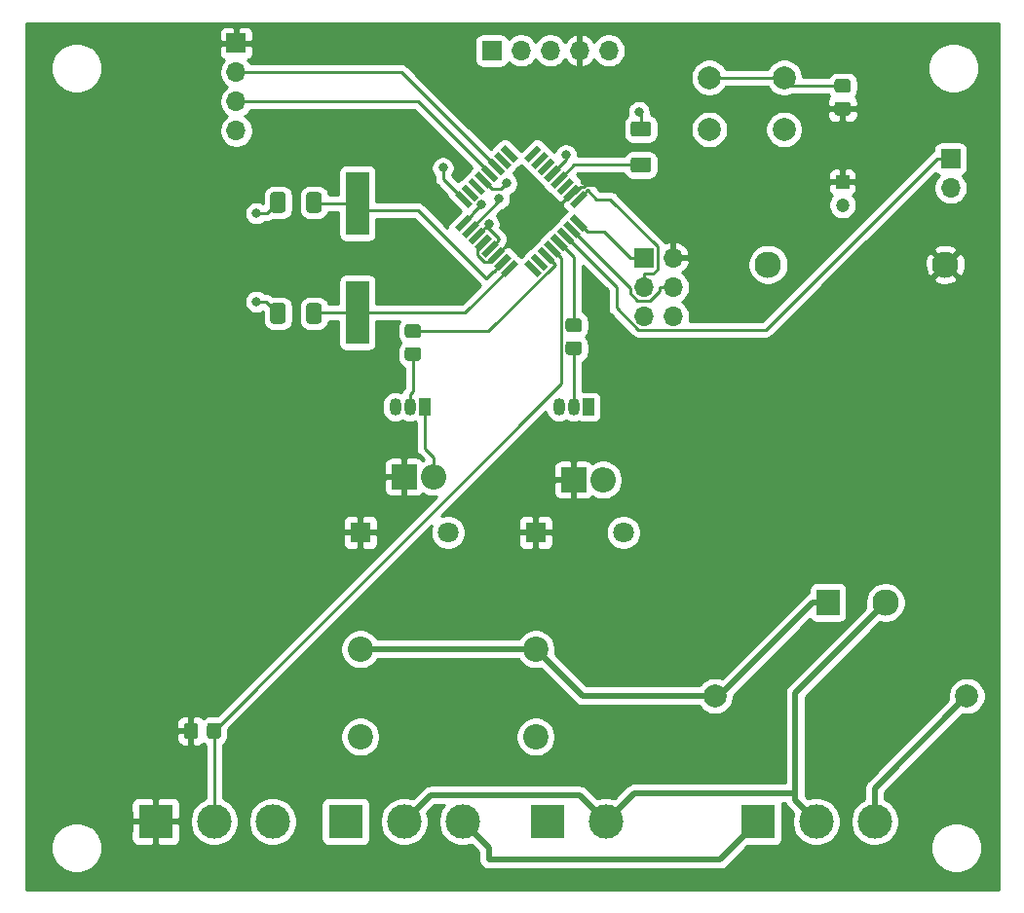
<source format=gbr>
%TF.GenerationSoftware,KiCad,Pcbnew,(5.1.9)-1*%
%TF.CreationDate,2021-09-13T17:44:50+02:00*%
%TF.ProjectId,Sterownik,53746572-6f77-46e6-996b-2e6b69636164,rev?*%
%TF.SameCoordinates,Original*%
%TF.FileFunction,Copper,L1,Top*%
%TF.FilePolarity,Positive*%
%FSLAX46Y46*%
G04 Gerber Fmt 4.6, Leading zero omitted, Abs format (unit mm)*
G04 Created by KiCad (PCBNEW (5.1.9)-1) date 2021-09-13 17:44:50*
%MOMM*%
%LPD*%
G01*
G04 APERTURE LIST*
%TA.AperFunction,ComponentPad*%
%ADD10O,2.200000X2.200000*%
%TD*%
%TA.AperFunction,ComponentPad*%
%ADD11R,2.200000X2.200000*%
%TD*%
%TA.AperFunction,ComponentPad*%
%ADD12O,1.700000X1.700000*%
%TD*%
%TA.AperFunction,ComponentPad*%
%ADD13R,1.700000X1.700000*%
%TD*%
%TA.AperFunction,SMDPad,CuDef*%
%ADD14R,2.000000X5.500000*%
%TD*%
%TA.AperFunction,SMDPad,CuDef*%
%ADD15C,0.100000*%
%TD*%
%TA.AperFunction,ComponentPad*%
%ADD16C,2.000000*%
%TD*%
%TA.AperFunction,ComponentPad*%
%ADD17R,1.050000X1.500000*%
%TD*%
%TA.AperFunction,ComponentPad*%
%ADD18O,1.050000X1.500000*%
%TD*%
%TA.AperFunction,ComponentPad*%
%ADD19C,2.300000*%
%TD*%
%TA.AperFunction,ComponentPad*%
%ADD20R,2.000000X2.300000*%
%TD*%
%TA.AperFunction,ComponentPad*%
%ADD21C,2.200000*%
%TD*%
%TA.AperFunction,ComponentPad*%
%ADD22C,1.800000*%
%TD*%
%TA.AperFunction,ComponentPad*%
%ADD23R,1.800000X1.800000*%
%TD*%
%TA.AperFunction,ComponentPad*%
%ADD24C,3.000000*%
%TD*%
%TA.AperFunction,ComponentPad*%
%ADD25R,3.000000X3.000000*%
%TD*%
%TA.AperFunction,ComponentPad*%
%ADD26C,1.200000*%
%TD*%
%TA.AperFunction,ComponentPad*%
%ADD27R,1.200000X1.200000*%
%TD*%
%TA.AperFunction,ViaPad*%
%ADD28C,0.800000*%
%TD*%
%TA.AperFunction,Conductor*%
%ADD29C,0.250000*%
%TD*%
%TA.AperFunction,Conductor*%
%ADD30C,0.500000*%
%TD*%
%TA.AperFunction,Conductor*%
%ADD31C,0.254000*%
%TD*%
%TA.AperFunction,Conductor*%
%ADD32C,0.100000*%
%TD*%
G04 APERTURE END LIST*
D10*
%TO.P,D2,2*%
%TO.N,Net-(D2-Pad2)*%
X97282000Y-123698000D03*
D11*
%TO.P,D2,1*%
%TO.N,VCC*%
X94742000Y-123698000D03*
%TD*%
D10*
%TO.P,D1,2*%
%TO.N,Net-(D1-Pad2)*%
X82550000Y-123444000D03*
D11*
%TO.P,D1,1*%
%TO.N,VCC*%
X80010000Y-123444000D03*
%TD*%
%TO.P,R4,2*%
%TO.N,D9*%
%TA.AperFunction,SMDPad,CuDef*%
G36*
G01*
X95192001Y-110852000D02*
X94291999Y-110852000D01*
G75*
G02*
X94042000Y-110602001I0J249999D01*
G01*
X94042000Y-109901999D01*
G75*
G02*
X94291999Y-109652000I249999J0D01*
G01*
X95192001Y-109652000D01*
G75*
G02*
X95442000Y-109901999I0J-249999D01*
G01*
X95442000Y-110602001D01*
G75*
G02*
X95192001Y-110852000I-249999J0D01*
G01*
G37*
%TD.AperFunction*%
%TO.P,R4,1*%
%TO.N,Net-(Q2-Pad2)*%
%TA.AperFunction,SMDPad,CuDef*%
G36*
G01*
X95192001Y-112852000D02*
X94291999Y-112852000D01*
G75*
G02*
X94042000Y-112602001I0J249999D01*
G01*
X94042000Y-111901999D01*
G75*
G02*
X94291999Y-111652000I249999J0D01*
G01*
X95192001Y-111652000D01*
G75*
G02*
X95442000Y-111901999I0J-249999D01*
G01*
X95442000Y-112602001D01*
G75*
G02*
X95192001Y-112852000I-249999J0D01*
G01*
G37*
%TD.AperFunction*%
%TD*%
%TO.P,R3,2*%
%TO.N,D7*%
%TA.AperFunction,SMDPad,CuDef*%
G36*
G01*
X81222001Y-111360000D02*
X80321999Y-111360000D01*
G75*
G02*
X80072000Y-111110001I0J249999D01*
G01*
X80072000Y-110409999D01*
G75*
G02*
X80321999Y-110160000I249999J0D01*
G01*
X81222001Y-110160000D01*
G75*
G02*
X81472000Y-110409999I0J-249999D01*
G01*
X81472000Y-111110001D01*
G75*
G02*
X81222001Y-111360000I-249999J0D01*
G01*
G37*
%TD.AperFunction*%
%TO.P,R3,1*%
%TO.N,Net-(Q1-Pad2)*%
%TA.AperFunction,SMDPad,CuDef*%
G36*
G01*
X81222001Y-113360000D02*
X80321999Y-113360000D01*
G75*
G02*
X80072000Y-113110001I0J249999D01*
G01*
X80072000Y-112409999D01*
G75*
G02*
X80321999Y-112160000I249999J0D01*
G01*
X81222001Y-112160000D01*
G75*
G02*
X81472000Y-112409999I0J-249999D01*
G01*
X81472000Y-113110001D01*
G75*
G02*
X81222001Y-113360000I-249999J0D01*
G01*
G37*
%TD.AperFunction*%
%TD*%
%TO.P,R2,2*%
%TO.N,D8*%
%TA.AperFunction,SMDPad,CuDef*%
G36*
G01*
X62884000Y-145992001D02*
X62884000Y-145091999D01*
G75*
G02*
X63133999Y-144842000I249999J0D01*
G01*
X63834001Y-144842000D01*
G75*
G02*
X64084000Y-145091999I0J-249999D01*
G01*
X64084000Y-145992001D01*
G75*
G02*
X63834001Y-146242000I-249999J0D01*
G01*
X63133999Y-146242000D01*
G75*
G02*
X62884000Y-145992001I0J249999D01*
G01*
G37*
%TD.AperFunction*%
%TO.P,R2,1*%
%TO.N,VCC*%
%TA.AperFunction,SMDPad,CuDef*%
G36*
G01*
X60884000Y-145992001D02*
X60884000Y-145091999D01*
G75*
G02*
X61133999Y-144842000I249999J0D01*
G01*
X61834001Y-144842000D01*
G75*
G02*
X62084000Y-145091999I0J-249999D01*
G01*
X62084000Y-145992001D01*
G75*
G02*
X61834001Y-146242000I-249999J0D01*
G01*
X61133999Y-146242000D01*
G75*
G02*
X60884000Y-145992001I0J249999D01*
G01*
G37*
%TD.AperFunction*%
%TD*%
%TO.P,R1,2*%
%TO.N,RESET*%
%TA.AperFunction,SMDPad,CuDef*%
G36*
G01*
X118560001Y-90024000D02*
X117659999Y-90024000D01*
G75*
G02*
X117410000Y-89774001I0J249999D01*
G01*
X117410000Y-89073999D01*
G75*
G02*
X117659999Y-88824000I249999J0D01*
G01*
X118560001Y-88824000D01*
G75*
G02*
X118810000Y-89073999I0J-249999D01*
G01*
X118810000Y-89774001D01*
G75*
G02*
X118560001Y-90024000I-249999J0D01*
G01*
G37*
%TD.AperFunction*%
%TO.P,R1,1*%
%TO.N,VCC*%
%TA.AperFunction,SMDPad,CuDef*%
G36*
G01*
X118560001Y-92024000D02*
X117659999Y-92024000D01*
G75*
G02*
X117410000Y-91774001I0J249999D01*
G01*
X117410000Y-91073999D01*
G75*
G02*
X117659999Y-90824000I249999J0D01*
G01*
X118560001Y-90824000D01*
G75*
G02*
X118810000Y-91073999I0J-249999D01*
G01*
X118810000Y-91774001D01*
G75*
G02*
X118560001Y-92024000I-249999J0D01*
G01*
G37*
%TD.AperFunction*%
%TD*%
D12*
%TO.P,J8,2*%
%TO.N,GND*%
X127508000Y-98298000D03*
D13*
%TO.P,J8,1*%
%TO.N,D10*%
X127508000Y-95758000D03*
%TD*%
%TO.P,C4,2*%
%TO.N,GND*%
%TA.AperFunction,SMDPad,CuDef*%
G36*
G01*
X101234001Y-93842000D02*
X99933999Y-93842000D01*
G75*
G02*
X99684000Y-93592001I0J249999D01*
G01*
X99684000Y-92766999D01*
G75*
G02*
X99933999Y-92517000I249999J0D01*
G01*
X101234001Y-92517000D01*
G75*
G02*
X101484000Y-92766999I0J-249999D01*
G01*
X101484000Y-93592001D01*
G75*
G02*
X101234001Y-93842000I-249999J0D01*
G01*
G37*
%TD.AperFunction*%
%TO.P,C4,1*%
%TO.N,Net-(C4-Pad1)*%
%TA.AperFunction,SMDPad,CuDef*%
G36*
G01*
X101234001Y-96967000D02*
X99933999Y-96967000D01*
G75*
G02*
X99684000Y-96717001I0J249999D01*
G01*
X99684000Y-95891999D01*
G75*
G02*
X99933999Y-95642000I249999J0D01*
G01*
X101234001Y-95642000D01*
G75*
G02*
X101484000Y-95891999I0J-249999D01*
G01*
X101484000Y-96717001D01*
G75*
G02*
X101234001Y-96967000I-249999J0D01*
G01*
G37*
%TD.AperFunction*%
%TD*%
%TO.P,C2,2*%
%TO.N,Net-(C2-Pad2)*%
%TA.AperFunction,SMDPad,CuDef*%
G36*
G01*
X71512000Y-109870001D02*
X71512000Y-108569999D01*
G75*
G02*
X71761999Y-108320000I249999J0D01*
G01*
X72587001Y-108320000D01*
G75*
G02*
X72837000Y-108569999I0J-249999D01*
G01*
X72837000Y-109870001D01*
G75*
G02*
X72587001Y-110120000I-249999J0D01*
G01*
X71761999Y-110120000D01*
G75*
G02*
X71512000Y-109870001I0J249999D01*
G01*
G37*
%TD.AperFunction*%
%TO.P,C2,1*%
%TO.N,GND*%
%TA.AperFunction,SMDPad,CuDef*%
G36*
G01*
X68387000Y-109870001D02*
X68387000Y-108569999D01*
G75*
G02*
X68636999Y-108320000I249999J0D01*
G01*
X69462001Y-108320000D01*
G75*
G02*
X69712000Y-108569999I0J-249999D01*
G01*
X69712000Y-109870001D01*
G75*
G02*
X69462001Y-110120000I-249999J0D01*
G01*
X68636999Y-110120000D01*
G75*
G02*
X68387000Y-109870001I0J249999D01*
G01*
G37*
%TD.AperFunction*%
%TD*%
%TO.P,C1,2*%
%TO.N,Net-(C1-Pad2)*%
%TA.AperFunction,SMDPad,CuDef*%
G36*
G01*
X71512000Y-100218001D02*
X71512000Y-98917999D01*
G75*
G02*
X71761999Y-98668000I249999J0D01*
G01*
X72587001Y-98668000D01*
G75*
G02*
X72837000Y-98917999I0J-249999D01*
G01*
X72837000Y-100218001D01*
G75*
G02*
X72587001Y-100468000I-249999J0D01*
G01*
X71761999Y-100468000D01*
G75*
G02*
X71512000Y-100218001I0J249999D01*
G01*
G37*
%TD.AperFunction*%
%TO.P,C1,1*%
%TO.N,GND*%
%TA.AperFunction,SMDPad,CuDef*%
G36*
G01*
X68387000Y-100218001D02*
X68387000Y-98917999D01*
G75*
G02*
X68636999Y-98668000I249999J0D01*
G01*
X69462001Y-98668000D01*
G75*
G02*
X69712000Y-98917999I0J-249999D01*
G01*
X69712000Y-100218001D01*
G75*
G02*
X69462001Y-100468000I-249999J0D01*
G01*
X68636999Y-100468000D01*
G75*
G02*
X68387000Y-100218001I0J249999D01*
G01*
G37*
%TD.AperFunction*%
%TD*%
D14*
%TO.P,Y1,2*%
%TO.N,Net-(C2-Pad2)*%
X75946000Y-109144000D03*
%TO.P,Y1,1*%
%TO.N,Net-(C1-Pad2)*%
X75946000Y-99644000D03*
%TD*%
%TA.AperFunction,SMDPad,CuDef*%
D15*
%TO.P,U1,32*%
%TO.N,D2*%
G36*
X85945037Y-99675926D02*
G01*
X85556128Y-100064835D01*
X84424757Y-98933464D01*
X84813666Y-98544555D01*
X85945037Y-99675926D01*
G37*
%TD.AperFunction*%
%TA.AperFunction,SMDPad,CuDef*%
%TO.P,U1,31*%
%TO.N,TXD*%
G36*
X86510723Y-99110241D02*
G01*
X86121814Y-99499150D01*
X84990443Y-98367779D01*
X85379352Y-97978870D01*
X86510723Y-99110241D01*
G37*
%TD.AperFunction*%
%TA.AperFunction,SMDPad,CuDef*%
%TO.P,U1,30*%
%TO.N,RXD*%
G36*
X87076408Y-98544555D02*
G01*
X86687499Y-98933464D01*
X85556128Y-97802093D01*
X85945037Y-97413184D01*
X87076408Y-98544555D01*
G37*
%TD.AperFunction*%
%TA.AperFunction,SMDPad,CuDef*%
%TO.P,U1,29*%
%TO.N,RESET*%
G36*
X87642093Y-97978870D02*
G01*
X87253184Y-98367779D01*
X86121813Y-97236408D01*
X86510722Y-96847499D01*
X87642093Y-97978870D01*
G37*
%TD.AperFunction*%
%TA.AperFunction,SMDPad,CuDef*%
%TO.P,U1,28*%
%TO.N,A5*%
G36*
X88207779Y-97413184D02*
G01*
X87818870Y-97802093D01*
X86687499Y-96670722D01*
X87076408Y-96281813D01*
X88207779Y-97413184D01*
G37*
%TD.AperFunction*%
%TA.AperFunction,SMDPad,CuDef*%
%TO.P,U1,27*%
%TO.N,A4*%
G36*
X88773464Y-96847499D02*
G01*
X88384555Y-97236408D01*
X87253184Y-96105037D01*
X87642093Y-95716128D01*
X88773464Y-96847499D01*
G37*
%TD.AperFunction*%
%TA.AperFunction,SMDPad,CuDef*%
%TO.P,U1,26*%
%TO.N,A3*%
G36*
X89339150Y-96281814D02*
G01*
X88950241Y-96670723D01*
X87818870Y-95539352D01*
X88207779Y-95150443D01*
X89339150Y-96281814D01*
G37*
%TD.AperFunction*%
%TA.AperFunction,SMDPad,CuDef*%
%TO.P,U1,25*%
%TO.N,A2*%
G36*
X89904835Y-95716128D02*
G01*
X89515926Y-96105037D01*
X88384555Y-94973666D01*
X88773464Y-94584757D01*
X89904835Y-95716128D01*
G37*
%TD.AperFunction*%
%TA.AperFunction,SMDPad,CuDef*%
%TO.P,U1,24*%
%TO.N,A1*%
G36*
X90824074Y-96105037D02*
G01*
X90435165Y-95716128D01*
X91566536Y-94584757D01*
X91955445Y-94973666D01*
X90824074Y-96105037D01*
G37*
%TD.AperFunction*%
%TA.AperFunction,SMDPad,CuDef*%
%TO.P,U1,23*%
%TO.N,A0*%
G36*
X91389759Y-96670723D02*
G01*
X91000850Y-96281814D01*
X92132221Y-95150443D01*
X92521130Y-95539352D01*
X91389759Y-96670723D01*
G37*
%TD.AperFunction*%
%TA.AperFunction,SMDPad,CuDef*%
%TO.P,U1,22*%
%TO.N,Net-(U1-Pad22)*%
G36*
X91955445Y-97236408D02*
G01*
X91566536Y-96847499D01*
X92697907Y-95716128D01*
X93086816Y-96105037D01*
X91955445Y-97236408D01*
G37*
%TD.AperFunction*%
%TA.AperFunction,SMDPad,CuDef*%
%TO.P,U1,21*%
%TO.N,GND*%
G36*
X92521130Y-97802093D02*
G01*
X92132221Y-97413184D01*
X93263592Y-96281813D01*
X93652501Y-96670722D01*
X92521130Y-97802093D01*
G37*
%TD.AperFunction*%
%TA.AperFunction,SMDPad,CuDef*%
%TO.P,U1,20*%
%TO.N,Net-(C4-Pad1)*%
G36*
X93086816Y-98367779D02*
G01*
X92697907Y-97978870D01*
X93829278Y-96847499D01*
X94218187Y-97236408D01*
X93086816Y-98367779D01*
G37*
%TD.AperFunction*%
%TA.AperFunction,SMDPad,CuDef*%
%TO.P,U1,19*%
%TO.N,Net-(U1-Pad19)*%
G36*
X93652501Y-98933464D02*
G01*
X93263592Y-98544555D01*
X94394963Y-97413184D01*
X94783872Y-97802093D01*
X93652501Y-98933464D01*
G37*
%TD.AperFunction*%
%TA.AperFunction,SMDPad,CuDef*%
%TO.P,U1,18*%
%TO.N,VCC*%
G36*
X94218186Y-99499150D02*
G01*
X93829277Y-99110241D01*
X94960648Y-97978870D01*
X95349557Y-98367779D01*
X94218186Y-99499150D01*
G37*
%TD.AperFunction*%
%TA.AperFunction,SMDPad,CuDef*%
%TO.P,U1,17*%
%TO.N,D13\u005CSCK*%
G36*
X94783872Y-100064835D02*
G01*
X94394963Y-99675926D01*
X95526334Y-98544555D01*
X95915243Y-98933464D01*
X94783872Y-100064835D01*
G37*
%TD.AperFunction*%
%TA.AperFunction,SMDPad,CuDef*%
%TO.P,U1,16*%
%TO.N,D12\u005CMISO*%
G36*
X95915243Y-101726536D02*
G01*
X95526334Y-102115445D01*
X94394963Y-100984074D01*
X94783872Y-100595165D01*
X95915243Y-101726536D01*
G37*
%TD.AperFunction*%
%TA.AperFunction,SMDPad,CuDef*%
%TO.P,U1,15*%
%TO.N,D11\u005CMOSI*%
G36*
X95349557Y-102292221D02*
G01*
X94960648Y-102681130D01*
X93829277Y-101549759D01*
X94218186Y-101160850D01*
X95349557Y-102292221D01*
G37*
%TD.AperFunction*%
%TA.AperFunction,SMDPad,CuDef*%
%TO.P,U1,14*%
%TO.N,D10*%
G36*
X94783872Y-102857907D02*
G01*
X94394963Y-103246816D01*
X93263592Y-102115445D01*
X93652501Y-101726536D01*
X94783872Y-102857907D01*
G37*
%TD.AperFunction*%
%TA.AperFunction,SMDPad,CuDef*%
%TO.P,U1,13*%
%TO.N,D9*%
G36*
X94218187Y-103423592D02*
G01*
X93829278Y-103812501D01*
X92697907Y-102681130D01*
X93086816Y-102292221D01*
X94218187Y-103423592D01*
G37*
%TD.AperFunction*%
%TA.AperFunction,SMDPad,CuDef*%
%TO.P,U1,12*%
%TO.N,D8*%
G36*
X93652501Y-103989278D02*
G01*
X93263592Y-104378187D01*
X92132221Y-103246816D01*
X92521130Y-102857907D01*
X93652501Y-103989278D01*
G37*
%TD.AperFunction*%
%TA.AperFunction,SMDPad,CuDef*%
%TO.P,U1,11*%
%TO.N,D7*%
G36*
X93086816Y-104554963D02*
G01*
X92697907Y-104943872D01*
X91566536Y-103812501D01*
X91955445Y-103423592D01*
X93086816Y-104554963D01*
G37*
%TD.AperFunction*%
%TA.AperFunction,SMDPad,CuDef*%
%TO.P,U1,10*%
%TO.N,D6*%
G36*
X92521130Y-105120648D02*
G01*
X92132221Y-105509557D01*
X91000850Y-104378186D01*
X91389759Y-103989277D01*
X92521130Y-105120648D01*
G37*
%TD.AperFunction*%
%TA.AperFunction,SMDPad,CuDef*%
%TO.P,U1,9*%
%TO.N,D5*%
G36*
X91955445Y-105686334D02*
G01*
X91566536Y-106075243D01*
X90435165Y-104943872D01*
X90824074Y-104554963D01*
X91955445Y-105686334D01*
G37*
%TD.AperFunction*%
%TA.AperFunction,SMDPad,CuDef*%
%TO.P,U1,8*%
%TO.N,Net-(C2-Pad2)*%
G36*
X88773464Y-106075243D02*
G01*
X88384555Y-105686334D01*
X89515926Y-104554963D01*
X89904835Y-104943872D01*
X88773464Y-106075243D01*
G37*
%TD.AperFunction*%
%TA.AperFunction,SMDPad,CuDef*%
%TO.P,U1,7*%
%TO.N,Net-(C1-Pad2)*%
G36*
X88207779Y-105509557D02*
G01*
X87818870Y-105120648D01*
X88950241Y-103989277D01*
X89339150Y-104378186D01*
X88207779Y-105509557D01*
G37*
%TD.AperFunction*%
%TA.AperFunction,SMDPad,CuDef*%
%TO.P,U1,6*%
%TO.N,VCC*%
G36*
X87642093Y-104943872D02*
G01*
X87253184Y-104554963D01*
X88384555Y-103423592D01*
X88773464Y-103812501D01*
X87642093Y-104943872D01*
G37*
%TD.AperFunction*%
%TA.AperFunction,SMDPad,CuDef*%
%TO.P,U1,5*%
%TO.N,GND*%
G36*
X87076408Y-104378187D02*
G01*
X86687499Y-103989278D01*
X87818870Y-102857907D01*
X88207779Y-103246816D01*
X87076408Y-104378187D01*
G37*
%TD.AperFunction*%
%TA.AperFunction,SMDPad,CuDef*%
%TO.P,U1,4*%
%TO.N,VCC*%
G36*
X86510722Y-103812501D02*
G01*
X86121813Y-103423592D01*
X87253184Y-102292221D01*
X87642093Y-102681130D01*
X86510722Y-103812501D01*
G37*
%TD.AperFunction*%
%TA.AperFunction,SMDPad,CuDef*%
%TO.P,U1,3*%
%TO.N,GND*%
G36*
X85945037Y-103246816D02*
G01*
X85556128Y-102857907D01*
X86687499Y-101726536D01*
X87076408Y-102115445D01*
X85945037Y-103246816D01*
G37*
%TD.AperFunction*%
%TA.AperFunction,SMDPad,CuDef*%
%TO.P,U1,2*%
%TO.N,D4*%
G36*
X85379352Y-102681130D02*
G01*
X84990443Y-102292221D01*
X86121814Y-101160850D01*
X86510723Y-101549759D01*
X85379352Y-102681130D01*
G37*
%TD.AperFunction*%
%TA.AperFunction,SMDPad,CuDef*%
%TO.P,U1,1*%
%TO.N,D3*%
G36*
X84813666Y-102115445D02*
G01*
X84424757Y-101726536D01*
X85556128Y-100595165D01*
X85945037Y-100984074D01*
X84813666Y-102115445D01*
G37*
%TD.AperFunction*%
%TD*%
D16*
%TO.P,SW1,1*%
%TO.N,GND*%
X106530000Y-93218000D03*
%TO.P,SW1,2*%
%TO.N,RESET*%
X106530000Y-88718000D03*
%TO.P,SW1,1*%
%TO.N,GND*%
X113030000Y-93218000D03*
%TO.P,SW1,2*%
%TO.N,RESET*%
X113030000Y-88718000D03*
%TD*%
D17*
%TO.P,Q2,1*%
%TO.N,Net-(D2-Pad2)*%
X96012000Y-117348000D03*
D18*
%TO.P,Q2,3*%
%TO.N,GND*%
X93472000Y-117348000D03*
%TO.P,Q2,2*%
%TO.N,Net-(Q2-Pad2)*%
X94742000Y-117348000D03*
%TD*%
D17*
%TO.P,Q1,1*%
%TO.N,Net-(D1-Pad2)*%
X81788000Y-117348000D03*
D18*
%TO.P,Q1,3*%
%TO.N,GND*%
X79248000Y-117348000D03*
%TO.P,Q1,2*%
%TO.N,Net-(Q1-Pad2)*%
X80518000Y-117348000D03*
%TD*%
D19*
%TO.P,PS1,4*%
%TO.N,VCC*%
X127040000Y-104966000D03*
%TO.P,PS1,2*%
%TO.N,/N*%
X121840000Y-134366000D03*
D20*
%TO.P,PS1,1*%
%TO.N,Net-(F1-Pad1)*%
X116840000Y-134366000D03*
D19*
%TO.P,PS1,3*%
%TO.N,GND*%
X111640000Y-104966000D03*
%TD*%
D21*
%TO.P,K2,14*%
%TO.N,Net-(J7-Pad1)*%
X91440000Y-146050000D03*
%TO.P,K2,11*%
%TO.N,Net-(F1-Pad1)*%
X91440000Y-138430000D03*
D22*
%TO.P,K2,A2*%
%TO.N,Net-(D2-Pad2)*%
X99060000Y-128270000D03*
D23*
%TO.P,K2,A1*%
%TO.N,VCC*%
X91440000Y-128270000D03*
%TD*%
D21*
%TO.P,K1,14*%
%TO.N,Net-(J4-Pad1)*%
X76200000Y-146050000D03*
%TO.P,K1,11*%
%TO.N,Net-(F1-Pad1)*%
X76200000Y-138430000D03*
D22*
%TO.P,K1,A2*%
%TO.N,Net-(D1-Pad2)*%
X83820000Y-128270000D03*
D23*
%TO.P,K1,A1*%
%TO.N,VCC*%
X76200000Y-128270000D03*
%TD*%
D24*
%TO.P,J7,2*%
%TO.N,/N*%
X97536000Y-153416000D03*
D25*
%TO.P,J7,1*%
%TO.N,Net-(J7-Pad1)*%
X92456000Y-153416000D03*
%TD*%
D12*
%TO.P,J6,5*%
%TO.N,GND*%
X97790000Y-86360000D03*
%TO.P,J6,4*%
%TO.N,VCC*%
X95250000Y-86360000D03*
%TO.P,J6,3*%
%TO.N,D4*%
X92710000Y-86360000D03*
%TO.P,J6,2*%
%TO.N,D3*%
X90170000Y-86360000D03*
D13*
%TO.P,J6,1*%
%TO.N,D2*%
X87630000Y-86360000D03*
%TD*%
D12*
%TO.P,J5,4*%
%TO.N,GND*%
X65415000Y-93330000D03*
%TO.P,J5,3*%
%TO.N,A5*%
X65415000Y-90790000D03*
%TO.P,J5,2*%
%TO.N,A4*%
X65415000Y-88250000D03*
D13*
%TO.P,J5,1*%
%TO.N,VCC*%
X65415000Y-85710000D03*
%TD*%
D24*
%TO.P,J4,3*%
%TO.N,/PE*%
X85090000Y-153416000D03*
%TO.P,J4,2*%
%TO.N,/N*%
X80010000Y-153416000D03*
D25*
%TO.P,J4,1*%
%TO.N,Net-(J4-Pad1)*%
X74930000Y-153416000D03*
%TD*%
D12*
%TO.P,J3,6*%
%TO.N,GND*%
X103378000Y-109474000D03*
%TO.P,J3,5*%
%TO.N,RESET*%
X100838000Y-109474000D03*
%TO.P,J3,4*%
%TO.N,D11\u005CMOSI*%
X103378000Y-106934000D03*
%TO.P,J3,3*%
%TO.N,D13\u005CSCK*%
X100838000Y-106934000D03*
%TO.P,J3,2*%
%TO.N,VCC*%
X103378000Y-104394000D03*
D13*
%TO.P,J3,1*%
%TO.N,D12\u005CMISO*%
X100838000Y-104394000D03*
%TD*%
D24*
%TO.P,J2,3*%
%TO.N,GND*%
X68580000Y-153416000D03*
%TO.P,J2,2*%
%TO.N,D8*%
X63500000Y-153416000D03*
D25*
%TO.P,J2,1*%
%TO.N,VCC*%
X58420000Y-153416000D03*
%TD*%
D24*
%TO.P,J1,3*%
%TO.N,/L*%
X120904000Y-153416000D03*
%TO.P,J1,2*%
%TO.N,/N*%
X115824000Y-153416000D03*
D25*
%TO.P,J1,1*%
%TO.N,/PE*%
X110744000Y-153416000D03*
%TD*%
D16*
%TO.P,F1,2*%
%TO.N,/L*%
X128915000Y-142494000D03*
%TO.P,F1,1*%
%TO.N,Net-(F1-Pad1)*%
X107015000Y-142494000D03*
%TD*%
D26*
%TO.P,C3,2*%
%TO.N,GND*%
X118110000Y-99790000D03*
D27*
%TO.P,C3,1*%
%TO.N,VCC*%
X118110000Y-97790000D03*
%TD*%
D28*
%TO.N,D2*%
X83383500Y-96559700D03*
%TO.N,RESET*%
X88899000Y-97912600D03*
%TO.N,D4*%
X88264400Y-99214100D03*
%TO.N,D3*%
X86720200Y-99782800D03*
%TO.N,GND*%
X100413000Y-91709400D03*
X87363300Y-101476100D03*
X67162800Y-108207100D03*
X67162800Y-100516300D03*
X94066500Y-95463800D03*
%TD*%
D29*
%TO.N,D2*%
X83383500Y-96559700D02*
X83383500Y-97503300D01*
X83383500Y-97503300D02*
X85184900Y-99304700D01*
%TO.N,RESET*%
X86882000Y-97607600D02*
X87677700Y-98403300D01*
X88899000Y-97912600D02*
X88408300Y-98403300D01*
X88408300Y-98403300D02*
X87677700Y-98403300D01*
X106530000Y-88718000D02*
X113030000Y-88718000D01*
X113030000Y-88718000D02*
X113736000Y-89424000D01*
X113736000Y-89424000D02*
X118110000Y-89424000D01*
%TO.N,A5*%
X65415000Y-90790000D02*
X81195600Y-90790000D01*
X81195600Y-90790000D02*
X87447600Y-97042000D01*
%TO.N,A4*%
X65415000Y-88250000D02*
X79787000Y-88250000D01*
X79787000Y-88250000D02*
X88013300Y-96476300D01*
%TO.N,D13\u005CSCK*%
X95155100Y-99304700D02*
X95950800Y-98509000D01*
X100838000Y-106934000D02*
X100838000Y-105758700D01*
X100838000Y-105758700D02*
X101646000Y-105758700D01*
X101646000Y-105758700D02*
X102013400Y-105391300D01*
X102013400Y-105391300D02*
X102013400Y-103408200D01*
X102013400Y-103408200D02*
X97909900Y-99304700D01*
X97909900Y-99304700D02*
X96746400Y-99304700D01*
X96746400Y-99304700D02*
X95950800Y-98509000D01*
%TO.N,D12\u005CMISO*%
X95155100Y-101355300D02*
X95950800Y-102150900D01*
X100838000Y-104394000D02*
X99662700Y-104394000D01*
X99662700Y-104394000D02*
X97419600Y-102150900D01*
X97419600Y-102150900D02*
X95950800Y-102150900D01*
%TO.N,D11\u005CMOSI*%
X103378000Y-106934000D02*
X102202700Y-106934000D01*
X102202700Y-106934000D02*
X102202700Y-107301300D01*
X102202700Y-107301300D02*
X101389700Y-108114300D01*
X101389700Y-108114300D02*
X100305100Y-108114300D01*
X100305100Y-108114300D02*
X99662600Y-107471800D01*
X99662600Y-107471800D02*
X99662600Y-106994200D01*
X99662600Y-106994200D02*
X94589400Y-101921000D01*
%TO.N,D10*%
X127508000Y-95758000D02*
X126332700Y-95758000D01*
X94023700Y-102486700D02*
X98449600Y-106912600D01*
X98449600Y-106912600D02*
X98449600Y-108750500D01*
X98449600Y-108750500D02*
X100358400Y-110659300D01*
X100358400Y-110659300D02*
X111431400Y-110659300D01*
X111431400Y-110659300D02*
X126332700Y-95758000D01*
%TO.N,D9*%
X93458000Y-103052400D02*
X94742000Y-104336400D01*
X94742000Y-104336400D02*
X94742000Y-110252000D01*
%TO.N,D8*%
X63484000Y-145542000D02*
X93688100Y-115337900D01*
X93688100Y-115337900D02*
X93688100Y-104413700D01*
X92892400Y-103618000D02*
X93688100Y-104413700D01*
X63500000Y-153416000D02*
X63500000Y-145558000D01*
X63500000Y-145558000D02*
X63484000Y-145542000D01*
%TO.N,D7*%
X92326700Y-104183700D02*
X93122400Y-104979400D01*
X93122400Y-104979400D02*
X93122400Y-104979500D01*
X93122400Y-104979500D02*
X87341900Y-110760000D01*
X87341900Y-110760000D02*
X80772000Y-110760000D01*
%TO.N,Net-(C2-Pad2)*%
X75946000Y-109144000D02*
X72250500Y-109144000D01*
X72250500Y-109144000D02*
X72174500Y-109220000D01*
X89144700Y-105315100D02*
X85315800Y-109144000D01*
X85315800Y-109144000D02*
X75946000Y-109144000D01*
%TO.N,Net-(C1-Pad2)*%
X75946000Y-99644000D02*
X72250500Y-99644000D01*
X72250500Y-99644000D02*
X72174500Y-99568000D01*
X87122000Y-106172000D02*
X81220800Y-100270800D01*
X88579000Y-104749400D02*
X87783200Y-105545200D01*
X87748800Y-105545200D02*
X87122000Y-106172000D01*
X87783200Y-105545200D02*
X87748800Y-105545200D01*
X76572800Y-100270800D02*
X75946000Y-99644000D01*
X81220800Y-100270800D02*
X76572800Y-100270800D01*
%TO.N,D4*%
X88264400Y-99214100D02*
X88264400Y-99407200D01*
X88264400Y-99407200D02*
X85750600Y-101921000D01*
%TO.N,D3*%
X85184900Y-101355300D02*
X85980600Y-100559600D01*
X86720200Y-99782800D02*
X85980500Y-100522500D01*
X85980500Y-100522500D02*
X85980500Y-100559600D01*
X85980500Y-100559600D02*
X85980600Y-100559600D01*
%TO.N,GND*%
X100413000Y-91709400D02*
X100584000Y-91880400D01*
X100584000Y-91880400D02*
X100584000Y-93179500D01*
X87447600Y-103618000D02*
X88243300Y-102822300D01*
X87243200Y-101691000D02*
X88243300Y-102691100D01*
X88243300Y-102691100D02*
X88243300Y-102822300D01*
X87112000Y-101691000D02*
X87243200Y-101691000D01*
X87363300Y-101476100D02*
X87243200Y-101596200D01*
X87243200Y-101596200D02*
X87243200Y-101691000D01*
X86316300Y-102486700D02*
X87112000Y-101691000D01*
X67162800Y-108207100D02*
X68036600Y-108207100D01*
X68036600Y-108207100D02*
X69049500Y-109220000D01*
X67162800Y-100516300D02*
X68101200Y-100516300D01*
X68101200Y-100516300D02*
X69049500Y-99568000D01*
X94066500Y-95463800D02*
X94066500Y-95867900D01*
X94066500Y-95867900D02*
X92892400Y-97042000D01*
%TO.N,VCC*%
X94808990Y-98739010D02*
X94589417Y-98739010D01*
X95328455Y-98219545D02*
X94808990Y-98739010D01*
X95603845Y-98219545D02*
X95328455Y-98219545D01*
X95764399Y-98058991D02*
X95603845Y-98219545D01*
X103378000Y-103191919D02*
X98245072Y-98058991D01*
X98245072Y-98058991D02*
X95764399Y-98058991D01*
X103378000Y-104394000D02*
X103378000Y-103191919D01*
X88815615Y-103381441D02*
X88013324Y-104183732D01*
X89946986Y-103381441D02*
X88815615Y-103381441D01*
X94589417Y-98739010D02*
X89946986Y-103381441D01*
X86362489Y-103571825D02*
X86881953Y-103052361D01*
X86362489Y-104123903D02*
X86362489Y-103571825D01*
X86941783Y-104703197D02*
X86362489Y-104123903D01*
X87493859Y-104703197D02*
X86941783Y-104703197D01*
X88013324Y-104183732D02*
X87493859Y-104703197D01*
D30*
%TO.N,/L*%
X128915000Y-142494000D02*
X120904000Y-150505000D01*
X120904000Y-150505000D02*
X120904000Y-153416000D01*
%TO.N,Net-(F1-Pad1)*%
X91440000Y-138430000D02*
X76200000Y-138430000D01*
X107015000Y-142494000D02*
X95504000Y-142494000D01*
X95504000Y-142494000D02*
X91440000Y-138430000D01*
X116840000Y-134366000D02*
X115514700Y-134366000D01*
D29*
X107015000Y-142494000D02*
X107386700Y-142494000D01*
D30*
X107386700Y-142494000D02*
X115514700Y-134366000D01*
%TO.N,/N*%
X115824000Y-153416000D02*
X113998600Y-151590600D01*
X121840000Y-134366000D02*
X113998600Y-142207400D01*
X100028600Y-150923400D02*
X97536000Y-153416000D01*
X113998600Y-142207400D02*
X113998600Y-150923400D01*
X113998600Y-150923400D02*
X100028600Y-150923400D01*
X113998600Y-150923400D02*
X113998600Y-151590600D01*
X97536000Y-153416000D02*
X95250000Y-151130000D01*
X82296000Y-151130000D02*
X80010000Y-153416000D01*
X95250000Y-151130000D02*
X82296000Y-151130000D01*
%TO.N,/PE*%
X110744000Y-153416000D02*
X107442000Y-156718000D01*
X107442000Y-156718000D02*
X87376000Y-156718000D01*
X87376000Y-155702000D02*
X85090000Y-153416000D01*
X87376000Y-156718000D02*
X87376000Y-155702000D01*
D29*
%TO.N,Net-(Q1-Pad2)*%
X80518000Y-117348000D02*
X80518000Y-116272700D01*
X80518000Y-116272700D02*
X80772000Y-116018700D01*
X80772000Y-116018700D02*
X80772000Y-112760000D01*
%TO.N,Net-(Q2-Pad2)*%
X94742000Y-117348000D02*
X94742000Y-112252000D01*
%TO.N,Net-(D1-Pad2)*%
X82550000Y-123444000D02*
X82550000Y-121718700D01*
X82550000Y-121718700D02*
X81788000Y-120956700D01*
X81788000Y-120956700D02*
X81788000Y-117348000D01*
%TO.N,Net-(C4-Pad1)*%
X93458000Y-97607600D02*
X94761100Y-96304500D01*
X94761100Y-96304500D02*
X100584000Y-96304500D01*
%TD*%
D31*
%TO.N,VCC*%
X131674000Y-159360000D02*
X47142000Y-159360000D01*
X47142000Y-155481872D01*
X49327000Y-155481872D01*
X49327000Y-155922128D01*
X49412890Y-156353925D01*
X49581369Y-156760669D01*
X49825962Y-157126729D01*
X50137271Y-157438038D01*
X50503331Y-157682631D01*
X50910075Y-157851110D01*
X51341872Y-157937000D01*
X51782128Y-157937000D01*
X52213925Y-157851110D01*
X52620669Y-157682631D01*
X52986729Y-157438038D01*
X53298038Y-157126729D01*
X53542631Y-156760669D01*
X53711110Y-156353925D01*
X53797000Y-155922128D01*
X53797000Y-155481872D01*
X53711110Y-155050075D01*
X53655575Y-154916000D01*
X56281928Y-154916000D01*
X56294188Y-155040482D01*
X56330498Y-155160180D01*
X56389463Y-155270494D01*
X56468815Y-155367185D01*
X56565506Y-155446537D01*
X56675820Y-155505502D01*
X56795518Y-155541812D01*
X56920000Y-155554072D01*
X58134250Y-155551000D01*
X58293000Y-155392250D01*
X58293000Y-153543000D01*
X58547000Y-153543000D01*
X58547000Y-155392250D01*
X58705750Y-155551000D01*
X59920000Y-155554072D01*
X60044482Y-155541812D01*
X60164180Y-155505502D01*
X60274494Y-155446537D01*
X60371185Y-155367185D01*
X60450537Y-155270494D01*
X60509502Y-155160180D01*
X60545812Y-155040482D01*
X60558072Y-154916000D01*
X60555000Y-153701750D01*
X60396250Y-153543000D01*
X58547000Y-153543000D01*
X58293000Y-153543000D01*
X56443750Y-153543000D01*
X56285000Y-153701750D01*
X56281928Y-154916000D01*
X53655575Y-154916000D01*
X53542631Y-154643331D01*
X53298038Y-154277271D01*
X52986729Y-153965962D01*
X52620669Y-153721369D01*
X52213925Y-153552890D01*
X51782128Y-153467000D01*
X51341872Y-153467000D01*
X50910075Y-153552890D01*
X50503331Y-153721369D01*
X50137271Y-153965962D01*
X49825962Y-154277271D01*
X49581369Y-154643331D01*
X49412890Y-155050075D01*
X49327000Y-155481872D01*
X47142000Y-155481872D01*
X47142000Y-151916000D01*
X56281928Y-151916000D01*
X56285000Y-153130250D01*
X56443750Y-153289000D01*
X58293000Y-153289000D01*
X58293000Y-151439750D01*
X58547000Y-151439750D01*
X58547000Y-153289000D01*
X60396250Y-153289000D01*
X60479529Y-153205721D01*
X61365000Y-153205721D01*
X61365000Y-153626279D01*
X61447047Y-154038756D01*
X61607988Y-154427302D01*
X61841637Y-154776983D01*
X62139017Y-155074363D01*
X62488698Y-155308012D01*
X62877244Y-155468953D01*
X63289721Y-155551000D01*
X63710279Y-155551000D01*
X64122756Y-155468953D01*
X64511302Y-155308012D01*
X64860983Y-155074363D01*
X65158363Y-154776983D01*
X65392012Y-154427302D01*
X65552953Y-154038756D01*
X65635000Y-153626279D01*
X65635000Y-153205721D01*
X66445000Y-153205721D01*
X66445000Y-153626279D01*
X66527047Y-154038756D01*
X66687988Y-154427302D01*
X66921637Y-154776983D01*
X67219017Y-155074363D01*
X67568698Y-155308012D01*
X67957244Y-155468953D01*
X68369721Y-155551000D01*
X68790279Y-155551000D01*
X69202756Y-155468953D01*
X69591302Y-155308012D01*
X69940983Y-155074363D01*
X70238363Y-154776983D01*
X70472012Y-154427302D01*
X70632953Y-154038756D01*
X70715000Y-153626279D01*
X70715000Y-153205721D01*
X70632953Y-152793244D01*
X70472012Y-152404698D01*
X70238363Y-152055017D01*
X70099346Y-151916000D01*
X72791928Y-151916000D01*
X72791928Y-154916000D01*
X72804188Y-155040482D01*
X72840498Y-155160180D01*
X72899463Y-155270494D01*
X72978815Y-155367185D01*
X73075506Y-155446537D01*
X73185820Y-155505502D01*
X73305518Y-155541812D01*
X73430000Y-155554072D01*
X76430000Y-155554072D01*
X76554482Y-155541812D01*
X76674180Y-155505502D01*
X76784494Y-155446537D01*
X76881185Y-155367185D01*
X76960537Y-155270494D01*
X77019502Y-155160180D01*
X77055812Y-155040482D01*
X77068072Y-154916000D01*
X77068072Y-153205721D01*
X77875000Y-153205721D01*
X77875000Y-153626279D01*
X77957047Y-154038756D01*
X78117988Y-154427302D01*
X78351637Y-154776983D01*
X78649017Y-155074363D01*
X78998698Y-155308012D01*
X79387244Y-155468953D01*
X79799721Y-155551000D01*
X80220279Y-155551000D01*
X80632756Y-155468953D01*
X81021302Y-155308012D01*
X81370983Y-155074363D01*
X81668363Y-154776983D01*
X81902012Y-154427302D01*
X82062953Y-154038756D01*
X82145000Y-153626279D01*
X82145000Y-153205721D01*
X82062953Y-152793244D01*
X82010637Y-152666942D01*
X82662579Y-152015000D01*
X83471654Y-152015000D01*
X83431637Y-152055017D01*
X83197988Y-152404698D01*
X83037047Y-152793244D01*
X82955000Y-153205721D01*
X82955000Y-153626279D01*
X83037047Y-154038756D01*
X83197988Y-154427302D01*
X83431637Y-154776983D01*
X83729017Y-155074363D01*
X84078698Y-155308012D01*
X84467244Y-155468953D01*
X84879721Y-155551000D01*
X85300279Y-155551000D01*
X85712756Y-155468953D01*
X85839058Y-155416637D01*
X86491001Y-156068580D01*
X86491000Y-156674523D01*
X86486718Y-156718000D01*
X86503805Y-156891490D01*
X86554411Y-157058313D01*
X86636589Y-157212059D01*
X86747183Y-157346817D01*
X86881941Y-157457411D01*
X87035687Y-157539589D01*
X87202510Y-157590195D01*
X87376000Y-157607282D01*
X87419476Y-157603000D01*
X107398531Y-157603000D01*
X107442000Y-157607281D01*
X107485469Y-157603000D01*
X107485477Y-157603000D01*
X107615490Y-157590195D01*
X107782313Y-157539589D01*
X107936059Y-157457411D01*
X108070817Y-157346817D01*
X108098534Y-157313044D01*
X109857507Y-155554072D01*
X112244000Y-155554072D01*
X112368482Y-155541812D01*
X112488180Y-155505502D01*
X112598494Y-155446537D01*
X112695185Y-155367185D01*
X112774537Y-155270494D01*
X112833502Y-155160180D01*
X112869812Y-155040482D01*
X112882072Y-154916000D01*
X112882072Y-151916000D01*
X112871475Y-151808400D01*
X113139847Y-151808400D01*
X113177012Y-151930913D01*
X113259190Y-152084659D01*
X113342068Y-152185646D01*
X113342071Y-152185649D01*
X113369784Y-152219417D01*
X113403551Y-152247129D01*
X113823363Y-152666941D01*
X113771047Y-152793244D01*
X113689000Y-153205721D01*
X113689000Y-153626279D01*
X113771047Y-154038756D01*
X113931988Y-154427302D01*
X114165637Y-154776983D01*
X114463017Y-155074363D01*
X114812698Y-155308012D01*
X115201244Y-155468953D01*
X115613721Y-155551000D01*
X116034279Y-155551000D01*
X116446756Y-155468953D01*
X116835302Y-155308012D01*
X117184983Y-155074363D01*
X117482363Y-154776983D01*
X117716012Y-154427302D01*
X117876953Y-154038756D01*
X117959000Y-153626279D01*
X117959000Y-153205721D01*
X118769000Y-153205721D01*
X118769000Y-153626279D01*
X118851047Y-154038756D01*
X119011988Y-154427302D01*
X119245637Y-154776983D01*
X119543017Y-155074363D01*
X119892698Y-155308012D01*
X120281244Y-155468953D01*
X120693721Y-155551000D01*
X121114279Y-155551000D01*
X121461807Y-155481872D01*
X125781000Y-155481872D01*
X125781000Y-155922128D01*
X125866890Y-156353925D01*
X126035369Y-156760669D01*
X126279962Y-157126729D01*
X126591271Y-157438038D01*
X126957331Y-157682631D01*
X127364075Y-157851110D01*
X127795872Y-157937000D01*
X128236128Y-157937000D01*
X128667925Y-157851110D01*
X129074669Y-157682631D01*
X129440729Y-157438038D01*
X129752038Y-157126729D01*
X129996631Y-156760669D01*
X130165110Y-156353925D01*
X130251000Y-155922128D01*
X130251000Y-155481872D01*
X130165110Y-155050075D01*
X129996631Y-154643331D01*
X129752038Y-154277271D01*
X129440729Y-153965962D01*
X129074669Y-153721369D01*
X128667925Y-153552890D01*
X128236128Y-153467000D01*
X127795872Y-153467000D01*
X127364075Y-153552890D01*
X126957331Y-153721369D01*
X126591271Y-153965962D01*
X126279962Y-154277271D01*
X126035369Y-154643331D01*
X125866890Y-155050075D01*
X125781000Y-155481872D01*
X121461807Y-155481872D01*
X121526756Y-155468953D01*
X121915302Y-155308012D01*
X122264983Y-155074363D01*
X122562363Y-154776983D01*
X122796012Y-154427302D01*
X122956953Y-154038756D01*
X123039000Y-153626279D01*
X123039000Y-153205721D01*
X122956953Y-152793244D01*
X122796012Y-152404698D01*
X122562363Y-152055017D01*
X122264983Y-151757637D01*
X121915302Y-151523988D01*
X121789000Y-151471672D01*
X121789000Y-150871578D01*
X128568475Y-144092104D01*
X128753967Y-144129000D01*
X129076033Y-144129000D01*
X129391912Y-144066168D01*
X129689463Y-143942918D01*
X129957252Y-143763987D01*
X130184987Y-143536252D01*
X130363918Y-143268463D01*
X130487168Y-142970912D01*
X130550000Y-142655033D01*
X130550000Y-142332967D01*
X130487168Y-142017088D01*
X130363918Y-141719537D01*
X130184987Y-141451748D01*
X129957252Y-141224013D01*
X129689463Y-141045082D01*
X129391912Y-140921832D01*
X129076033Y-140859000D01*
X128753967Y-140859000D01*
X128438088Y-140921832D01*
X128140537Y-141045082D01*
X127872748Y-141224013D01*
X127645013Y-141451748D01*
X127466082Y-141719537D01*
X127342832Y-142017088D01*
X127280000Y-142332967D01*
X127280000Y-142655033D01*
X127316896Y-142840525D01*
X120308956Y-149848466D01*
X120275183Y-149876183D01*
X120164589Y-150010942D01*
X120082411Y-150164688D01*
X120031805Y-150331511D01*
X120019000Y-150461524D01*
X120019000Y-150461531D01*
X120014719Y-150505000D01*
X120019000Y-150548469D01*
X120019000Y-151471672D01*
X119892698Y-151523988D01*
X119543017Y-151757637D01*
X119245637Y-152055017D01*
X119011988Y-152404698D01*
X118851047Y-152793244D01*
X118769000Y-153205721D01*
X117959000Y-153205721D01*
X117876953Y-152793244D01*
X117716012Y-152404698D01*
X117482363Y-152055017D01*
X117184983Y-151757637D01*
X116835302Y-151523988D01*
X116446756Y-151363047D01*
X116034279Y-151281000D01*
X115613721Y-151281000D01*
X115201244Y-151363047D01*
X115074941Y-151415363D01*
X114883600Y-151224022D01*
X114883600Y-150966877D01*
X114887882Y-150923400D01*
X114883600Y-150879923D01*
X114883600Y-142573978D01*
X121365910Y-136091668D01*
X121664193Y-136151000D01*
X122015807Y-136151000D01*
X122360665Y-136082404D01*
X122685515Y-135947847D01*
X122977871Y-135752500D01*
X123226500Y-135503871D01*
X123421847Y-135211515D01*
X123556404Y-134886665D01*
X123625000Y-134541807D01*
X123625000Y-134190193D01*
X123556404Y-133845335D01*
X123421847Y-133520485D01*
X123226500Y-133228129D01*
X122977871Y-132979500D01*
X122685515Y-132784153D01*
X122360665Y-132649596D01*
X122015807Y-132581000D01*
X121664193Y-132581000D01*
X121319335Y-132649596D01*
X120994485Y-132784153D01*
X120702129Y-132979500D01*
X120453500Y-133228129D01*
X120258153Y-133520485D01*
X120123596Y-133845335D01*
X120055000Y-134190193D01*
X120055000Y-134541807D01*
X120114332Y-134840090D01*
X113403556Y-141550866D01*
X113369783Y-141578583D01*
X113259189Y-141713342D01*
X113177011Y-141867088D01*
X113126405Y-142033911D01*
X113113600Y-142163924D01*
X113113600Y-142163931D01*
X113109319Y-142207400D01*
X113113600Y-142250869D01*
X113113601Y-150038400D01*
X100072069Y-150038400D01*
X100028600Y-150034119D01*
X99985131Y-150038400D01*
X99985123Y-150038400D01*
X99855110Y-150051205D01*
X99688287Y-150101811D01*
X99570653Y-150164687D01*
X99534541Y-150183989D01*
X99433553Y-150266868D01*
X99433551Y-150266870D01*
X99399783Y-150294583D01*
X99372070Y-150328351D01*
X98285058Y-151415363D01*
X98158756Y-151363047D01*
X97746279Y-151281000D01*
X97325721Y-151281000D01*
X96913244Y-151363047D01*
X96786942Y-151415363D01*
X95906534Y-150534956D01*
X95878817Y-150501183D01*
X95744059Y-150390589D01*
X95590313Y-150308411D01*
X95423490Y-150257805D01*
X95293477Y-150245000D01*
X95293469Y-150245000D01*
X95250000Y-150240719D01*
X95206531Y-150245000D01*
X82339465Y-150245000D01*
X82295999Y-150240719D01*
X82252533Y-150245000D01*
X82252523Y-150245000D01*
X82122510Y-150257805D01*
X81955687Y-150308411D01*
X81801941Y-150390589D01*
X81801939Y-150390590D01*
X81801940Y-150390590D01*
X81700953Y-150473468D01*
X81700951Y-150473470D01*
X81667183Y-150501183D01*
X81639470Y-150534951D01*
X80759058Y-151415363D01*
X80632756Y-151363047D01*
X80220279Y-151281000D01*
X79799721Y-151281000D01*
X79387244Y-151363047D01*
X78998698Y-151523988D01*
X78649017Y-151757637D01*
X78351637Y-152055017D01*
X78117988Y-152404698D01*
X77957047Y-152793244D01*
X77875000Y-153205721D01*
X77068072Y-153205721D01*
X77068072Y-151916000D01*
X77055812Y-151791518D01*
X77019502Y-151671820D01*
X76960537Y-151561506D01*
X76881185Y-151464815D01*
X76784494Y-151385463D01*
X76674180Y-151326498D01*
X76554482Y-151290188D01*
X76430000Y-151277928D01*
X73430000Y-151277928D01*
X73305518Y-151290188D01*
X73185820Y-151326498D01*
X73075506Y-151385463D01*
X72978815Y-151464815D01*
X72899463Y-151561506D01*
X72840498Y-151671820D01*
X72804188Y-151791518D01*
X72791928Y-151916000D01*
X70099346Y-151916000D01*
X69940983Y-151757637D01*
X69591302Y-151523988D01*
X69202756Y-151363047D01*
X68790279Y-151281000D01*
X68369721Y-151281000D01*
X67957244Y-151363047D01*
X67568698Y-151523988D01*
X67219017Y-151757637D01*
X66921637Y-152055017D01*
X66687988Y-152404698D01*
X66527047Y-152793244D01*
X66445000Y-153205721D01*
X65635000Y-153205721D01*
X65552953Y-152793244D01*
X65392012Y-152404698D01*
X65158363Y-152055017D01*
X64860983Y-151757637D01*
X64511302Y-151523988D01*
X64260000Y-151419895D01*
X64260000Y-146766424D01*
X64327387Y-146730405D01*
X64461962Y-146619962D01*
X64572405Y-146485387D01*
X64654472Y-146331851D01*
X64705008Y-146165255D01*
X64722072Y-145992001D01*
X64722072Y-145879117D01*
X74465000Y-145879117D01*
X74465000Y-146220883D01*
X74531675Y-146556081D01*
X74662463Y-146871831D01*
X74852337Y-147155998D01*
X75094002Y-147397663D01*
X75378169Y-147587537D01*
X75693919Y-147718325D01*
X76029117Y-147785000D01*
X76370883Y-147785000D01*
X76706081Y-147718325D01*
X77021831Y-147587537D01*
X77305998Y-147397663D01*
X77547663Y-147155998D01*
X77737537Y-146871831D01*
X77868325Y-146556081D01*
X77935000Y-146220883D01*
X77935000Y-145879117D01*
X89705000Y-145879117D01*
X89705000Y-146220883D01*
X89771675Y-146556081D01*
X89902463Y-146871831D01*
X90092337Y-147155998D01*
X90334002Y-147397663D01*
X90618169Y-147587537D01*
X90933919Y-147718325D01*
X91269117Y-147785000D01*
X91610883Y-147785000D01*
X91946081Y-147718325D01*
X92261831Y-147587537D01*
X92545998Y-147397663D01*
X92787663Y-147155998D01*
X92977537Y-146871831D01*
X93108325Y-146556081D01*
X93175000Y-146220883D01*
X93175000Y-145879117D01*
X93108325Y-145543919D01*
X92977537Y-145228169D01*
X92787663Y-144944002D01*
X92545998Y-144702337D01*
X92261831Y-144512463D01*
X91946081Y-144381675D01*
X91610883Y-144315000D01*
X91269117Y-144315000D01*
X90933919Y-144381675D01*
X90618169Y-144512463D01*
X90334002Y-144702337D01*
X90092337Y-144944002D01*
X89902463Y-145228169D01*
X89771675Y-145543919D01*
X89705000Y-145879117D01*
X77935000Y-145879117D01*
X77868325Y-145543919D01*
X77737537Y-145228169D01*
X77547663Y-144944002D01*
X77305998Y-144702337D01*
X77021831Y-144512463D01*
X76706081Y-144381675D01*
X76370883Y-144315000D01*
X76029117Y-144315000D01*
X75693919Y-144381675D01*
X75378169Y-144512463D01*
X75094002Y-144702337D01*
X74852337Y-144944002D01*
X74662463Y-145228169D01*
X74531675Y-145543919D01*
X74465000Y-145879117D01*
X64722072Y-145879117D01*
X64722072Y-145378729D01*
X71841684Y-138259117D01*
X74465000Y-138259117D01*
X74465000Y-138600883D01*
X74531675Y-138936081D01*
X74662463Y-139251831D01*
X74852337Y-139535998D01*
X75094002Y-139777663D01*
X75378169Y-139967537D01*
X75693919Y-140098325D01*
X76029117Y-140165000D01*
X76370883Y-140165000D01*
X76706081Y-140098325D01*
X77021831Y-139967537D01*
X77305998Y-139777663D01*
X77547663Y-139535998D01*
X77695329Y-139315000D01*
X89944671Y-139315000D01*
X90092337Y-139535998D01*
X90334002Y-139777663D01*
X90618169Y-139967537D01*
X90933919Y-140098325D01*
X91269117Y-140165000D01*
X91610883Y-140165000D01*
X91871568Y-140113147D01*
X94847468Y-143089047D01*
X94875183Y-143122817D01*
X94908951Y-143150530D01*
X94908953Y-143150532D01*
X94968677Y-143199546D01*
X95009941Y-143233411D01*
X95163687Y-143315589D01*
X95279903Y-143350843D01*
X95330509Y-143366195D01*
X95345306Y-143367652D01*
X95460523Y-143379000D01*
X95460531Y-143379000D01*
X95504000Y-143383281D01*
X95547469Y-143379000D01*
X105639941Y-143379000D01*
X105745013Y-143536252D01*
X105972748Y-143763987D01*
X106240537Y-143942918D01*
X106538088Y-144066168D01*
X106853967Y-144129000D01*
X107176033Y-144129000D01*
X107491912Y-144066168D01*
X107789463Y-143942918D01*
X108057252Y-143763987D01*
X108284987Y-143536252D01*
X108463918Y-143268463D01*
X108587168Y-142970912D01*
X108650000Y-142655033D01*
X108650000Y-142482278D01*
X115292855Y-135839424D01*
X115309463Y-135870494D01*
X115388815Y-135967185D01*
X115485506Y-136046537D01*
X115595820Y-136105502D01*
X115715518Y-136141812D01*
X115840000Y-136154072D01*
X117840000Y-136154072D01*
X117964482Y-136141812D01*
X118084180Y-136105502D01*
X118194494Y-136046537D01*
X118291185Y-135967185D01*
X118370537Y-135870494D01*
X118429502Y-135760180D01*
X118465812Y-135640482D01*
X118478072Y-135516000D01*
X118478072Y-133216000D01*
X118465812Y-133091518D01*
X118429502Y-132971820D01*
X118370537Y-132861506D01*
X118291185Y-132764815D01*
X118194494Y-132685463D01*
X118084180Y-132626498D01*
X117964482Y-132590188D01*
X117840000Y-132577928D01*
X115840000Y-132577928D01*
X115715518Y-132590188D01*
X115595820Y-132626498D01*
X115485506Y-132685463D01*
X115388815Y-132764815D01*
X115309463Y-132861506D01*
X115250498Y-132971820D01*
X115214188Y-133091518D01*
X115201928Y-133216000D01*
X115201928Y-133536056D01*
X115174387Y-133544411D01*
X115020641Y-133626589D01*
X114919653Y-133709468D01*
X114919651Y-133709470D01*
X114885883Y-133737183D01*
X114858170Y-133770951D01*
X107644207Y-140984915D01*
X107491912Y-140921832D01*
X107176033Y-140859000D01*
X106853967Y-140859000D01*
X106538088Y-140921832D01*
X106240537Y-141045082D01*
X105972748Y-141224013D01*
X105745013Y-141451748D01*
X105639941Y-141609000D01*
X95870579Y-141609000D01*
X93123147Y-138861568D01*
X93175000Y-138600883D01*
X93175000Y-138259117D01*
X93108325Y-137923919D01*
X92977537Y-137608169D01*
X92787663Y-137324002D01*
X92545998Y-137082337D01*
X92261831Y-136892463D01*
X91946081Y-136761675D01*
X91610883Y-136695000D01*
X91269117Y-136695000D01*
X90933919Y-136761675D01*
X90618169Y-136892463D01*
X90334002Y-137082337D01*
X90092337Y-137324002D01*
X89944671Y-137545000D01*
X77695329Y-137545000D01*
X77547663Y-137324002D01*
X77305998Y-137082337D01*
X77021831Y-136892463D01*
X76706081Y-136761675D01*
X76370883Y-136695000D01*
X76029117Y-136695000D01*
X75693919Y-136761675D01*
X75378169Y-136892463D01*
X75094002Y-137082337D01*
X74852337Y-137324002D01*
X74662463Y-137608169D01*
X74531675Y-137923919D01*
X74465000Y-138259117D01*
X71841684Y-138259117D01*
X82390266Y-127710536D01*
X82343989Y-127822257D01*
X82285000Y-128118816D01*
X82285000Y-128421184D01*
X82343989Y-128717743D01*
X82459701Y-128997095D01*
X82627688Y-129248505D01*
X82841495Y-129462312D01*
X83092905Y-129630299D01*
X83372257Y-129746011D01*
X83668816Y-129805000D01*
X83971184Y-129805000D01*
X84267743Y-129746011D01*
X84547095Y-129630299D01*
X84798505Y-129462312D01*
X85012312Y-129248505D01*
X85064767Y-129170000D01*
X89901928Y-129170000D01*
X89914188Y-129294482D01*
X89950498Y-129414180D01*
X90009463Y-129524494D01*
X90088815Y-129621185D01*
X90185506Y-129700537D01*
X90295820Y-129759502D01*
X90415518Y-129795812D01*
X90540000Y-129808072D01*
X91154250Y-129805000D01*
X91313000Y-129646250D01*
X91313000Y-128397000D01*
X91567000Y-128397000D01*
X91567000Y-129646250D01*
X91725750Y-129805000D01*
X92340000Y-129808072D01*
X92464482Y-129795812D01*
X92584180Y-129759502D01*
X92694494Y-129700537D01*
X92791185Y-129621185D01*
X92870537Y-129524494D01*
X92929502Y-129414180D01*
X92965812Y-129294482D01*
X92978072Y-129170000D01*
X92975000Y-128555750D01*
X92816250Y-128397000D01*
X91567000Y-128397000D01*
X91313000Y-128397000D01*
X90063750Y-128397000D01*
X89905000Y-128555750D01*
X89901928Y-129170000D01*
X85064767Y-129170000D01*
X85180299Y-128997095D01*
X85296011Y-128717743D01*
X85355000Y-128421184D01*
X85355000Y-128118816D01*
X85296011Y-127822257D01*
X85180299Y-127542905D01*
X85064768Y-127370000D01*
X89901928Y-127370000D01*
X89905000Y-127984250D01*
X90063750Y-128143000D01*
X91313000Y-128143000D01*
X91313000Y-126893750D01*
X91567000Y-126893750D01*
X91567000Y-128143000D01*
X92816250Y-128143000D01*
X92840434Y-128118816D01*
X97525000Y-128118816D01*
X97525000Y-128421184D01*
X97583989Y-128717743D01*
X97699701Y-128997095D01*
X97867688Y-129248505D01*
X98081495Y-129462312D01*
X98332905Y-129630299D01*
X98612257Y-129746011D01*
X98908816Y-129805000D01*
X99211184Y-129805000D01*
X99507743Y-129746011D01*
X99787095Y-129630299D01*
X100038505Y-129462312D01*
X100252312Y-129248505D01*
X100420299Y-128997095D01*
X100536011Y-128717743D01*
X100595000Y-128421184D01*
X100595000Y-128118816D01*
X100536011Y-127822257D01*
X100420299Y-127542905D01*
X100252312Y-127291495D01*
X100038505Y-127077688D01*
X99787095Y-126909701D01*
X99507743Y-126793989D01*
X99211184Y-126735000D01*
X98908816Y-126735000D01*
X98612257Y-126793989D01*
X98332905Y-126909701D01*
X98081495Y-127077688D01*
X97867688Y-127291495D01*
X97699701Y-127542905D01*
X97583989Y-127822257D01*
X97525000Y-128118816D01*
X92840434Y-128118816D01*
X92975000Y-127984250D01*
X92978072Y-127370000D01*
X92965812Y-127245518D01*
X92929502Y-127125820D01*
X92870537Y-127015506D01*
X92791185Y-126918815D01*
X92694494Y-126839463D01*
X92584180Y-126780498D01*
X92464482Y-126744188D01*
X92340000Y-126731928D01*
X91725750Y-126735000D01*
X91567000Y-126893750D01*
X91313000Y-126893750D01*
X91154250Y-126735000D01*
X90540000Y-126731928D01*
X90415518Y-126744188D01*
X90295820Y-126780498D01*
X90185506Y-126839463D01*
X90088815Y-126918815D01*
X90009463Y-127015506D01*
X89950498Y-127125820D01*
X89914188Y-127245518D01*
X89901928Y-127370000D01*
X85064768Y-127370000D01*
X85012312Y-127291495D01*
X84798505Y-127077688D01*
X84547095Y-126909701D01*
X84267743Y-126793989D01*
X83971184Y-126735000D01*
X83668816Y-126735000D01*
X83372257Y-126793989D01*
X83260536Y-126840266D01*
X85302802Y-124798000D01*
X93003928Y-124798000D01*
X93016188Y-124922482D01*
X93052498Y-125042180D01*
X93111463Y-125152494D01*
X93190815Y-125249185D01*
X93287506Y-125328537D01*
X93397820Y-125387502D01*
X93517518Y-125423812D01*
X93642000Y-125436072D01*
X94456250Y-125433000D01*
X94615000Y-125274250D01*
X94615000Y-123825000D01*
X93165750Y-123825000D01*
X93007000Y-123983750D01*
X93003928Y-124798000D01*
X85302802Y-124798000D01*
X87502802Y-122598000D01*
X93003928Y-122598000D01*
X93007000Y-123412250D01*
X93165750Y-123571000D01*
X94615000Y-123571000D01*
X94615000Y-122121750D01*
X94869000Y-122121750D01*
X94869000Y-123571000D01*
X94889000Y-123571000D01*
X94889000Y-123825000D01*
X94869000Y-123825000D01*
X94869000Y-125274250D01*
X95027750Y-125433000D01*
X95842000Y-125436072D01*
X95966482Y-125423812D01*
X96086180Y-125387502D01*
X96196494Y-125328537D01*
X96293185Y-125249185D01*
X96359557Y-125168310D01*
X96460169Y-125235537D01*
X96775919Y-125366325D01*
X97111117Y-125433000D01*
X97452883Y-125433000D01*
X97788081Y-125366325D01*
X98103831Y-125235537D01*
X98387998Y-125045663D01*
X98629663Y-124803998D01*
X98819537Y-124519831D01*
X98950325Y-124204081D01*
X99017000Y-123868883D01*
X99017000Y-123527117D01*
X98950325Y-123191919D01*
X98819537Y-122876169D01*
X98629663Y-122592002D01*
X98387998Y-122350337D01*
X98103831Y-122160463D01*
X97788081Y-122029675D01*
X97452883Y-121963000D01*
X97111117Y-121963000D01*
X96775919Y-122029675D01*
X96460169Y-122160463D01*
X96359557Y-122227690D01*
X96293185Y-122146815D01*
X96196494Y-122067463D01*
X96086180Y-122008498D01*
X95966482Y-121972188D01*
X95842000Y-121959928D01*
X95027750Y-121963000D01*
X94869000Y-122121750D01*
X94615000Y-122121750D01*
X94456250Y-121963000D01*
X93642000Y-121959928D01*
X93517518Y-121972188D01*
X93397820Y-122008498D01*
X93287506Y-122067463D01*
X93190815Y-122146815D01*
X93111463Y-122243506D01*
X93052498Y-122353820D01*
X93016188Y-122473518D01*
X93003928Y-122598000D01*
X87502802Y-122598000D01*
X92326240Y-117774562D01*
X92328785Y-117800399D01*
X92395115Y-118019059D01*
X92502829Y-118220578D01*
X92647788Y-118397212D01*
X92824421Y-118542171D01*
X93025940Y-118649885D01*
X93244600Y-118716215D01*
X93472000Y-118738612D01*
X93699399Y-118716215D01*
X93918059Y-118649885D01*
X94107000Y-118548894D01*
X94295940Y-118649885D01*
X94514600Y-118716215D01*
X94742000Y-118738612D01*
X94969399Y-118716215D01*
X95178098Y-118652907D01*
X95242820Y-118687502D01*
X95362518Y-118723812D01*
X95487000Y-118736072D01*
X96537000Y-118736072D01*
X96661482Y-118723812D01*
X96781180Y-118687502D01*
X96891494Y-118628537D01*
X96988185Y-118549185D01*
X97067537Y-118452494D01*
X97126502Y-118342180D01*
X97162812Y-118222482D01*
X97175072Y-118098000D01*
X97175072Y-116598000D01*
X97162812Y-116473518D01*
X97126502Y-116353820D01*
X97067537Y-116243506D01*
X96988185Y-116146815D01*
X96891494Y-116067463D01*
X96781180Y-116008498D01*
X96661482Y-115972188D01*
X96537000Y-115959928D01*
X95502000Y-115959928D01*
X95502000Y-113431527D01*
X95531851Y-113422472D01*
X95685387Y-113340405D01*
X95819962Y-113229962D01*
X95930405Y-113095387D01*
X96012472Y-112941851D01*
X96063008Y-112775255D01*
X96080072Y-112602001D01*
X96080072Y-111901999D01*
X96063008Y-111728745D01*
X96012472Y-111562149D01*
X95930405Y-111408613D01*
X95819962Y-111274038D01*
X95793109Y-111252000D01*
X95819962Y-111229962D01*
X95930405Y-111095387D01*
X96012472Y-110941851D01*
X96063008Y-110775255D01*
X96080072Y-110602001D01*
X96080072Y-109901999D01*
X96063008Y-109728745D01*
X96012472Y-109562149D01*
X95930405Y-109408613D01*
X95819962Y-109274038D01*
X95685387Y-109163595D01*
X95531851Y-109081528D01*
X95502000Y-109072473D01*
X95502000Y-105039801D01*
X97689600Y-107227402D01*
X97689601Y-108713168D01*
X97685924Y-108750500D01*
X97689601Y-108787833D01*
X97698480Y-108877976D01*
X97700598Y-108899485D01*
X97744054Y-109042746D01*
X97814626Y-109174776D01*
X97851741Y-109220000D01*
X97909600Y-109290501D01*
X97938598Y-109314299D01*
X99794601Y-111170303D01*
X99818399Y-111199301D01*
X99934124Y-111294274D01*
X100066153Y-111364846D01*
X100209414Y-111408303D01*
X100321067Y-111419300D01*
X100321077Y-111419300D01*
X100358400Y-111422976D01*
X100395723Y-111419300D01*
X111394078Y-111419300D01*
X111431400Y-111422976D01*
X111468722Y-111419300D01*
X111468733Y-111419300D01*
X111580386Y-111408303D01*
X111723647Y-111364846D01*
X111855676Y-111294274D01*
X111971401Y-111199301D01*
X111995204Y-111170297D01*
X116957152Y-106208349D01*
X125977256Y-106208349D01*
X126091118Y-106488090D01*
X126406296Y-106643961D01*
X126745826Y-106735349D01*
X127096661Y-106758741D01*
X127445319Y-106713240D01*
X127778400Y-106600594D01*
X127988882Y-106488090D01*
X128102744Y-106208349D01*
X127040000Y-105145605D01*
X125977256Y-106208349D01*
X116957152Y-106208349D01*
X118142840Y-105022661D01*
X125247259Y-105022661D01*
X125292760Y-105371319D01*
X125405406Y-105704400D01*
X125517910Y-105914882D01*
X125797651Y-106028744D01*
X126860395Y-104966000D01*
X127219605Y-104966000D01*
X128282349Y-106028744D01*
X128562090Y-105914882D01*
X128717961Y-105599704D01*
X128809349Y-105260174D01*
X128832741Y-104909339D01*
X128787240Y-104560681D01*
X128674594Y-104227600D01*
X128562090Y-104017118D01*
X128282349Y-103903256D01*
X127219605Y-104966000D01*
X126860395Y-104966000D01*
X125797651Y-103903256D01*
X125517910Y-104017118D01*
X125362039Y-104332296D01*
X125270651Y-104671826D01*
X125247259Y-105022661D01*
X118142840Y-105022661D01*
X119441850Y-103723651D01*
X125977256Y-103723651D01*
X127040000Y-104786395D01*
X128102744Y-103723651D01*
X127988882Y-103443910D01*
X127673704Y-103288039D01*
X127334174Y-103196651D01*
X126983339Y-103173259D01*
X126634681Y-103218760D01*
X126301600Y-103331406D01*
X126091118Y-103443910D01*
X125977256Y-103723651D01*
X119441850Y-103723651D01*
X126161515Y-97003987D01*
X126206815Y-97059185D01*
X126303506Y-97138537D01*
X126413820Y-97197502D01*
X126486380Y-97219513D01*
X126354525Y-97351368D01*
X126192010Y-97594589D01*
X126080068Y-97864842D01*
X126023000Y-98151740D01*
X126023000Y-98444260D01*
X126080068Y-98731158D01*
X126192010Y-99001411D01*
X126354525Y-99244632D01*
X126561368Y-99451475D01*
X126804589Y-99613990D01*
X127074842Y-99725932D01*
X127361740Y-99783000D01*
X127654260Y-99783000D01*
X127941158Y-99725932D01*
X128211411Y-99613990D01*
X128454632Y-99451475D01*
X128661475Y-99244632D01*
X128823990Y-99001411D01*
X128935932Y-98731158D01*
X128993000Y-98444260D01*
X128993000Y-98151740D01*
X128935932Y-97864842D01*
X128823990Y-97594589D01*
X128661475Y-97351368D01*
X128529620Y-97219513D01*
X128602180Y-97197502D01*
X128712494Y-97138537D01*
X128809185Y-97059185D01*
X128888537Y-96962494D01*
X128947502Y-96852180D01*
X128983812Y-96732482D01*
X128996072Y-96608000D01*
X128996072Y-94908000D01*
X128983812Y-94783518D01*
X128947502Y-94663820D01*
X128888537Y-94553506D01*
X128809185Y-94456815D01*
X128712494Y-94377463D01*
X128602180Y-94318498D01*
X128482482Y-94282188D01*
X128358000Y-94269928D01*
X126658000Y-94269928D01*
X126533518Y-94282188D01*
X126413820Y-94318498D01*
X126303506Y-94377463D01*
X126206815Y-94456815D01*
X126127463Y-94553506D01*
X126068498Y-94663820D01*
X126032188Y-94783518D01*
X126019928Y-94908000D01*
X126019928Y-95063425D01*
X125908424Y-95123026D01*
X125792699Y-95217999D01*
X125768901Y-95246997D01*
X111116599Y-109899300D01*
X104807495Y-109899300D01*
X104863000Y-109620260D01*
X104863000Y-109327740D01*
X104805932Y-109040842D01*
X104693990Y-108770589D01*
X104531475Y-108527368D01*
X104324632Y-108320525D01*
X104150240Y-108204000D01*
X104324632Y-108087475D01*
X104531475Y-107880632D01*
X104693990Y-107637411D01*
X104805932Y-107367158D01*
X104863000Y-107080260D01*
X104863000Y-106787740D01*
X104805932Y-106500842D01*
X104693990Y-106230589D01*
X104531475Y-105987368D01*
X104324632Y-105780525D01*
X104142466Y-105658805D01*
X104259355Y-105589178D01*
X104475588Y-105394269D01*
X104649641Y-105160920D01*
X104774825Y-104898099D01*
X104807554Y-104790193D01*
X109855000Y-104790193D01*
X109855000Y-105141807D01*
X109923596Y-105486665D01*
X110058153Y-105811515D01*
X110253500Y-106103871D01*
X110502129Y-106352500D01*
X110794485Y-106547847D01*
X111119335Y-106682404D01*
X111464193Y-106751000D01*
X111815807Y-106751000D01*
X112160665Y-106682404D01*
X112485515Y-106547847D01*
X112777871Y-106352500D01*
X113026500Y-106103871D01*
X113221847Y-105811515D01*
X113356404Y-105486665D01*
X113425000Y-105141807D01*
X113425000Y-104790193D01*
X113356404Y-104445335D01*
X113221847Y-104120485D01*
X113026500Y-103828129D01*
X112777871Y-103579500D01*
X112485515Y-103384153D01*
X112160665Y-103249596D01*
X111815807Y-103181000D01*
X111464193Y-103181000D01*
X111119335Y-103249596D01*
X110794485Y-103384153D01*
X110502129Y-103579500D01*
X110253500Y-103828129D01*
X110058153Y-104120485D01*
X109923596Y-104445335D01*
X109855000Y-104790193D01*
X104807554Y-104790193D01*
X104819476Y-104750890D01*
X104698155Y-104521000D01*
X103505000Y-104521000D01*
X103505000Y-104541000D01*
X103251000Y-104541000D01*
X103251000Y-104521000D01*
X103231000Y-104521000D01*
X103231000Y-104267000D01*
X103251000Y-104267000D01*
X103251000Y-103073186D01*
X103505000Y-103073186D01*
X103505000Y-104267000D01*
X104698155Y-104267000D01*
X104819476Y-104037110D01*
X104774825Y-103889901D01*
X104649641Y-103627080D01*
X104475588Y-103393731D01*
X104259355Y-103198822D01*
X104009252Y-103049843D01*
X103734891Y-102952519D01*
X103505000Y-103073186D01*
X103251000Y-103073186D01*
X103021109Y-102952519D01*
X102746748Y-103049843D01*
X102698857Y-103078370D01*
X102648374Y-102983924D01*
X102553401Y-102868199D01*
X102524403Y-102844401D01*
X98473704Y-98793703D01*
X98449901Y-98764699D01*
X98334176Y-98669726D01*
X98202147Y-98599154D01*
X98058886Y-98555697D01*
X97947233Y-98544700D01*
X97947222Y-98544700D01*
X97909900Y-98541024D01*
X97872578Y-98544700D01*
X97061230Y-98544700D01*
X96906550Y-98390000D01*
X116871928Y-98390000D01*
X116884188Y-98514482D01*
X116920498Y-98634180D01*
X116979463Y-98744494D01*
X117058815Y-98841185D01*
X117155506Y-98920537D01*
X117205947Y-98947499D01*
X117150713Y-99002733D01*
X117015557Y-99205008D01*
X116922460Y-99429764D01*
X116875000Y-99668363D01*
X116875000Y-99911637D01*
X116922460Y-100150236D01*
X117015557Y-100374992D01*
X117150713Y-100577267D01*
X117322733Y-100749287D01*
X117525008Y-100884443D01*
X117749764Y-100977540D01*
X117988363Y-101025000D01*
X118231637Y-101025000D01*
X118470236Y-100977540D01*
X118694992Y-100884443D01*
X118897267Y-100749287D01*
X119069287Y-100577267D01*
X119204443Y-100374992D01*
X119297540Y-100150236D01*
X119345000Y-99911637D01*
X119345000Y-99668363D01*
X119297540Y-99429764D01*
X119204443Y-99205008D01*
X119069287Y-99002733D01*
X119014053Y-98947499D01*
X119064494Y-98920537D01*
X119161185Y-98841185D01*
X119240537Y-98744494D01*
X119299502Y-98634180D01*
X119335812Y-98514482D01*
X119348072Y-98390000D01*
X119345000Y-98075750D01*
X119186250Y-97917000D01*
X118237000Y-97917000D01*
X118237000Y-97937000D01*
X117983000Y-97937000D01*
X117983000Y-97917000D01*
X117033750Y-97917000D01*
X116875000Y-98075750D01*
X116871928Y-98390000D01*
X96906550Y-98390000D01*
X96514616Y-97998017D01*
X96490801Y-97968999D01*
X96422079Y-97912600D01*
X96375115Y-97874053D01*
X96375097Y-97874044D01*
X96375076Y-97874026D01*
X96298988Y-97833356D01*
X96243090Y-97803473D01*
X96243070Y-97803467D01*
X96243046Y-97803454D01*
X96161373Y-97778679D01*
X96099833Y-97760007D01*
X96099812Y-97760005D01*
X96099786Y-97759997D01*
X96019810Y-97752121D01*
X95950847Y-97745324D01*
X95950823Y-97745326D01*
X95950800Y-97745324D01*
X95873374Y-97752949D01*
X95801862Y-97759988D01*
X95801841Y-97759994D01*
X95801814Y-97759997D01*
X95721478Y-97784366D01*
X95658598Y-97803436D01*
X95658579Y-97803446D01*
X95658553Y-97803454D01*
X95583710Y-97843459D01*
X95526564Y-97874000D01*
X95526548Y-97874013D01*
X95526524Y-97874026D01*
X95481607Y-97910888D01*
X95410540Y-97917887D01*
X95421944Y-97802093D01*
X95409684Y-97677611D01*
X95402059Y-97652475D01*
X95402059Y-97522256D01*
X95314970Y-97448649D01*
X95314409Y-97447599D01*
X95235057Y-97350908D01*
X95012275Y-97128126D01*
X95075902Y-97064500D01*
X99117616Y-97064500D01*
X99195595Y-97210387D01*
X99306038Y-97344962D01*
X99440613Y-97455405D01*
X99594149Y-97537472D01*
X99760745Y-97588008D01*
X99933999Y-97605072D01*
X101234001Y-97605072D01*
X101407255Y-97588008D01*
X101573851Y-97537472D01*
X101727387Y-97455405D01*
X101861962Y-97344962D01*
X101972405Y-97210387D01*
X101983302Y-97190000D01*
X116871928Y-97190000D01*
X116875000Y-97504250D01*
X117033750Y-97663000D01*
X117983000Y-97663000D01*
X117983000Y-96713750D01*
X118237000Y-96713750D01*
X118237000Y-97663000D01*
X119186250Y-97663000D01*
X119345000Y-97504250D01*
X119348072Y-97190000D01*
X119335812Y-97065518D01*
X119299502Y-96945820D01*
X119240537Y-96835506D01*
X119161185Y-96738815D01*
X119064494Y-96659463D01*
X118954180Y-96600498D01*
X118834482Y-96564188D01*
X118710000Y-96551928D01*
X118395750Y-96555000D01*
X118237000Y-96713750D01*
X117983000Y-96713750D01*
X117824250Y-96555000D01*
X117510000Y-96551928D01*
X117385518Y-96564188D01*
X117265820Y-96600498D01*
X117155506Y-96659463D01*
X117058815Y-96738815D01*
X116979463Y-96835506D01*
X116920498Y-96945820D01*
X116884188Y-97065518D01*
X116871928Y-97190000D01*
X101983302Y-97190000D01*
X102054472Y-97056851D01*
X102105008Y-96890255D01*
X102122072Y-96717001D01*
X102122072Y-95891999D01*
X102105008Y-95718745D01*
X102054472Y-95552149D01*
X101972405Y-95398613D01*
X101861962Y-95264038D01*
X101727387Y-95153595D01*
X101573851Y-95071528D01*
X101407255Y-95020992D01*
X101234001Y-95003928D01*
X99933999Y-95003928D01*
X99760745Y-95020992D01*
X99594149Y-95071528D01*
X99440613Y-95153595D01*
X99306038Y-95264038D01*
X99195595Y-95398613D01*
X99117616Y-95544500D01*
X95101500Y-95544500D01*
X95101500Y-95361861D01*
X95061726Y-95161902D01*
X94983705Y-94973544D01*
X94870437Y-94804026D01*
X94726274Y-94659863D01*
X94556756Y-94546595D01*
X94368398Y-94468574D01*
X94168439Y-94428800D01*
X93964561Y-94428800D01*
X93764602Y-94468574D01*
X93576244Y-94546595D01*
X93406726Y-94659863D01*
X93262563Y-94804026D01*
X93149295Y-94973544D01*
X93071274Y-95161902D01*
X93064575Y-95195582D01*
X93052401Y-95185591D01*
X93051922Y-95185335D01*
X93051667Y-95184858D01*
X92972315Y-95088167D01*
X92583406Y-94699258D01*
X92486715Y-94619906D01*
X92486238Y-94619651D01*
X92485982Y-94619172D01*
X92406630Y-94522481D01*
X92017721Y-94133572D01*
X91921030Y-94054220D01*
X91810716Y-93995255D01*
X91691018Y-93958945D01*
X91566536Y-93946685D01*
X91442054Y-93958945D01*
X91322356Y-93995255D01*
X91212042Y-94054220D01*
X91115351Y-94133572D01*
X90170000Y-95078923D01*
X89224649Y-94133572D01*
X89127958Y-94054220D01*
X89017644Y-93995255D01*
X88897946Y-93958945D01*
X88773464Y-93946685D01*
X88648982Y-93958945D01*
X88529284Y-93995255D01*
X88418970Y-94054220D01*
X88322279Y-94133572D01*
X87933370Y-94522481D01*
X87854018Y-94619172D01*
X87853762Y-94619651D01*
X87853285Y-94619906D01*
X87756594Y-94699258D01*
X87533827Y-94922025D01*
X85378801Y-92766999D01*
X99045928Y-92766999D01*
X99045928Y-93592001D01*
X99062992Y-93765255D01*
X99113528Y-93931851D01*
X99195595Y-94085387D01*
X99306038Y-94219962D01*
X99440613Y-94330405D01*
X99594149Y-94412472D01*
X99760745Y-94463008D01*
X99933999Y-94480072D01*
X101234001Y-94480072D01*
X101407255Y-94463008D01*
X101573851Y-94412472D01*
X101727387Y-94330405D01*
X101861962Y-94219962D01*
X101972405Y-94085387D01*
X102054472Y-93931851D01*
X102105008Y-93765255D01*
X102122072Y-93592001D01*
X102122072Y-93056967D01*
X104895000Y-93056967D01*
X104895000Y-93379033D01*
X104957832Y-93694912D01*
X105081082Y-93992463D01*
X105260013Y-94260252D01*
X105487748Y-94487987D01*
X105755537Y-94666918D01*
X106053088Y-94790168D01*
X106368967Y-94853000D01*
X106691033Y-94853000D01*
X107006912Y-94790168D01*
X107304463Y-94666918D01*
X107572252Y-94487987D01*
X107799987Y-94260252D01*
X107978918Y-93992463D01*
X108102168Y-93694912D01*
X108165000Y-93379033D01*
X108165000Y-93056967D01*
X111395000Y-93056967D01*
X111395000Y-93379033D01*
X111457832Y-93694912D01*
X111581082Y-93992463D01*
X111760013Y-94260252D01*
X111987748Y-94487987D01*
X112255537Y-94666918D01*
X112553088Y-94790168D01*
X112868967Y-94853000D01*
X113191033Y-94853000D01*
X113506912Y-94790168D01*
X113804463Y-94666918D01*
X114072252Y-94487987D01*
X114299987Y-94260252D01*
X114478918Y-93992463D01*
X114602168Y-93694912D01*
X114665000Y-93379033D01*
X114665000Y-93056967D01*
X114602168Y-92741088D01*
X114478918Y-92443537D01*
X114299987Y-92175748D01*
X114148239Y-92024000D01*
X116771928Y-92024000D01*
X116784188Y-92148482D01*
X116820498Y-92268180D01*
X116879463Y-92378494D01*
X116958815Y-92475185D01*
X117055506Y-92554537D01*
X117165820Y-92613502D01*
X117285518Y-92649812D01*
X117410000Y-92662072D01*
X117824250Y-92659000D01*
X117983000Y-92500250D01*
X117983000Y-91551000D01*
X118237000Y-91551000D01*
X118237000Y-92500250D01*
X118395750Y-92659000D01*
X118810000Y-92662072D01*
X118934482Y-92649812D01*
X119054180Y-92613502D01*
X119164494Y-92554537D01*
X119261185Y-92475185D01*
X119340537Y-92378494D01*
X119399502Y-92268180D01*
X119435812Y-92148482D01*
X119448072Y-92024000D01*
X119445000Y-91709750D01*
X119286250Y-91551000D01*
X118237000Y-91551000D01*
X117983000Y-91551000D01*
X116933750Y-91551000D01*
X116775000Y-91709750D01*
X116771928Y-92024000D01*
X114148239Y-92024000D01*
X114072252Y-91948013D01*
X113804463Y-91769082D01*
X113506912Y-91645832D01*
X113191033Y-91583000D01*
X112868967Y-91583000D01*
X112553088Y-91645832D01*
X112255537Y-91769082D01*
X111987748Y-91948013D01*
X111760013Y-92175748D01*
X111581082Y-92443537D01*
X111457832Y-92741088D01*
X111395000Y-93056967D01*
X108165000Y-93056967D01*
X108102168Y-92741088D01*
X107978918Y-92443537D01*
X107799987Y-92175748D01*
X107572252Y-91948013D01*
X107304463Y-91769082D01*
X107006912Y-91645832D01*
X106691033Y-91583000D01*
X106368967Y-91583000D01*
X106053088Y-91645832D01*
X105755537Y-91769082D01*
X105487748Y-91948013D01*
X105260013Y-92175748D01*
X105081082Y-92443537D01*
X104957832Y-92741088D01*
X104895000Y-93056967D01*
X102122072Y-93056967D01*
X102122072Y-92766999D01*
X102105008Y-92593745D01*
X102054472Y-92427149D01*
X101972405Y-92273613D01*
X101861962Y-92139038D01*
X101727387Y-92028595D01*
X101573851Y-91946528D01*
X101429801Y-91902831D01*
X101448000Y-91811339D01*
X101448000Y-91607461D01*
X101408226Y-91407502D01*
X101330205Y-91219144D01*
X101216937Y-91049626D01*
X101072774Y-90905463D01*
X100903256Y-90792195D01*
X100714898Y-90714174D01*
X100514939Y-90674400D01*
X100311061Y-90674400D01*
X100111102Y-90714174D01*
X99922744Y-90792195D01*
X99753226Y-90905463D01*
X99609063Y-91049626D01*
X99495795Y-91219144D01*
X99417774Y-91407502D01*
X99378000Y-91607461D01*
X99378000Y-91811339D01*
X99417774Y-92011298D01*
X99428915Y-92038195D01*
X99306038Y-92139038D01*
X99195595Y-92273613D01*
X99113528Y-92427149D01*
X99062992Y-92593745D01*
X99045928Y-92766999D01*
X85378801Y-92766999D01*
X81168769Y-88556967D01*
X104895000Y-88556967D01*
X104895000Y-88879033D01*
X104957832Y-89194912D01*
X105081082Y-89492463D01*
X105260013Y-89760252D01*
X105487748Y-89987987D01*
X105755537Y-90166918D01*
X106053088Y-90290168D01*
X106368967Y-90353000D01*
X106691033Y-90353000D01*
X107006912Y-90290168D01*
X107304463Y-90166918D01*
X107572252Y-89987987D01*
X107799987Y-89760252D01*
X107978918Y-89492463D01*
X107984909Y-89478000D01*
X111575091Y-89478000D01*
X111581082Y-89492463D01*
X111760013Y-89760252D01*
X111987748Y-89987987D01*
X112255537Y-90166918D01*
X112553088Y-90290168D01*
X112868967Y-90353000D01*
X113191033Y-90353000D01*
X113506912Y-90290168D01*
X113760072Y-90185305D01*
X113773325Y-90184000D01*
X116877024Y-90184000D01*
X116921595Y-90267387D01*
X116988276Y-90348637D01*
X116958815Y-90372815D01*
X116879463Y-90469506D01*
X116820498Y-90579820D01*
X116784188Y-90699518D01*
X116771928Y-90824000D01*
X116775000Y-91138250D01*
X116933750Y-91297000D01*
X117983000Y-91297000D01*
X117983000Y-91277000D01*
X118237000Y-91277000D01*
X118237000Y-91297000D01*
X119286250Y-91297000D01*
X119445000Y-91138250D01*
X119448072Y-90824000D01*
X119435812Y-90699518D01*
X119399502Y-90579820D01*
X119340537Y-90469506D01*
X119261185Y-90372815D01*
X119231724Y-90348637D01*
X119298405Y-90267387D01*
X119380472Y-90113851D01*
X119431008Y-89947255D01*
X119448072Y-89774001D01*
X119448072Y-89073999D01*
X119431008Y-88900745D01*
X119380472Y-88734149D01*
X119298405Y-88580613D01*
X119187962Y-88446038D01*
X119053387Y-88335595D01*
X118899851Y-88253528D01*
X118733255Y-88202992D01*
X118560001Y-88185928D01*
X117659999Y-88185928D01*
X117486745Y-88202992D01*
X117320149Y-88253528D01*
X117166613Y-88335595D01*
X117032038Y-88446038D01*
X116921595Y-88580613D01*
X116877024Y-88664000D01*
X114665000Y-88664000D01*
X114665000Y-88556967D01*
X114602168Y-88241088D01*
X114478918Y-87943537D01*
X114299987Y-87675748D01*
X114288111Y-87663872D01*
X125527000Y-87663872D01*
X125527000Y-88104128D01*
X125612890Y-88535925D01*
X125781369Y-88942669D01*
X126025962Y-89308729D01*
X126337271Y-89620038D01*
X126703331Y-89864631D01*
X127110075Y-90033110D01*
X127541872Y-90119000D01*
X127982128Y-90119000D01*
X128413925Y-90033110D01*
X128820669Y-89864631D01*
X129186729Y-89620038D01*
X129498038Y-89308729D01*
X129742631Y-88942669D01*
X129911110Y-88535925D01*
X129997000Y-88104128D01*
X129997000Y-87663872D01*
X129911110Y-87232075D01*
X129742631Y-86825331D01*
X129498038Y-86459271D01*
X129186729Y-86147962D01*
X128820669Y-85903369D01*
X128413925Y-85734890D01*
X127982128Y-85649000D01*
X127541872Y-85649000D01*
X127110075Y-85734890D01*
X126703331Y-85903369D01*
X126337271Y-86147962D01*
X126025962Y-86459271D01*
X125781369Y-86825331D01*
X125612890Y-87232075D01*
X125527000Y-87663872D01*
X114288111Y-87663872D01*
X114072252Y-87448013D01*
X113804463Y-87269082D01*
X113506912Y-87145832D01*
X113191033Y-87083000D01*
X112868967Y-87083000D01*
X112553088Y-87145832D01*
X112255537Y-87269082D01*
X111987748Y-87448013D01*
X111760013Y-87675748D01*
X111581082Y-87943537D01*
X111575091Y-87958000D01*
X107984909Y-87958000D01*
X107978918Y-87943537D01*
X107799987Y-87675748D01*
X107572252Y-87448013D01*
X107304463Y-87269082D01*
X107006912Y-87145832D01*
X106691033Y-87083000D01*
X106368967Y-87083000D01*
X106053088Y-87145832D01*
X105755537Y-87269082D01*
X105487748Y-87448013D01*
X105260013Y-87675748D01*
X105081082Y-87943537D01*
X104957832Y-88241088D01*
X104895000Y-88556967D01*
X81168769Y-88556967D01*
X80350804Y-87739003D01*
X80327001Y-87709999D01*
X80211276Y-87615026D01*
X80079247Y-87544454D01*
X79935986Y-87500997D01*
X79824333Y-87490000D01*
X79824322Y-87490000D01*
X79787000Y-87486324D01*
X79749678Y-87490000D01*
X66693178Y-87490000D01*
X66568475Y-87303368D01*
X66436620Y-87171513D01*
X66509180Y-87149502D01*
X66619494Y-87090537D01*
X66716185Y-87011185D01*
X66795537Y-86914494D01*
X66854502Y-86804180D01*
X66890812Y-86684482D01*
X66903072Y-86560000D01*
X66900000Y-85995750D01*
X66741250Y-85837000D01*
X65542000Y-85837000D01*
X65542000Y-85857000D01*
X65288000Y-85857000D01*
X65288000Y-85837000D01*
X64088750Y-85837000D01*
X63930000Y-85995750D01*
X63926928Y-86560000D01*
X63939188Y-86684482D01*
X63975498Y-86804180D01*
X64034463Y-86914494D01*
X64113815Y-87011185D01*
X64210506Y-87090537D01*
X64320820Y-87149502D01*
X64393380Y-87171513D01*
X64261525Y-87303368D01*
X64099010Y-87546589D01*
X63987068Y-87816842D01*
X63930000Y-88103740D01*
X63930000Y-88396260D01*
X63987068Y-88683158D01*
X64099010Y-88953411D01*
X64261525Y-89196632D01*
X64468368Y-89403475D01*
X64642760Y-89520000D01*
X64468368Y-89636525D01*
X64261525Y-89843368D01*
X64099010Y-90086589D01*
X63987068Y-90356842D01*
X63930000Y-90643740D01*
X63930000Y-90936260D01*
X63987068Y-91223158D01*
X64099010Y-91493411D01*
X64261525Y-91736632D01*
X64468368Y-91943475D01*
X64642760Y-92060000D01*
X64468368Y-92176525D01*
X64261525Y-92383368D01*
X64099010Y-92626589D01*
X63987068Y-92896842D01*
X63930000Y-93183740D01*
X63930000Y-93476260D01*
X63987068Y-93763158D01*
X64099010Y-94033411D01*
X64261525Y-94276632D01*
X64468368Y-94483475D01*
X64711589Y-94645990D01*
X64981842Y-94757932D01*
X65268740Y-94815000D01*
X65561260Y-94815000D01*
X65848158Y-94757932D01*
X66118411Y-94645990D01*
X66361632Y-94483475D01*
X66568475Y-94276632D01*
X66730990Y-94033411D01*
X66842932Y-93763158D01*
X66900000Y-93476260D01*
X66900000Y-93183740D01*
X66842932Y-92896842D01*
X66730990Y-92626589D01*
X66568475Y-92383368D01*
X66361632Y-92176525D01*
X66187240Y-92060000D01*
X66361632Y-91943475D01*
X66568475Y-91736632D01*
X66693178Y-91550000D01*
X80880799Y-91550000D01*
X85893325Y-96562526D01*
X85670628Y-96785223D01*
X85591276Y-96881914D01*
X85591021Y-96882392D01*
X85590543Y-96882647D01*
X85493852Y-96961999D01*
X85104943Y-97350908D01*
X85025591Y-97447599D01*
X85025335Y-97448078D01*
X85024858Y-97448333D01*
X84928167Y-97527685D01*
X84705427Y-97750425D01*
X84180956Y-97225955D01*
X84187437Y-97219474D01*
X84300705Y-97049956D01*
X84378726Y-96861598D01*
X84418500Y-96661639D01*
X84418500Y-96457761D01*
X84378726Y-96257802D01*
X84300705Y-96069444D01*
X84187437Y-95899926D01*
X84043274Y-95755763D01*
X83873756Y-95642495D01*
X83685398Y-95564474D01*
X83485439Y-95524700D01*
X83281561Y-95524700D01*
X83081602Y-95564474D01*
X82893244Y-95642495D01*
X82723726Y-95755763D01*
X82579563Y-95899926D01*
X82466295Y-96069444D01*
X82388274Y-96257802D01*
X82348500Y-96457761D01*
X82348500Y-96661639D01*
X82388274Y-96861598D01*
X82466295Y-97049956D01*
X82579563Y-97219474D01*
X82623501Y-97263412D01*
X82623501Y-97465968D01*
X82619824Y-97503300D01*
X82623501Y-97540633D01*
X82634498Y-97652286D01*
X82637748Y-97663000D01*
X82677954Y-97795546D01*
X82748526Y-97927576D01*
X82819468Y-98014018D01*
X82843500Y-98043301D01*
X82872498Y-98067099D01*
X83791910Y-98986511D01*
X83798945Y-99057946D01*
X83835255Y-99177644D01*
X83894220Y-99287958D01*
X83973572Y-99384649D01*
X84918923Y-100330000D01*
X83973572Y-101275351D01*
X83894220Y-101372042D01*
X83835255Y-101482356D01*
X83798945Y-101602054D01*
X83786685Y-101726536D01*
X83790547Y-101765745D01*
X81784604Y-99759803D01*
X81760801Y-99730799D01*
X81645076Y-99635826D01*
X81513047Y-99565254D01*
X81369786Y-99521797D01*
X81258133Y-99510800D01*
X81258122Y-99510800D01*
X81220800Y-99507124D01*
X81183478Y-99510800D01*
X77584072Y-99510800D01*
X77584072Y-96894000D01*
X77571812Y-96769518D01*
X77535502Y-96649820D01*
X77476537Y-96539506D01*
X77397185Y-96442815D01*
X77300494Y-96363463D01*
X77190180Y-96304498D01*
X77070482Y-96268188D01*
X76946000Y-96255928D01*
X74946000Y-96255928D01*
X74821518Y-96268188D01*
X74701820Y-96304498D01*
X74591506Y-96363463D01*
X74494815Y-96442815D01*
X74415463Y-96539506D01*
X74356498Y-96649820D01*
X74320188Y-96769518D01*
X74307928Y-96894000D01*
X74307928Y-98884000D01*
X73471723Y-98884000D01*
X73458008Y-98744745D01*
X73407472Y-98578149D01*
X73325405Y-98424613D01*
X73214962Y-98290038D01*
X73080387Y-98179595D01*
X72926851Y-98097528D01*
X72760255Y-98046992D01*
X72587001Y-98029928D01*
X71761999Y-98029928D01*
X71588745Y-98046992D01*
X71422149Y-98097528D01*
X71268613Y-98179595D01*
X71134038Y-98290038D01*
X71023595Y-98424613D01*
X70941528Y-98578149D01*
X70890992Y-98744745D01*
X70873928Y-98917999D01*
X70873928Y-100218001D01*
X70890992Y-100391255D01*
X70941528Y-100557851D01*
X71023595Y-100711387D01*
X71134038Y-100845962D01*
X71268613Y-100956405D01*
X71422149Y-101038472D01*
X71588745Y-101089008D01*
X71761999Y-101106072D01*
X72587001Y-101106072D01*
X72760255Y-101089008D01*
X72926851Y-101038472D01*
X73080387Y-100956405D01*
X73214962Y-100845962D01*
X73325405Y-100711387D01*
X73407472Y-100557851D01*
X73454142Y-100404000D01*
X74307928Y-100404000D01*
X74307928Y-102394000D01*
X74320188Y-102518482D01*
X74356498Y-102638180D01*
X74415463Y-102748494D01*
X74494815Y-102845185D01*
X74591506Y-102924537D01*
X74701820Y-102983502D01*
X74821518Y-103019812D01*
X74946000Y-103032072D01*
X76946000Y-103032072D01*
X77070482Y-103019812D01*
X77190180Y-102983502D01*
X77300494Y-102924537D01*
X77397185Y-102845185D01*
X77476537Y-102748494D01*
X77535502Y-102638180D01*
X77571812Y-102518482D01*
X77584072Y-102394000D01*
X77584072Y-101030800D01*
X80905999Y-101030800D01*
X86558201Y-106683003D01*
X86581999Y-106712001D01*
X86610997Y-106735799D01*
X86631979Y-106753019D01*
X85000999Y-108384000D01*
X77584072Y-108384000D01*
X77584072Y-106394000D01*
X77571812Y-106269518D01*
X77535502Y-106149820D01*
X77476537Y-106039506D01*
X77397185Y-105942815D01*
X77300494Y-105863463D01*
X77190180Y-105804498D01*
X77070482Y-105768188D01*
X76946000Y-105755928D01*
X74946000Y-105755928D01*
X74821518Y-105768188D01*
X74701820Y-105804498D01*
X74591506Y-105863463D01*
X74494815Y-105942815D01*
X74415463Y-106039506D01*
X74356498Y-106149820D01*
X74320188Y-106269518D01*
X74307928Y-106394000D01*
X74307928Y-108384000D01*
X73454142Y-108384000D01*
X73407472Y-108230149D01*
X73325405Y-108076613D01*
X73214962Y-107942038D01*
X73080387Y-107831595D01*
X72926851Y-107749528D01*
X72760255Y-107698992D01*
X72587001Y-107681928D01*
X71761999Y-107681928D01*
X71588745Y-107698992D01*
X71422149Y-107749528D01*
X71268613Y-107831595D01*
X71134038Y-107942038D01*
X71023595Y-108076613D01*
X70941528Y-108230149D01*
X70890992Y-108396745D01*
X70873928Y-108569999D01*
X70873928Y-109870001D01*
X70890992Y-110043255D01*
X70941528Y-110209851D01*
X71023595Y-110363387D01*
X71134038Y-110497962D01*
X71268613Y-110608405D01*
X71422149Y-110690472D01*
X71588745Y-110741008D01*
X71761999Y-110758072D01*
X72587001Y-110758072D01*
X72760255Y-110741008D01*
X72926851Y-110690472D01*
X73080387Y-110608405D01*
X73214962Y-110497962D01*
X73325405Y-110363387D01*
X73407472Y-110209851D01*
X73458008Y-110043255D01*
X73471723Y-109904000D01*
X74307928Y-109904000D01*
X74307928Y-111894000D01*
X74320188Y-112018482D01*
X74356498Y-112138180D01*
X74415463Y-112248494D01*
X74494815Y-112345185D01*
X74591506Y-112424537D01*
X74701820Y-112483502D01*
X74821518Y-112519812D01*
X74946000Y-112532072D01*
X76946000Y-112532072D01*
X77070482Y-112519812D01*
X77190180Y-112483502D01*
X77300494Y-112424537D01*
X77397185Y-112345185D01*
X77476537Y-112248494D01*
X77535502Y-112138180D01*
X77571812Y-112018482D01*
X77584072Y-111894000D01*
X77584072Y-109904000D01*
X79593946Y-109904000D01*
X79583595Y-109916613D01*
X79501528Y-110070149D01*
X79450992Y-110236745D01*
X79433928Y-110409999D01*
X79433928Y-111110001D01*
X79450992Y-111283255D01*
X79501528Y-111449851D01*
X79583595Y-111603387D01*
X79694038Y-111737962D01*
X79720891Y-111760000D01*
X79694038Y-111782038D01*
X79583595Y-111916613D01*
X79501528Y-112070149D01*
X79450992Y-112236745D01*
X79433928Y-112409999D01*
X79433928Y-113110001D01*
X79450992Y-113283255D01*
X79501528Y-113449851D01*
X79583595Y-113603387D01*
X79694038Y-113737962D01*
X79828613Y-113848405D01*
X79982149Y-113930472D01*
X80012001Y-113939527D01*
X80012000Y-115703899D01*
X80006998Y-115708901D01*
X79978000Y-115732699D01*
X79954202Y-115761697D01*
X79954201Y-115761698D01*
X79883026Y-115848424D01*
X79812454Y-115980454D01*
X79778798Y-116091408D01*
X79694060Y-116046115D01*
X79475400Y-115979785D01*
X79248000Y-115957388D01*
X79020601Y-115979785D01*
X78801941Y-116046115D01*
X78600422Y-116153829D01*
X78423789Y-116298788D01*
X78278830Y-116475421D01*
X78171115Y-116676940D01*
X78104785Y-116895600D01*
X78088000Y-117066021D01*
X78088000Y-117629978D01*
X78104785Y-117800399D01*
X78171115Y-118019059D01*
X78278829Y-118220578D01*
X78423788Y-118397212D01*
X78600421Y-118542171D01*
X78801940Y-118649885D01*
X79020600Y-118716215D01*
X79248000Y-118738612D01*
X79475399Y-118716215D01*
X79694059Y-118649885D01*
X79883000Y-118548894D01*
X80071940Y-118649885D01*
X80290600Y-118716215D01*
X80518000Y-118738612D01*
X80745399Y-118716215D01*
X80954098Y-118652907D01*
X81018820Y-118687502D01*
X81028001Y-118690287D01*
X81028000Y-120919377D01*
X81024324Y-120956700D01*
X81028000Y-120994022D01*
X81028000Y-120994032D01*
X81038997Y-121105685D01*
X81082454Y-121248946D01*
X81153026Y-121380976D01*
X81190348Y-121426453D01*
X81247999Y-121496701D01*
X81277002Y-121520503D01*
X81689080Y-121932581D01*
X81627557Y-121973690D01*
X81561185Y-121892815D01*
X81464494Y-121813463D01*
X81354180Y-121754498D01*
X81234482Y-121718188D01*
X81110000Y-121705928D01*
X80295750Y-121709000D01*
X80137000Y-121867750D01*
X80137000Y-123317000D01*
X80157000Y-123317000D01*
X80157000Y-123571000D01*
X80137000Y-123571000D01*
X80137000Y-125020250D01*
X80295750Y-125179000D01*
X81110000Y-125182072D01*
X81234482Y-125169812D01*
X81354180Y-125133502D01*
X81464494Y-125074537D01*
X81561185Y-124995185D01*
X81627557Y-124914310D01*
X81728169Y-124981537D01*
X82043919Y-125112325D01*
X82379117Y-125179000D01*
X82720883Y-125179000D01*
X82784940Y-125166258D01*
X63747271Y-144203928D01*
X63133999Y-144203928D01*
X62960745Y-144220992D01*
X62794149Y-144271528D01*
X62640613Y-144353595D01*
X62559363Y-144420276D01*
X62535185Y-144390815D01*
X62438494Y-144311463D01*
X62328180Y-144252498D01*
X62208482Y-144216188D01*
X62084000Y-144203928D01*
X61769750Y-144207000D01*
X61611000Y-144365750D01*
X61611000Y-145415000D01*
X61631000Y-145415000D01*
X61631000Y-145669000D01*
X61611000Y-145669000D01*
X61611000Y-146718250D01*
X61769750Y-146877000D01*
X62084000Y-146880072D01*
X62208482Y-146867812D01*
X62328180Y-146831502D01*
X62438494Y-146772537D01*
X62535185Y-146693185D01*
X62559363Y-146663724D01*
X62640613Y-146730405D01*
X62740001Y-146783529D01*
X62740000Y-151419895D01*
X62488698Y-151523988D01*
X62139017Y-151757637D01*
X61841637Y-152055017D01*
X61607988Y-152404698D01*
X61447047Y-152793244D01*
X61365000Y-153205721D01*
X60479529Y-153205721D01*
X60555000Y-153130250D01*
X60558072Y-151916000D01*
X60545812Y-151791518D01*
X60509502Y-151671820D01*
X60450537Y-151561506D01*
X60371185Y-151464815D01*
X60274494Y-151385463D01*
X60164180Y-151326498D01*
X60044482Y-151290188D01*
X59920000Y-151277928D01*
X58705750Y-151281000D01*
X58547000Y-151439750D01*
X58293000Y-151439750D01*
X58134250Y-151281000D01*
X56920000Y-151277928D01*
X56795518Y-151290188D01*
X56675820Y-151326498D01*
X56565506Y-151385463D01*
X56468815Y-151464815D01*
X56389463Y-151561506D01*
X56330498Y-151671820D01*
X56294188Y-151791518D01*
X56281928Y-151916000D01*
X47142000Y-151916000D01*
X47142000Y-146242000D01*
X60245928Y-146242000D01*
X60258188Y-146366482D01*
X60294498Y-146486180D01*
X60353463Y-146596494D01*
X60432815Y-146693185D01*
X60529506Y-146772537D01*
X60639820Y-146831502D01*
X60759518Y-146867812D01*
X60884000Y-146880072D01*
X61198250Y-146877000D01*
X61357000Y-146718250D01*
X61357000Y-145669000D01*
X60407750Y-145669000D01*
X60249000Y-145827750D01*
X60245928Y-146242000D01*
X47142000Y-146242000D01*
X47142000Y-144842000D01*
X60245928Y-144842000D01*
X60249000Y-145256250D01*
X60407750Y-145415000D01*
X61357000Y-145415000D01*
X61357000Y-144365750D01*
X61198250Y-144207000D01*
X60884000Y-144203928D01*
X60759518Y-144216188D01*
X60639820Y-144252498D01*
X60529506Y-144311463D01*
X60432815Y-144390815D01*
X60353463Y-144487506D01*
X60294498Y-144597820D01*
X60258188Y-144717518D01*
X60245928Y-144842000D01*
X47142000Y-144842000D01*
X47142000Y-129170000D01*
X74661928Y-129170000D01*
X74674188Y-129294482D01*
X74710498Y-129414180D01*
X74769463Y-129524494D01*
X74848815Y-129621185D01*
X74945506Y-129700537D01*
X75055820Y-129759502D01*
X75175518Y-129795812D01*
X75300000Y-129808072D01*
X75914250Y-129805000D01*
X76073000Y-129646250D01*
X76073000Y-128397000D01*
X76327000Y-128397000D01*
X76327000Y-129646250D01*
X76485750Y-129805000D01*
X77100000Y-129808072D01*
X77224482Y-129795812D01*
X77344180Y-129759502D01*
X77454494Y-129700537D01*
X77551185Y-129621185D01*
X77630537Y-129524494D01*
X77689502Y-129414180D01*
X77725812Y-129294482D01*
X77738072Y-129170000D01*
X77735000Y-128555750D01*
X77576250Y-128397000D01*
X76327000Y-128397000D01*
X76073000Y-128397000D01*
X74823750Y-128397000D01*
X74665000Y-128555750D01*
X74661928Y-129170000D01*
X47142000Y-129170000D01*
X47142000Y-127370000D01*
X74661928Y-127370000D01*
X74665000Y-127984250D01*
X74823750Y-128143000D01*
X76073000Y-128143000D01*
X76073000Y-126893750D01*
X76327000Y-126893750D01*
X76327000Y-128143000D01*
X77576250Y-128143000D01*
X77735000Y-127984250D01*
X77738072Y-127370000D01*
X77725812Y-127245518D01*
X77689502Y-127125820D01*
X77630537Y-127015506D01*
X77551185Y-126918815D01*
X77454494Y-126839463D01*
X77344180Y-126780498D01*
X77224482Y-126744188D01*
X77100000Y-126731928D01*
X76485750Y-126735000D01*
X76327000Y-126893750D01*
X76073000Y-126893750D01*
X75914250Y-126735000D01*
X75300000Y-126731928D01*
X75175518Y-126744188D01*
X75055820Y-126780498D01*
X74945506Y-126839463D01*
X74848815Y-126918815D01*
X74769463Y-127015506D01*
X74710498Y-127125820D01*
X74674188Y-127245518D01*
X74661928Y-127370000D01*
X47142000Y-127370000D01*
X47142000Y-124544000D01*
X78271928Y-124544000D01*
X78284188Y-124668482D01*
X78320498Y-124788180D01*
X78379463Y-124898494D01*
X78458815Y-124995185D01*
X78555506Y-125074537D01*
X78665820Y-125133502D01*
X78785518Y-125169812D01*
X78910000Y-125182072D01*
X79724250Y-125179000D01*
X79883000Y-125020250D01*
X79883000Y-123571000D01*
X78433750Y-123571000D01*
X78275000Y-123729750D01*
X78271928Y-124544000D01*
X47142000Y-124544000D01*
X47142000Y-122344000D01*
X78271928Y-122344000D01*
X78275000Y-123158250D01*
X78433750Y-123317000D01*
X79883000Y-123317000D01*
X79883000Y-121867750D01*
X79724250Y-121709000D01*
X78910000Y-121705928D01*
X78785518Y-121718188D01*
X78665820Y-121754498D01*
X78555506Y-121813463D01*
X78458815Y-121892815D01*
X78379463Y-121989506D01*
X78320498Y-122099820D01*
X78284188Y-122219518D01*
X78271928Y-122344000D01*
X47142000Y-122344000D01*
X47142000Y-108105161D01*
X66127800Y-108105161D01*
X66127800Y-108309039D01*
X66167574Y-108508998D01*
X66245595Y-108697356D01*
X66358863Y-108866874D01*
X66503026Y-109011037D01*
X66672544Y-109124305D01*
X66860902Y-109202326D01*
X67060861Y-109242100D01*
X67264739Y-109242100D01*
X67464698Y-109202326D01*
X67653056Y-109124305D01*
X67748928Y-109060246D01*
X67748928Y-109870001D01*
X67765992Y-110043255D01*
X67816528Y-110209851D01*
X67898595Y-110363387D01*
X68009038Y-110497962D01*
X68143613Y-110608405D01*
X68297149Y-110690472D01*
X68463745Y-110741008D01*
X68636999Y-110758072D01*
X69462001Y-110758072D01*
X69635255Y-110741008D01*
X69801851Y-110690472D01*
X69955387Y-110608405D01*
X70089962Y-110497962D01*
X70200405Y-110363387D01*
X70282472Y-110209851D01*
X70333008Y-110043255D01*
X70350072Y-109870001D01*
X70350072Y-108569999D01*
X70333008Y-108396745D01*
X70282472Y-108230149D01*
X70200405Y-108076613D01*
X70089962Y-107942038D01*
X69955387Y-107831595D01*
X69801851Y-107749528D01*
X69635255Y-107698992D01*
X69462001Y-107681928D01*
X68636999Y-107681928D01*
X68592378Y-107686323D01*
X68576601Y-107667099D01*
X68460876Y-107572126D01*
X68328847Y-107501554D01*
X68185586Y-107458097D01*
X68073933Y-107447100D01*
X68073922Y-107447100D01*
X68036600Y-107443424D01*
X67999278Y-107447100D01*
X67866511Y-107447100D01*
X67822574Y-107403163D01*
X67653056Y-107289895D01*
X67464698Y-107211874D01*
X67264739Y-107172100D01*
X67060861Y-107172100D01*
X66860902Y-107211874D01*
X66672544Y-107289895D01*
X66503026Y-107403163D01*
X66358863Y-107547326D01*
X66245595Y-107716844D01*
X66167574Y-107905202D01*
X66127800Y-108105161D01*
X47142000Y-108105161D01*
X47142000Y-100414361D01*
X66127800Y-100414361D01*
X66127800Y-100618239D01*
X66167574Y-100818198D01*
X66245595Y-101006556D01*
X66358863Y-101176074D01*
X66503026Y-101320237D01*
X66672544Y-101433505D01*
X66860902Y-101511526D01*
X67060861Y-101551300D01*
X67264739Y-101551300D01*
X67464698Y-101511526D01*
X67653056Y-101433505D01*
X67822574Y-101320237D01*
X67866511Y-101276300D01*
X68063878Y-101276300D01*
X68101200Y-101279976D01*
X68138522Y-101276300D01*
X68138533Y-101276300D01*
X68250186Y-101265303D01*
X68393447Y-101221846D01*
X68525476Y-101151274D01*
X68586603Y-101101108D01*
X68636999Y-101106072D01*
X69462001Y-101106072D01*
X69635255Y-101089008D01*
X69801851Y-101038472D01*
X69955387Y-100956405D01*
X70089962Y-100845962D01*
X70200405Y-100711387D01*
X70282472Y-100557851D01*
X70333008Y-100391255D01*
X70350072Y-100218001D01*
X70350072Y-98917999D01*
X70333008Y-98744745D01*
X70282472Y-98578149D01*
X70200405Y-98424613D01*
X70089962Y-98290038D01*
X69955387Y-98179595D01*
X69801851Y-98097528D01*
X69635255Y-98046992D01*
X69462001Y-98029928D01*
X68636999Y-98029928D01*
X68463745Y-98046992D01*
X68297149Y-98097528D01*
X68143613Y-98179595D01*
X68009038Y-98290038D01*
X67898595Y-98424613D01*
X67816528Y-98578149D01*
X67765992Y-98744745D01*
X67748928Y-98917999D01*
X67748928Y-99663154D01*
X67653056Y-99599095D01*
X67464698Y-99521074D01*
X67264739Y-99481300D01*
X67060861Y-99481300D01*
X66860902Y-99521074D01*
X66672544Y-99599095D01*
X66503026Y-99712363D01*
X66358863Y-99856526D01*
X66245595Y-100026044D01*
X66167574Y-100214402D01*
X66127800Y-100414361D01*
X47142000Y-100414361D01*
X47142000Y-87663872D01*
X49327000Y-87663872D01*
X49327000Y-88104128D01*
X49412890Y-88535925D01*
X49581369Y-88942669D01*
X49825962Y-89308729D01*
X50137271Y-89620038D01*
X50503331Y-89864631D01*
X50910075Y-90033110D01*
X51341872Y-90119000D01*
X51782128Y-90119000D01*
X52213925Y-90033110D01*
X52620669Y-89864631D01*
X52986729Y-89620038D01*
X53298038Y-89308729D01*
X53542631Y-88942669D01*
X53711110Y-88535925D01*
X53797000Y-88104128D01*
X53797000Y-87663872D01*
X53711110Y-87232075D01*
X53542631Y-86825331D01*
X53298038Y-86459271D01*
X52986729Y-86147962D01*
X52620669Y-85903369D01*
X52213925Y-85734890D01*
X51782128Y-85649000D01*
X51341872Y-85649000D01*
X50910075Y-85734890D01*
X50503331Y-85903369D01*
X50137271Y-86147962D01*
X49825962Y-86459271D01*
X49581369Y-86825331D01*
X49412890Y-87232075D01*
X49327000Y-87663872D01*
X47142000Y-87663872D01*
X47142000Y-84860000D01*
X63926928Y-84860000D01*
X63930000Y-85424250D01*
X64088750Y-85583000D01*
X65288000Y-85583000D01*
X65288000Y-84383750D01*
X65542000Y-84383750D01*
X65542000Y-85583000D01*
X66741250Y-85583000D01*
X66814250Y-85510000D01*
X86141928Y-85510000D01*
X86141928Y-87210000D01*
X86154188Y-87334482D01*
X86190498Y-87454180D01*
X86249463Y-87564494D01*
X86328815Y-87661185D01*
X86425506Y-87740537D01*
X86535820Y-87799502D01*
X86655518Y-87835812D01*
X86780000Y-87848072D01*
X88480000Y-87848072D01*
X88604482Y-87835812D01*
X88724180Y-87799502D01*
X88834494Y-87740537D01*
X88931185Y-87661185D01*
X89010537Y-87564494D01*
X89069502Y-87454180D01*
X89091513Y-87381620D01*
X89223368Y-87513475D01*
X89466589Y-87675990D01*
X89736842Y-87787932D01*
X90023740Y-87845000D01*
X90316260Y-87845000D01*
X90603158Y-87787932D01*
X90873411Y-87675990D01*
X91116632Y-87513475D01*
X91323475Y-87306632D01*
X91440000Y-87132240D01*
X91556525Y-87306632D01*
X91763368Y-87513475D01*
X92006589Y-87675990D01*
X92276842Y-87787932D01*
X92563740Y-87845000D01*
X92856260Y-87845000D01*
X93143158Y-87787932D01*
X93413411Y-87675990D01*
X93656632Y-87513475D01*
X93863475Y-87306632D01*
X93985195Y-87124466D01*
X94054822Y-87241355D01*
X94249731Y-87457588D01*
X94483080Y-87631641D01*
X94745901Y-87756825D01*
X94893110Y-87801476D01*
X95123000Y-87680155D01*
X95123000Y-86487000D01*
X95103000Y-86487000D01*
X95103000Y-86233000D01*
X95123000Y-86233000D01*
X95123000Y-85039845D01*
X95377000Y-85039845D01*
X95377000Y-86233000D01*
X95397000Y-86233000D01*
X95397000Y-86487000D01*
X95377000Y-86487000D01*
X95377000Y-87680155D01*
X95606890Y-87801476D01*
X95754099Y-87756825D01*
X96016920Y-87631641D01*
X96250269Y-87457588D01*
X96445178Y-87241355D01*
X96514805Y-87124466D01*
X96636525Y-87306632D01*
X96843368Y-87513475D01*
X97086589Y-87675990D01*
X97356842Y-87787932D01*
X97643740Y-87845000D01*
X97936260Y-87845000D01*
X98223158Y-87787932D01*
X98493411Y-87675990D01*
X98736632Y-87513475D01*
X98943475Y-87306632D01*
X99105990Y-87063411D01*
X99217932Y-86793158D01*
X99275000Y-86506260D01*
X99275000Y-86213740D01*
X99217932Y-85926842D01*
X99105990Y-85656589D01*
X98943475Y-85413368D01*
X98736632Y-85206525D01*
X98493411Y-85044010D01*
X98223158Y-84932068D01*
X97936260Y-84875000D01*
X97643740Y-84875000D01*
X97356842Y-84932068D01*
X97086589Y-85044010D01*
X96843368Y-85206525D01*
X96636525Y-85413368D01*
X96514805Y-85595534D01*
X96445178Y-85478645D01*
X96250269Y-85262412D01*
X96016920Y-85088359D01*
X95754099Y-84963175D01*
X95606890Y-84918524D01*
X95377000Y-85039845D01*
X95123000Y-85039845D01*
X94893110Y-84918524D01*
X94745901Y-84963175D01*
X94483080Y-85088359D01*
X94249731Y-85262412D01*
X94054822Y-85478645D01*
X93985195Y-85595534D01*
X93863475Y-85413368D01*
X93656632Y-85206525D01*
X93413411Y-85044010D01*
X93143158Y-84932068D01*
X92856260Y-84875000D01*
X92563740Y-84875000D01*
X92276842Y-84932068D01*
X92006589Y-85044010D01*
X91763368Y-85206525D01*
X91556525Y-85413368D01*
X91440000Y-85587760D01*
X91323475Y-85413368D01*
X91116632Y-85206525D01*
X90873411Y-85044010D01*
X90603158Y-84932068D01*
X90316260Y-84875000D01*
X90023740Y-84875000D01*
X89736842Y-84932068D01*
X89466589Y-85044010D01*
X89223368Y-85206525D01*
X89091513Y-85338380D01*
X89069502Y-85265820D01*
X89010537Y-85155506D01*
X88931185Y-85058815D01*
X88834494Y-84979463D01*
X88724180Y-84920498D01*
X88604482Y-84884188D01*
X88480000Y-84871928D01*
X86780000Y-84871928D01*
X86655518Y-84884188D01*
X86535820Y-84920498D01*
X86425506Y-84979463D01*
X86328815Y-85058815D01*
X86249463Y-85155506D01*
X86190498Y-85265820D01*
X86154188Y-85385518D01*
X86141928Y-85510000D01*
X66814250Y-85510000D01*
X66900000Y-85424250D01*
X66903072Y-84860000D01*
X66890812Y-84735518D01*
X66854502Y-84615820D01*
X66795537Y-84505506D01*
X66716185Y-84408815D01*
X66619494Y-84329463D01*
X66509180Y-84270498D01*
X66389482Y-84234188D01*
X66265000Y-84221928D01*
X65700750Y-84225000D01*
X65542000Y-84383750D01*
X65288000Y-84383750D01*
X65129250Y-84225000D01*
X64565000Y-84221928D01*
X64440518Y-84234188D01*
X64320820Y-84270498D01*
X64210506Y-84329463D01*
X64113815Y-84408815D01*
X64034463Y-84505506D01*
X63975498Y-84615820D01*
X63939188Y-84735518D01*
X63926928Y-84860000D01*
X47142000Y-84860000D01*
X47142000Y-83972000D01*
X131674001Y-83972000D01*
X131674000Y-159360000D01*
%TA.AperFunction,Conductor*%
D32*
G36*
X131674000Y-159360000D02*
G01*
X47142000Y-159360000D01*
X47142000Y-155481872D01*
X49327000Y-155481872D01*
X49327000Y-155922128D01*
X49412890Y-156353925D01*
X49581369Y-156760669D01*
X49825962Y-157126729D01*
X50137271Y-157438038D01*
X50503331Y-157682631D01*
X50910075Y-157851110D01*
X51341872Y-157937000D01*
X51782128Y-157937000D01*
X52213925Y-157851110D01*
X52620669Y-157682631D01*
X52986729Y-157438038D01*
X53298038Y-157126729D01*
X53542631Y-156760669D01*
X53711110Y-156353925D01*
X53797000Y-155922128D01*
X53797000Y-155481872D01*
X53711110Y-155050075D01*
X53655575Y-154916000D01*
X56281928Y-154916000D01*
X56294188Y-155040482D01*
X56330498Y-155160180D01*
X56389463Y-155270494D01*
X56468815Y-155367185D01*
X56565506Y-155446537D01*
X56675820Y-155505502D01*
X56795518Y-155541812D01*
X56920000Y-155554072D01*
X58134250Y-155551000D01*
X58293000Y-155392250D01*
X58293000Y-153543000D01*
X58547000Y-153543000D01*
X58547000Y-155392250D01*
X58705750Y-155551000D01*
X59920000Y-155554072D01*
X60044482Y-155541812D01*
X60164180Y-155505502D01*
X60274494Y-155446537D01*
X60371185Y-155367185D01*
X60450537Y-155270494D01*
X60509502Y-155160180D01*
X60545812Y-155040482D01*
X60558072Y-154916000D01*
X60555000Y-153701750D01*
X60396250Y-153543000D01*
X58547000Y-153543000D01*
X58293000Y-153543000D01*
X56443750Y-153543000D01*
X56285000Y-153701750D01*
X56281928Y-154916000D01*
X53655575Y-154916000D01*
X53542631Y-154643331D01*
X53298038Y-154277271D01*
X52986729Y-153965962D01*
X52620669Y-153721369D01*
X52213925Y-153552890D01*
X51782128Y-153467000D01*
X51341872Y-153467000D01*
X50910075Y-153552890D01*
X50503331Y-153721369D01*
X50137271Y-153965962D01*
X49825962Y-154277271D01*
X49581369Y-154643331D01*
X49412890Y-155050075D01*
X49327000Y-155481872D01*
X47142000Y-155481872D01*
X47142000Y-151916000D01*
X56281928Y-151916000D01*
X56285000Y-153130250D01*
X56443750Y-153289000D01*
X58293000Y-153289000D01*
X58293000Y-151439750D01*
X58547000Y-151439750D01*
X58547000Y-153289000D01*
X60396250Y-153289000D01*
X60479529Y-153205721D01*
X61365000Y-153205721D01*
X61365000Y-153626279D01*
X61447047Y-154038756D01*
X61607988Y-154427302D01*
X61841637Y-154776983D01*
X62139017Y-155074363D01*
X62488698Y-155308012D01*
X62877244Y-155468953D01*
X63289721Y-155551000D01*
X63710279Y-155551000D01*
X64122756Y-155468953D01*
X64511302Y-155308012D01*
X64860983Y-155074363D01*
X65158363Y-154776983D01*
X65392012Y-154427302D01*
X65552953Y-154038756D01*
X65635000Y-153626279D01*
X65635000Y-153205721D01*
X66445000Y-153205721D01*
X66445000Y-153626279D01*
X66527047Y-154038756D01*
X66687988Y-154427302D01*
X66921637Y-154776983D01*
X67219017Y-155074363D01*
X67568698Y-155308012D01*
X67957244Y-155468953D01*
X68369721Y-155551000D01*
X68790279Y-155551000D01*
X69202756Y-155468953D01*
X69591302Y-155308012D01*
X69940983Y-155074363D01*
X70238363Y-154776983D01*
X70472012Y-154427302D01*
X70632953Y-154038756D01*
X70715000Y-153626279D01*
X70715000Y-153205721D01*
X70632953Y-152793244D01*
X70472012Y-152404698D01*
X70238363Y-152055017D01*
X70099346Y-151916000D01*
X72791928Y-151916000D01*
X72791928Y-154916000D01*
X72804188Y-155040482D01*
X72840498Y-155160180D01*
X72899463Y-155270494D01*
X72978815Y-155367185D01*
X73075506Y-155446537D01*
X73185820Y-155505502D01*
X73305518Y-155541812D01*
X73430000Y-155554072D01*
X76430000Y-155554072D01*
X76554482Y-155541812D01*
X76674180Y-155505502D01*
X76784494Y-155446537D01*
X76881185Y-155367185D01*
X76960537Y-155270494D01*
X77019502Y-155160180D01*
X77055812Y-155040482D01*
X77068072Y-154916000D01*
X77068072Y-153205721D01*
X77875000Y-153205721D01*
X77875000Y-153626279D01*
X77957047Y-154038756D01*
X78117988Y-154427302D01*
X78351637Y-154776983D01*
X78649017Y-155074363D01*
X78998698Y-155308012D01*
X79387244Y-155468953D01*
X79799721Y-155551000D01*
X80220279Y-155551000D01*
X80632756Y-155468953D01*
X81021302Y-155308012D01*
X81370983Y-155074363D01*
X81668363Y-154776983D01*
X81902012Y-154427302D01*
X82062953Y-154038756D01*
X82145000Y-153626279D01*
X82145000Y-153205721D01*
X82062953Y-152793244D01*
X82010637Y-152666942D01*
X82662579Y-152015000D01*
X83471654Y-152015000D01*
X83431637Y-152055017D01*
X83197988Y-152404698D01*
X83037047Y-152793244D01*
X82955000Y-153205721D01*
X82955000Y-153626279D01*
X83037047Y-154038756D01*
X83197988Y-154427302D01*
X83431637Y-154776983D01*
X83729017Y-155074363D01*
X84078698Y-155308012D01*
X84467244Y-155468953D01*
X84879721Y-155551000D01*
X85300279Y-155551000D01*
X85712756Y-155468953D01*
X85839058Y-155416637D01*
X86491001Y-156068580D01*
X86491000Y-156674523D01*
X86486718Y-156718000D01*
X86503805Y-156891490D01*
X86554411Y-157058313D01*
X86636589Y-157212059D01*
X86747183Y-157346817D01*
X86881941Y-157457411D01*
X87035687Y-157539589D01*
X87202510Y-157590195D01*
X87376000Y-157607282D01*
X87419476Y-157603000D01*
X107398531Y-157603000D01*
X107442000Y-157607281D01*
X107485469Y-157603000D01*
X107485477Y-157603000D01*
X107615490Y-157590195D01*
X107782313Y-157539589D01*
X107936059Y-157457411D01*
X108070817Y-157346817D01*
X108098534Y-157313044D01*
X109857507Y-155554072D01*
X112244000Y-155554072D01*
X112368482Y-155541812D01*
X112488180Y-155505502D01*
X112598494Y-155446537D01*
X112695185Y-155367185D01*
X112774537Y-155270494D01*
X112833502Y-155160180D01*
X112869812Y-155040482D01*
X112882072Y-154916000D01*
X112882072Y-151916000D01*
X112871475Y-151808400D01*
X113139847Y-151808400D01*
X113177012Y-151930913D01*
X113259190Y-152084659D01*
X113342068Y-152185646D01*
X113342071Y-152185649D01*
X113369784Y-152219417D01*
X113403551Y-152247129D01*
X113823363Y-152666941D01*
X113771047Y-152793244D01*
X113689000Y-153205721D01*
X113689000Y-153626279D01*
X113771047Y-154038756D01*
X113931988Y-154427302D01*
X114165637Y-154776983D01*
X114463017Y-155074363D01*
X114812698Y-155308012D01*
X115201244Y-155468953D01*
X115613721Y-155551000D01*
X116034279Y-155551000D01*
X116446756Y-155468953D01*
X116835302Y-155308012D01*
X117184983Y-155074363D01*
X117482363Y-154776983D01*
X117716012Y-154427302D01*
X117876953Y-154038756D01*
X117959000Y-153626279D01*
X117959000Y-153205721D01*
X118769000Y-153205721D01*
X118769000Y-153626279D01*
X118851047Y-154038756D01*
X119011988Y-154427302D01*
X119245637Y-154776983D01*
X119543017Y-155074363D01*
X119892698Y-155308012D01*
X120281244Y-155468953D01*
X120693721Y-155551000D01*
X121114279Y-155551000D01*
X121461807Y-155481872D01*
X125781000Y-155481872D01*
X125781000Y-155922128D01*
X125866890Y-156353925D01*
X126035369Y-156760669D01*
X126279962Y-157126729D01*
X126591271Y-157438038D01*
X126957331Y-157682631D01*
X127364075Y-157851110D01*
X127795872Y-157937000D01*
X128236128Y-157937000D01*
X128667925Y-157851110D01*
X129074669Y-157682631D01*
X129440729Y-157438038D01*
X129752038Y-157126729D01*
X129996631Y-156760669D01*
X130165110Y-156353925D01*
X130251000Y-155922128D01*
X130251000Y-155481872D01*
X130165110Y-155050075D01*
X129996631Y-154643331D01*
X129752038Y-154277271D01*
X129440729Y-153965962D01*
X129074669Y-153721369D01*
X128667925Y-153552890D01*
X128236128Y-153467000D01*
X127795872Y-153467000D01*
X127364075Y-153552890D01*
X126957331Y-153721369D01*
X126591271Y-153965962D01*
X126279962Y-154277271D01*
X126035369Y-154643331D01*
X125866890Y-155050075D01*
X125781000Y-155481872D01*
X121461807Y-155481872D01*
X121526756Y-155468953D01*
X121915302Y-155308012D01*
X122264983Y-155074363D01*
X122562363Y-154776983D01*
X122796012Y-154427302D01*
X122956953Y-154038756D01*
X123039000Y-153626279D01*
X123039000Y-153205721D01*
X122956953Y-152793244D01*
X122796012Y-152404698D01*
X122562363Y-152055017D01*
X122264983Y-151757637D01*
X121915302Y-151523988D01*
X121789000Y-151471672D01*
X121789000Y-150871578D01*
X128568475Y-144092104D01*
X128753967Y-144129000D01*
X129076033Y-144129000D01*
X129391912Y-144066168D01*
X129689463Y-143942918D01*
X129957252Y-143763987D01*
X130184987Y-143536252D01*
X130363918Y-143268463D01*
X130487168Y-142970912D01*
X130550000Y-142655033D01*
X130550000Y-142332967D01*
X130487168Y-142017088D01*
X130363918Y-141719537D01*
X130184987Y-141451748D01*
X129957252Y-141224013D01*
X129689463Y-141045082D01*
X129391912Y-140921832D01*
X129076033Y-140859000D01*
X128753967Y-140859000D01*
X128438088Y-140921832D01*
X128140537Y-141045082D01*
X127872748Y-141224013D01*
X127645013Y-141451748D01*
X127466082Y-141719537D01*
X127342832Y-142017088D01*
X127280000Y-142332967D01*
X127280000Y-142655033D01*
X127316896Y-142840525D01*
X120308956Y-149848466D01*
X120275183Y-149876183D01*
X120164589Y-150010942D01*
X120082411Y-150164688D01*
X120031805Y-150331511D01*
X120019000Y-150461524D01*
X120019000Y-150461531D01*
X120014719Y-150505000D01*
X120019000Y-150548469D01*
X120019000Y-151471672D01*
X119892698Y-151523988D01*
X119543017Y-151757637D01*
X119245637Y-152055017D01*
X119011988Y-152404698D01*
X118851047Y-152793244D01*
X118769000Y-153205721D01*
X117959000Y-153205721D01*
X117876953Y-152793244D01*
X117716012Y-152404698D01*
X117482363Y-152055017D01*
X117184983Y-151757637D01*
X116835302Y-151523988D01*
X116446756Y-151363047D01*
X116034279Y-151281000D01*
X115613721Y-151281000D01*
X115201244Y-151363047D01*
X115074941Y-151415363D01*
X114883600Y-151224022D01*
X114883600Y-150966877D01*
X114887882Y-150923400D01*
X114883600Y-150879923D01*
X114883600Y-142573978D01*
X121365910Y-136091668D01*
X121664193Y-136151000D01*
X122015807Y-136151000D01*
X122360665Y-136082404D01*
X122685515Y-135947847D01*
X122977871Y-135752500D01*
X123226500Y-135503871D01*
X123421847Y-135211515D01*
X123556404Y-134886665D01*
X123625000Y-134541807D01*
X123625000Y-134190193D01*
X123556404Y-133845335D01*
X123421847Y-133520485D01*
X123226500Y-133228129D01*
X122977871Y-132979500D01*
X122685515Y-132784153D01*
X122360665Y-132649596D01*
X122015807Y-132581000D01*
X121664193Y-132581000D01*
X121319335Y-132649596D01*
X120994485Y-132784153D01*
X120702129Y-132979500D01*
X120453500Y-133228129D01*
X120258153Y-133520485D01*
X120123596Y-133845335D01*
X120055000Y-134190193D01*
X120055000Y-134541807D01*
X120114332Y-134840090D01*
X113403556Y-141550866D01*
X113369783Y-141578583D01*
X113259189Y-141713342D01*
X113177011Y-141867088D01*
X113126405Y-142033911D01*
X113113600Y-142163924D01*
X113113600Y-142163931D01*
X113109319Y-142207400D01*
X113113600Y-142250869D01*
X113113601Y-150038400D01*
X100072069Y-150038400D01*
X100028600Y-150034119D01*
X99985131Y-150038400D01*
X99985123Y-150038400D01*
X99855110Y-150051205D01*
X99688287Y-150101811D01*
X99570653Y-150164687D01*
X99534541Y-150183989D01*
X99433553Y-150266868D01*
X99433551Y-150266870D01*
X99399783Y-150294583D01*
X99372070Y-150328351D01*
X98285058Y-151415363D01*
X98158756Y-151363047D01*
X97746279Y-151281000D01*
X97325721Y-151281000D01*
X96913244Y-151363047D01*
X96786942Y-151415363D01*
X95906534Y-150534956D01*
X95878817Y-150501183D01*
X95744059Y-150390589D01*
X95590313Y-150308411D01*
X95423490Y-150257805D01*
X95293477Y-150245000D01*
X95293469Y-150245000D01*
X95250000Y-150240719D01*
X95206531Y-150245000D01*
X82339465Y-150245000D01*
X82295999Y-150240719D01*
X82252533Y-150245000D01*
X82252523Y-150245000D01*
X82122510Y-150257805D01*
X81955687Y-150308411D01*
X81801941Y-150390589D01*
X81801939Y-150390590D01*
X81801940Y-150390590D01*
X81700953Y-150473468D01*
X81700951Y-150473470D01*
X81667183Y-150501183D01*
X81639470Y-150534951D01*
X80759058Y-151415363D01*
X80632756Y-151363047D01*
X80220279Y-151281000D01*
X79799721Y-151281000D01*
X79387244Y-151363047D01*
X78998698Y-151523988D01*
X78649017Y-151757637D01*
X78351637Y-152055017D01*
X78117988Y-152404698D01*
X77957047Y-152793244D01*
X77875000Y-153205721D01*
X77068072Y-153205721D01*
X77068072Y-151916000D01*
X77055812Y-151791518D01*
X77019502Y-151671820D01*
X76960537Y-151561506D01*
X76881185Y-151464815D01*
X76784494Y-151385463D01*
X76674180Y-151326498D01*
X76554482Y-151290188D01*
X76430000Y-151277928D01*
X73430000Y-151277928D01*
X73305518Y-151290188D01*
X73185820Y-151326498D01*
X73075506Y-151385463D01*
X72978815Y-151464815D01*
X72899463Y-151561506D01*
X72840498Y-151671820D01*
X72804188Y-151791518D01*
X72791928Y-151916000D01*
X70099346Y-151916000D01*
X69940983Y-151757637D01*
X69591302Y-151523988D01*
X69202756Y-151363047D01*
X68790279Y-151281000D01*
X68369721Y-151281000D01*
X67957244Y-151363047D01*
X67568698Y-151523988D01*
X67219017Y-151757637D01*
X66921637Y-152055017D01*
X66687988Y-152404698D01*
X66527047Y-152793244D01*
X66445000Y-153205721D01*
X65635000Y-153205721D01*
X65552953Y-152793244D01*
X65392012Y-152404698D01*
X65158363Y-152055017D01*
X64860983Y-151757637D01*
X64511302Y-151523988D01*
X64260000Y-151419895D01*
X64260000Y-146766424D01*
X64327387Y-146730405D01*
X64461962Y-146619962D01*
X64572405Y-146485387D01*
X64654472Y-146331851D01*
X64705008Y-146165255D01*
X64722072Y-145992001D01*
X64722072Y-145879117D01*
X74465000Y-145879117D01*
X74465000Y-146220883D01*
X74531675Y-146556081D01*
X74662463Y-146871831D01*
X74852337Y-147155998D01*
X75094002Y-147397663D01*
X75378169Y-147587537D01*
X75693919Y-147718325D01*
X76029117Y-147785000D01*
X76370883Y-147785000D01*
X76706081Y-147718325D01*
X77021831Y-147587537D01*
X77305998Y-147397663D01*
X77547663Y-147155998D01*
X77737537Y-146871831D01*
X77868325Y-146556081D01*
X77935000Y-146220883D01*
X77935000Y-145879117D01*
X89705000Y-145879117D01*
X89705000Y-146220883D01*
X89771675Y-146556081D01*
X89902463Y-146871831D01*
X90092337Y-147155998D01*
X90334002Y-147397663D01*
X90618169Y-147587537D01*
X90933919Y-147718325D01*
X91269117Y-147785000D01*
X91610883Y-147785000D01*
X91946081Y-147718325D01*
X92261831Y-147587537D01*
X92545998Y-147397663D01*
X92787663Y-147155998D01*
X92977537Y-146871831D01*
X93108325Y-146556081D01*
X93175000Y-146220883D01*
X93175000Y-145879117D01*
X93108325Y-145543919D01*
X92977537Y-145228169D01*
X92787663Y-144944002D01*
X92545998Y-144702337D01*
X92261831Y-144512463D01*
X91946081Y-144381675D01*
X91610883Y-144315000D01*
X91269117Y-144315000D01*
X90933919Y-144381675D01*
X90618169Y-144512463D01*
X90334002Y-144702337D01*
X90092337Y-144944002D01*
X89902463Y-145228169D01*
X89771675Y-145543919D01*
X89705000Y-145879117D01*
X77935000Y-145879117D01*
X77868325Y-145543919D01*
X77737537Y-145228169D01*
X77547663Y-144944002D01*
X77305998Y-144702337D01*
X77021831Y-144512463D01*
X76706081Y-144381675D01*
X76370883Y-144315000D01*
X76029117Y-144315000D01*
X75693919Y-144381675D01*
X75378169Y-144512463D01*
X75094002Y-144702337D01*
X74852337Y-144944002D01*
X74662463Y-145228169D01*
X74531675Y-145543919D01*
X74465000Y-145879117D01*
X64722072Y-145879117D01*
X64722072Y-145378729D01*
X71841684Y-138259117D01*
X74465000Y-138259117D01*
X74465000Y-138600883D01*
X74531675Y-138936081D01*
X74662463Y-139251831D01*
X74852337Y-139535998D01*
X75094002Y-139777663D01*
X75378169Y-139967537D01*
X75693919Y-140098325D01*
X76029117Y-140165000D01*
X76370883Y-140165000D01*
X76706081Y-140098325D01*
X77021831Y-139967537D01*
X77305998Y-139777663D01*
X77547663Y-139535998D01*
X77695329Y-139315000D01*
X89944671Y-139315000D01*
X90092337Y-139535998D01*
X90334002Y-139777663D01*
X90618169Y-139967537D01*
X90933919Y-140098325D01*
X91269117Y-140165000D01*
X91610883Y-140165000D01*
X91871568Y-140113147D01*
X94847468Y-143089047D01*
X94875183Y-143122817D01*
X94908951Y-143150530D01*
X94908953Y-143150532D01*
X94968677Y-143199546D01*
X95009941Y-143233411D01*
X95163687Y-143315589D01*
X95279903Y-143350843D01*
X95330509Y-143366195D01*
X95345306Y-143367652D01*
X95460523Y-143379000D01*
X95460531Y-143379000D01*
X95504000Y-143383281D01*
X95547469Y-143379000D01*
X105639941Y-143379000D01*
X105745013Y-143536252D01*
X105972748Y-143763987D01*
X106240537Y-143942918D01*
X106538088Y-144066168D01*
X106853967Y-144129000D01*
X107176033Y-144129000D01*
X107491912Y-144066168D01*
X107789463Y-143942918D01*
X108057252Y-143763987D01*
X108284987Y-143536252D01*
X108463918Y-143268463D01*
X108587168Y-142970912D01*
X108650000Y-142655033D01*
X108650000Y-142482278D01*
X115292855Y-135839424D01*
X115309463Y-135870494D01*
X115388815Y-135967185D01*
X115485506Y-136046537D01*
X115595820Y-136105502D01*
X115715518Y-136141812D01*
X115840000Y-136154072D01*
X117840000Y-136154072D01*
X117964482Y-136141812D01*
X118084180Y-136105502D01*
X118194494Y-136046537D01*
X118291185Y-135967185D01*
X118370537Y-135870494D01*
X118429502Y-135760180D01*
X118465812Y-135640482D01*
X118478072Y-135516000D01*
X118478072Y-133216000D01*
X118465812Y-133091518D01*
X118429502Y-132971820D01*
X118370537Y-132861506D01*
X118291185Y-132764815D01*
X118194494Y-132685463D01*
X118084180Y-132626498D01*
X117964482Y-132590188D01*
X117840000Y-132577928D01*
X115840000Y-132577928D01*
X115715518Y-132590188D01*
X115595820Y-132626498D01*
X115485506Y-132685463D01*
X115388815Y-132764815D01*
X115309463Y-132861506D01*
X115250498Y-132971820D01*
X115214188Y-133091518D01*
X115201928Y-133216000D01*
X115201928Y-133536056D01*
X115174387Y-133544411D01*
X115020641Y-133626589D01*
X114919653Y-133709468D01*
X114919651Y-133709470D01*
X114885883Y-133737183D01*
X114858170Y-133770951D01*
X107644207Y-140984915D01*
X107491912Y-140921832D01*
X107176033Y-140859000D01*
X106853967Y-140859000D01*
X106538088Y-140921832D01*
X106240537Y-141045082D01*
X105972748Y-141224013D01*
X105745013Y-141451748D01*
X105639941Y-141609000D01*
X95870579Y-141609000D01*
X93123147Y-138861568D01*
X93175000Y-138600883D01*
X93175000Y-138259117D01*
X93108325Y-137923919D01*
X92977537Y-137608169D01*
X92787663Y-137324002D01*
X92545998Y-137082337D01*
X92261831Y-136892463D01*
X91946081Y-136761675D01*
X91610883Y-136695000D01*
X91269117Y-136695000D01*
X90933919Y-136761675D01*
X90618169Y-136892463D01*
X90334002Y-137082337D01*
X90092337Y-137324002D01*
X89944671Y-137545000D01*
X77695329Y-137545000D01*
X77547663Y-137324002D01*
X77305998Y-137082337D01*
X77021831Y-136892463D01*
X76706081Y-136761675D01*
X76370883Y-136695000D01*
X76029117Y-136695000D01*
X75693919Y-136761675D01*
X75378169Y-136892463D01*
X75094002Y-137082337D01*
X74852337Y-137324002D01*
X74662463Y-137608169D01*
X74531675Y-137923919D01*
X74465000Y-138259117D01*
X71841684Y-138259117D01*
X82390266Y-127710536D01*
X82343989Y-127822257D01*
X82285000Y-128118816D01*
X82285000Y-128421184D01*
X82343989Y-128717743D01*
X82459701Y-128997095D01*
X82627688Y-129248505D01*
X82841495Y-129462312D01*
X83092905Y-129630299D01*
X83372257Y-129746011D01*
X83668816Y-129805000D01*
X83971184Y-129805000D01*
X84267743Y-129746011D01*
X84547095Y-129630299D01*
X84798505Y-129462312D01*
X85012312Y-129248505D01*
X85064767Y-129170000D01*
X89901928Y-129170000D01*
X89914188Y-129294482D01*
X89950498Y-129414180D01*
X90009463Y-129524494D01*
X90088815Y-129621185D01*
X90185506Y-129700537D01*
X90295820Y-129759502D01*
X90415518Y-129795812D01*
X90540000Y-129808072D01*
X91154250Y-129805000D01*
X91313000Y-129646250D01*
X91313000Y-128397000D01*
X91567000Y-128397000D01*
X91567000Y-129646250D01*
X91725750Y-129805000D01*
X92340000Y-129808072D01*
X92464482Y-129795812D01*
X92584180Y-129759502D01*
X92694494Y-129700537D01*
X92791185Y-129621185D01*
X92870537Y-129524494D01*
X92929502Y-129414180D01*
X92965812Y-129294482D01*
X92978072Y-129170000D01*
X92975000Y-128555750D01*
X92816250Y-128397000D01*
X91567000Y-128397000D01*
X91313000Y-128397000D01*
X90063750Y-128397000D01*
X89905000Y-128555750D01*
X89901928Y-129170000D01*
X85064767Y-129170000D01*
X85180299Y-128997095D01*
X85296011Y-128717743D01*
X85355000Y-128421184D01*
X85355000Y-128118816D01*
X85296011Y-127822257D01*
X85180299Y-127542905D01*
X85064768Y-127370000D01*
X89901928Y-127370000D01*
X89905000Y-127984250D01*
X90063750Y-128143000D01*
X91313000Y-128143000D01*
X91313000Y-126893750D01*
X91567000Y-126893750D01*
X91567000Y-128143000D01*
X92816250Y-128143000D01*
X92840434Y-128118816D01*
X97525000Y-128118816D01*
X97525000Y-128421184D01*
X97583989Y-128717743D01*
X97699701Y-128997095D01*
X97867688Y-129248505D01*
X98081495Y-129462312D01*
X98332905Y-129630299D01*
X98612257Y-129746011D01*
X98908816Y-129805000D01*
X99211184Y-129805000D01*
X99507743Y-129746011D01*
X99787095Y-129630299D01*
X100038505Y-129462312D01*
X100252312Y-129248505D01*
X100420299Y-128997095D01*
X100536011Y-128717743D01*
X100595000Y-128421184D01*
X100595000Y-128118816D01*
X100536011Y-127822257D01*
X100420299Y-127542905D01*
X100252312Y-127291495D01*
X100038505Y-127077688D01*
X99787095Y-126909701D01*
X99507743Y-126793989D01*
X99211184Y-126735000D01*
X98908816Y-126735000D01*
X98612257Y-126793989D01*
X98332905Y-126909701D01*
X98081495Y-127077688D01*
X97867688Y-127291495D01*
X97699701Y-127542905D01*
X97583989Y-127822257D01*
X97525000Y-128118816D01*
X92840434Y-128118816D01*
X92975000Y-127984250D01*
X92978072Y-127370000D01*
X92965812Y-127245518D01*
X92929502Y-127125820D01*
X92870537Y-127015506D01*
X92791185Y-126918815D01*
X92694494Y-126839463D01*
X92584180Y-126780498D01*
X92464482Y-126744188D01*
X92340000Y-126731928D01*
X91725750Y-126735000D01*
X91567000Y-126893750D01*
X91313000Y-126893750D01*
X91154250Y-126735000D01*
X90540000Y-126731928D01*
X90415518Y-126744188D01*
X90295820Y-126780498D01*
X90185506Y-126839463D01*
X90088815Y-126918815D01*
X90009463Y-127015506D01*
X89950498Y-127125820D01*
X89914188Y-127245518D01*
X89901928Y-127370000D01*
X85064768Y-127370000D01*
X85012312Y-127291495D01*
X84798505Y-127077688D01*
X84547095Y-126909701D01*
X84267743Y-126793989D01*
X83971184Y-126735000D01*
X83668816Y-126735000D01*
X83372257Y-126793989D01*
X83260536Y-126840266D01*
X85302802Y-124798000D01*
X93003928Y-124798000D01*
X93016188Y-124922482D01*
X93052498Y-125042180D01*
X93111463Y-125152494D01*
X93190815Y-125249185D01*
X93287506Y-125328537D01*
X93397820Y-125387502D01*
X93517518Y-125423812D01*
X93642000Y-125436072D01*
X94456250Y-125433000D01*
X94615000Y-125274250D01*
X94615000Y-123825000D01*
X93165750Y-123825000D01*
X93007000Y-123983750D01*
X93003928Y-124798000D01*
X85302802Y-124798000D01*
X87502802Y-122598000D01*
X93003928Y-122598000D01*
X93007000Y-123412250D01*
X93165750Y-123571000D01*
X94615000Y-123571000D01*
X94615000Y-122121750D01*
X94869000Y-122121750D01*
X94869000Y-123571000D01*
X94889000Y-123571000D01*
X94889000Y-123825000D01*
X94869000Y-123825000D01*
X94869000Y-125274250D01*
X95027750Y-125433000D01*
X95842000Y-125436072D01*
X95966482Y-125423812D01*
X96086180Y-125387502D01*
X96196494Y-125328537D01*
X96293185Y-125249185D01*
X96359557Y-125168310D01*
X96460169Y-125235537D01*
X96775919Y-125366325D01*
X97111117Y-125433000D01*
X97452883Y-125433000D01*
X97788081Y-125366325D01*
X98103831Y-125235537D01*
X98387998Y-125045663D01*
X98629663Y-124803998D01*
X98819537Y-124519831D01*
X98950325Y-124204081D01*
X99017000Y-123868883D01*
X99017000Y-123527117D01*
X98950325Y-123191919D01*
X98819537Y-122876169D01*
X98629663Y-122592002D01*
X98387998Y-122350337D01*
X98103831Y-122160463D01*
X97788081Y-122029675D01*
X97452883Y-121963000D01*
X97111117Y-121963000D01*
X96775919Y-122029675D01*
X96460169Y-122160463D01*
X96359557Y-122227690D01*
X96293185Y-122146815D01*
X96196494Y-122067463D01*
X96086180Y-122008498D01*
X95966482Y-121972188D01*
X95842000Y-121959928D01*
X95027750Y-121963000D01*
X94869000Y-122121750D01*
X94615000Y-122121750D01*
X94456250Y-121963000D01*
X93642000Y-121959928D01*
X93517518Y-121972188D01*
X93397820Y-122008498D01*
X93287506Y-122067463D01*
X93190815Y-122146815D01*
X93111463Y-122243506D01*
X93052498Y-122353820D01*
X93016188Y-122473518D01*
X93003928Y-122598000D01*
X87502802Y-122598000D01*
X92326240Y-117774562D01*
X92328785Y-117800399D01*
X92395115Y-118019059D01*
X92502829Y-118220578D01*
X92647788Y-118397212D01*
X92824421Y-118542171D01*
X93025940Y-118649885D01*
X93244600Y-118716215D01*
X93472000Y-118738612D01*
X93699399Y-118716215D01*
X93918059Y-118649885D01*
X94107000Y-118548894D01*
X94295940Y-118649885D01*
X94514600Y-118716215D01*
X94742000Y-118738612D01*
X94969399Y-118716215D01*
X95178098Y-118652907D01*
X95242820Y-118687502D01*
X95362518Y-118723812D01*
X95487000Y-118736072D01*
X96537000Y-118736072D01*
X96661482Y-118723812D01*
X96781180Y-118687502D01*
X96891494Y-118628537D01*
X96988185Y-118549185D01*
X97067537Y-118452494D01*
X97126502Y-118342180D01*
X97162812Y-118222482D01*
X97175072Y-118098000D01*
X97175072Y-116598000D01*
X97162812Y-116473518D01*
X97126502Y-116353820D01*
X97067537Y-116243506D01*
X96988185Y-116146815D01*
X96891494Y-116067463D01*
X96781180Y-116008498D01*
X96661482Y-115972188D01*
X96537000Y-115959928D01*
X95502000Y-115959928D01*
X95502000Y-113431527D01*
X95531851Y-113422472D01*
X95685387Y-113340405D01*
X95819962Y-113229962D01*
X95930405Y-113095387D01*
X96012472Y-112941851D01*
X96063008Y-112775255D01*
X96080072Y-112602001D01*
X96080072Y-111901999D01*
X96063008Y-111728745D01*
X96012472Y-111562149D01*
X95930405Y-111408613D01*
X95819962Y-111274038D01*
X95793109Y-111252000D01*
X95819962Y-111229962D01*
X95930405Y-111095387D01*
X96012472Y-110941851D01*
X96063008Y-110775255D01*
X96080072Y-110602001D01*
X96080072Y-109901999D01*
X96063008Y-109728745D01*
X96012472Y-109562149D01*
X95930405Y-109408613D01*
X95819962Y-109274038D01*
X95685387Y-109163595D01*
X95531851Y-109081528D01*
X95502000Y-109072473D01*
X95502000Y-105039801D01*
X97689600Y-107227402D01*
X97689601Y-108713168D01*
X97685924Y-108750500D01*
X97689601Y-108787833D01*
X97698480Y-108877976D01*
X97700598Y-108899485D01*
X97744054Y-109042746D01*
X97814626Y-109174776D01*
X97851741Y-109220000D01*
X97909600Y-109290501D01*
X97938598Y-109314299D01*
X99794601Y-111170303D01*
X99818399Y-111199301D01*
X99934124Y-111294274D01*
X100066153Y-111364846D01*
X100209414Y-111408303D01*
X100321067Y-111419300D01*
X100321077Y-111419300D01*
X100358400Y-111422976D01*
X100395723Y-111419300D01*
X111394078Y-111419300D01*
X111431400Y-111422976D01*
X111468722Y-111419300D01*
X111468733Y-111419300D01*
X111580386Y-111408303D01*
X111723647Y-111364846D01*
X111855676Y-111294274D01*
X111971401Y-111199301D01*
X111995204Y-111170297D01*
X116957152Y-106208349D01*
X125977256Y-106208349D01*
X126091118Y-106488090D01*
X126406296Y-106643961D01*
X126745826Y-106735349D01*
X127096661Y-106758741D01*
X127445319Y-106713240D01*
X127778400Y-106600594D01*
X127988882Y-106488090D01*
X128102744Y-106208349D01*
X127040000Y-105145605D01*
X125977256Y-106208349D01*
X116957152Y-106208349D01*
X118142840Y-105022661D01*
X125247259Y-105022661D01*
X125292760Y-105371319D01*
X125405406Y-105704400D01*
X125517910Y-105914882D01*
X125797651Y-106028744D01*
X126860395Y-104966000D01*
X127219605Y-104966000D01*
X128282349Y-106028744D01*
X128562090Y-105914882D01*
X128717961Y-105599704D01*
X128809349Y-105260174D01*
X128832741Y-104909339D01*
X128787240Y-104560681D01*
X128674594Y-104227600D01*
X128562090Y-104017118D01*
X128282349Y-103903256D01*
X127219605Y-104966000D01*
X126860395Y-104966000D01*
X125797651Y-103903256D01*
X125517910Y-104017118D01*
X125362039Y-104332296D01*
X125270651Y-104671826D01*
X125247259Y-105022661D01*
X118142840Y-105022661D01*
X119441850Y-103723651D01*
X125977256Y-103723651D01*
X127040000Y-104786395D01*
X128102744Y-103723651D01*
X127988882Y-103443910D01*
X127673704Y-103288039D01*
X127334174Y-103196651D01*
X126983339Y-103173259D01*
X126634681Y-103218760D01*
X126301600Y-103331406D01*
X126091118Y-103443910D01*
X125977256Y-103723651D01*
X119441850Y-103723651D01*
X126161515Y-97003987D01*
X126206815Y-97059185D01*
X126303506Y-97138537D01*
X126413820Y-97197502D01*
X126486380Y-97219513D01*
X126354525Y-97351368D01*
X126192010Y-97594589D01*
X126080068Y-97864842D01*
X126023000Y-98151740D01*
X126023000Y-98444260D01*
X126080068Y-98731158D01*
X126192010Y-99001411D01*
X126354525Y-99244632D01*
X126561368Y-99451475D01*
X126804589Y-99613990D01*
X127074842Y-99725932D01*
X127361740Y-99783000D01*
X127654260Y-99783000D01*
X127941158Y-99725932D01*
X128211411Y-99613990D01*
X128454632Y-99451475D01*
X128661475Y-99244632D01*
X128823990Y-99001411D01*
X128935932Y-98731158D01*
X128993000Y-98444260D01*
X128993000Y-98151740D01*
X128935932Y-97864842D01*
X128823990Y-97594589D01*
X128661475Y-97351368D01*
X128529620Y-97219513D01*
X128602180Y-97197502D01*
X128712494Y-97138537D01*
X128809185Y-97059185D01*
X128888537Y-96962494D01*
X128947502Y-96852180D01*
X128983812Y-96732482D01*
X128996072Y-96608000D01*
X128996072Y-94908000D01*
X128983812Y-94783518D01*
X128947502Y-94663820D01*
X128888537Y-94553506D01*
X128809185Y-94456815D01*
X128712494Y-94377463D01*
X128602180Y-94318498D01*
X128482482Y-94282188D01*
X128358000Y-94269928D01*
X126658000Y-94269928D01*
X126533518Y-94282188D01*
X126413820Y-94318498D01*
X126303506Y-94377463D01*
X126206815Y-94456815D01*
X126127463Y-94553506D01*
X126068498Y-94663820D01*
X126032188Y-94783518D01*
X126019928Y-94908000D01*
X126019928Y-95063425D01*
X125908424Y-95123026D01*
X125792699Y-95217999D01*
X125768901Y-95246997D01*
X111116599Y-109899300D01*
X104807495Y-109899300D01*
X104863000Y-109620260D01*
X104863000Y-109327740D01*
X104805932Y-109040842D01*
X104693990Y-108770589D01*
X104531475Y-108527368D01*
X104324632Y-108320525D01*
X104150240Y-108204000D01*
X104324632Y-108087475D01*
X104531475Y-107880632D01*
X104693990Y-107637411D01*
X104805932Y-107367158D01*
X104863000Y-107080260D01*
X104863000Y-106787740D01*
X104805932Y-106500842D01*
X104693990Y-106230589D01*
X104531475Y-105987368D01*
X104324632Y-105780525D01*
X104142466Y-105658805D01*
X104259355Y-105589178D01*
X104475588Y-105394269D01*
X104649641Y-105160920D01*
X104774825Y-104898099D01*
X104807554Y-104790193D01*
X109855000Y-104790193D01*
X109855000Y-105141807D01*
X109923596Y-105486665D01*
X110058153Y-105811515D01*
X110253500Y-106103871D01*
X110502129Y-106352500D01*
X110794485Y-106547847D01*
X111119335Y-106682404D01*
X111464193Y-106751000D01*
X111815807Y-106751000D01*
X112160665Y-106682404D01*
X112485515Y-106547847D01*
X112777871Y-106352500D01*
X113026500Y-106103871D01*
X113221847Y-105811515D01*
X113356404Y-105486665D01*
X113425000Y-105141807D01*
X113425000Y-104790193D01*
X113356404Y-104445335D01*
X113221847Y-104120485D01*
X113026500Y-103828129D01*
X112777871Y-103579500D01*
X112485515Y-103384153D01*
X112160665Y-103249596D01*
X111815807Y-103181000D01*
X111464193Y-103181000D01*
X111119335Y-103249596D01*
X110794485Y-103384153D01*
X110502129Y-103579500D01*
X110253500Y-103828129D01*
X110058153Y-104120485D01*
X109923596Y-104445335D01*
X109855000Y-104790193D01*
X104807554Y-104790193D01*
X104819476Y-104750890D01*
X104698155Y-104521000D01*
X103505000Y-104521000D01*
X103505000Y-104541000D01*
X103251000Y-104541000D01*
X103251000Y-104521000D01*
X103231000Y-104521000D01*
X103231000Y-104267000D01*
X103251000Y-104267000D01*
X103251000Y-103073186D01*
X103505000Y-103073186D01*
X103505000Y-104267000D01*
X104698155Y-104267000D01*
X104819476Y-104037110D01*
X104774825Y-103889901D01*
X104649641Y-103627080D01*
X104475588Y-103393731D01*
X104259355Y-103198822D01*
X104009252Y-103049843D01*
X103734891Y-102952519D01*
X103505000Y-103073186D01*
X103251000Y-103073186D01*
X103021109Y-102952519D01*
X102746748Y-103049843D01*
X102698857Y-103078370D01*
X102648374Y-102983924D01*
X102553401Y-102868199D01*
X102524403Y-102844401D01*
X98473704Y-98793703D01*
X98449901Y-98764699D01*
X98334176Y-98669726D01*
X98202147Y-98599154D01*
X98058886Y-98555697D01*
X97947233Y-98544700D01*
X97947222Y-98544700D01*
X97909900Y-98541024D01*
X97872578Y-98544700D01*
X97061230Y-98544700D01*
X96906550Y-98390000D01*
X116871928Y-98390000D01*
X116884188Y-98514482D01*
X116920498Y-98634180D01*
X116979463Y-98744494D01*
X117058815Y-98841185D01*
X117155506Y-98920537D01*
X117205947Y-98947499D01*
X117150713Y-99002733D01*
X117015557Y-99205008D01*
X116922460Y-99429764D01*
X116875000Y-99668363D01*
X116875000Y-99911637D01*
X116922460Y-100150236D01*
X117015557Y-100374992D01*
X117150713Y-100577267D01*
X117322733Y-100749287D01*
X117525008Y-100884443D01*
X117749764Y-100977540D01*
X117988363Y-101025000D01*
X118231637Y-101025000D01*
X118470236Y-100977540D01*
X118694992Y-100884443D01*
X118897267Y-100749287D01*
X119069287Y-100577267D01*
X119204443Y-100374992D01*
X119297540Y-100150236D01*
X119345000Y-99911637D01*
X119345000Y-99668363D01*
X119297540Y-99429764D01*
X119204443Y-99205008D01*
X119069287Y-99002733D01*
X119014053Y-98947499D01*
X119064494Y-98920537D01*
X119161185Y-98841185D01*
X119240537Y-98744494D01*
X119299502Y-98634180D01*
X119335812Y-98514482D01*
X119348072Y-98390000D01*
X119345000Y-98075750D01*
X119186250Y-97917000D01*
X118237000Y-97917000D01*
X118237000Y-97937000D01*
X117983000Y-97937000D01*
X117983000Y-97917000D01*
X117033750Y-97917000D01*
X116875000Y-98075750D01*
X116871928Y-98390000D01*
X96906550Y-98390000D01*
X96514616Y-97998017D01*
X96490801Y-97968999D01*
X96422079Y-97912600D01*
X96375115Y-97874053D01*
X96375097Y-97874044D01*
X96375076Y-97874026D01*
X96298988Y-97833356D01*
X96243090Y-97803473D01*
X96243070Y-97803467D01*
X96243046Y-97803454D01*
X96161373Y-97778679D01*
X96099833Y-97760007D01*
X96099812Y-97760005D01*
X96099786Y-97759997D01*
X96019810Y-97752121D01*
X95950847Y-97745324D01*
X95950823Y-97745326D01*
X95950800Y-97745324D01*
X95873374Y-97752949D01*
X95801862Y-97759988D01*
X95801841Y-97759994D01*
X95801814Y-97759997D01*
X95721478Y-97784366D01*
X95658598Y-97803436D01*
X95658579Y-97803446D01*
X95658553Y-97803454D01*
X95583710Y-97843459D01*
X95526564Y-97874000D01*
X95526548Y-97874013D01*
X95526524Y-97874026D01*
X95481607Y-97910888D01*
X95410540Y-97917887D01*
X95421944Y-97802093D01*
X95409684Y-97677611D01*
X95402059Y-97652475D01*
X95402059Y-97522256D01*
X95314970Y-97448649D01*
X95314409Y-97447599D01*
X95235057Y-97350908D01*
X95012275Y-97128126D01*
X95075902Y-97064500D01*
X99117616Y-97064500D01*
X99195595Y-97210387D01*
X99306038Y-97344962D01*
X99440613Y-97455405D01*
X99594149Y-97537472D01*
X99760745Y-97588008D01*
X99933999Y-97605072D01*
X101234001Y-97605072D01*
X101407255Y-97588008D01*
X101573851Y-97537472D01*
X101727387Y-97455405D01*
X101861962Y-97344962D01*
X101972405Y-97210387D01*
X101983302Y-97190000D01*
X116871928Y-97190000D01*
X116875000Y-97504250D01*
X117033750Y-97663000D01*
X117983000Y-97663000D01*
X117983000Y-96713750D01*
X118237000Y-96713750D01*
X118237000Y-97663000D01*
X119186250Y-97663000D01*
X119345000Y-97504250D01*
X119348072Y-97190000D01*
X119335812Y-97065518D01*
X119299502Y-96945820D01*
X119240537Y-96835506D01*
X119161185Y-96738815D01*
X119064494Y-96659463D01*
X118954180Y-96600498D01*
X118834482Y-96564188D01*
X118710000Y-96551928D01*
X118395750Y-96555000D01*
X118237000Y-96713750D01*
X117983000Y-96713750D01*
X117824250Y-96555000D01*
X117510000Y-96551928D01*
X117385518Y-96564188D01*
X117265820Y-96600498D01*
X117155506Y-96659463D01*
X117058815Y-96738815D01*
X116979463Y-96835506D01*
X116920498Y-96945820D01*
X116884188Y-97065518D01*
X116871928Y-97190000D01*
X101983302Y-97190000D01*
X102054472Y-97056851D01*
X102105008Y-96890255D01*
X102122072Y-96717001D01*
X102122072Y-95891999D01*
X102105008Y-95718745D01*
X102054472Y-95552149D01*
X101972405Y-95398613D01*
X101861962Y-95264038D01*
X101727387Y-95153595D01*
X101573851Y-95071528D01*
X101407255Y-95020992D01*
X101234001Y-95003928D01*
X99933999Y-95003928D01*
X99760745Y-95020992D01*
X99594149Y-95071528D01*
X99440613Y-95153595D01*
X99306038Y-95264038D01*
X99195595Y-95398613D01*
X99117616Y-95544500D01*
X95101500Y-95544500D01*
X95101500Y-95361861D01*
X95061726Y-95161902D01*
X94983705Y-94973544D01*
X94870437Y-94804026D01*
X94726274Y-94659863D01*
X94556756Y-94546595D01*
X94368398Y-94468574D01*
X94168439Y-94428800D01*
X93964561Y-94428800D01*
X93764602Y-94468574D01*
X93576244Y-94546595D01*
X93406726Y-94659863D01*
X93262563Y-94804026D01*
X93149295Y-94973544D01*
X93071274Y-95161902D01*
X93064575Y-95195582D01*
X93052401Y-95185591D01*
X93051922Y-95185335D01*
X93051667Y-95184858D01*
X92972315Y-95088167D01*
X92583406Y-94699258D01*
X92486715Y-94619906D01*
X92486238Y-94619651D01*
X92485982Y-94619172D01*
X92406630Y-94522481D01*
X92017721Y-94133572D01*
X91921030Y-94054220D01*
X91810716Y-93995255D01*
X91691018Y-93958945D01*
X91566536Y-93946685D01*
X91442054Y-93958945D01*
X91322356Y-93995255D01*
X91212042Y-94054220D01*
X91115351Y-94133572D01*
X90170000Y-95078923D01*
X89224649Y-94133572D01*
X89127958Y-94054220D01*
X89017644Y-93995255D01*
X88897946Y-93958945D01*
X88773464Y-93946685D01*
X88648982Y-93958945D01*
X88529284Y-93995255D01*
X88418970Y-94054220D01*
X88322279Y-94133572D01*
X87933370Y-94522481D01*
X87854018Y-94619172D01*
X87853762Y-94619651D01*
X87853285Y-94619906D01*
X87756594Y-94699258D01*
X87533827Y-94922025D01*
X85378801Y-92766999D01*
X99045928Y-92766999D01*
X99045928Y-93592001D01*
X99062992Y-93765255D01*
X99113528Y-93931851D01*
X99195595Y-94085387D01*
X99306038Y-94219962D01*
X99440613Y-94330405D01*
X99594149Y-94412472D01*
X99760745Y-94463008D01*
X99933999Y-94480072D01*
X101234001Y-94480072D01*
X101407255Y-94463008D01*
X101573851Y-94412472D01*
X101727387Y-94330405D01*
X101861962Y-94219962D01*
X101972405Y-94085387D01*
X102054472Y-93931851D01*
X102105008Y-93765255D01*
X102122072Y-93592001D01*
X102122072Y-93056967D01*
X104895000Y-93056967D01*
X104895000Y-93379033D01*
X104957832Y-93694912D01*
X105081082Y-93992463D01*
X105260013Y-94260252D01*
X105487748Y-94487987D01*
X105755537Y-94666918D01*
X106053088Y-94790168D01*
X106368967Y-94853000D01*
X106691033Y-94853000D01*
X107006912Y-94790168D01*
X107304463Y-94666918D01*
X107572252Y-94487987D01*
X107799987Y-94260252D01*
X107978918Y-93992463D01*
X108102168Y-93694912D01*
X108165000Y-93379033D01*
X108165000Y-93056967D01*
X111395000Y-93056967D01*
X111395000Y-93379033D01*
X111457832Y-93694912D01*
X111581082Y-93992463D01*
X111760013Y-94260252D01*
X111987748Y-94487987D01*
X112255537Y-94666918D01*
X112553088Y-94790168D01*
X112868967Y-94853000D01*
X113191033Y-94853000D01*
X113506912Y-94790168D01*
X113804463Y-94666918D01*
X114072252Y-94487987D01*
X114299987Y-94260252D01*
X114478918Y-93992463D01*
X114602168Y-93694912D01*
X114665000Y-93379033D01*
X114665000Y-93056967D01*
X114602168Y-92741088D01*
X114478918Y-92443537D01*
X114299987Y-92175748D01*
X114148239Y-92024000D01*
X116771928Y-92024000D01*
X116784188Y-92148482D01*
X116820498Y-92268180D01*
X116879463Y-92378494D01*
X116958815Y-92475185D01*
X117055506Y-92554537D01*
X117165820Y-92613502D01*
X117285518Y-92649812D01*
X117410000Y-92662072D01*
X117824250Y-92659000D01*
X117983000Y-92500250D01*
X117983000Y-91551000D01*
X118237000Y-91551000D01*
X118237000Y-92500250D01*
X118395750Y-92659000D01*
X118810000Y-92662072D01*
X118934482Y-92649812D01*
X119054180Y-92613502D01*
X119164494Y-92554537D01*
X119261185Y-92475185D01*
X119340537Y-92378494D01*
X119399502Y-92268180D01*
X119435812Y-92148482D01*
X119448072Y-92024000D01*
X119445000Y-91709750D01*
X119286250Y-91551000D01*
X118237000Y-91551000D01*
X117983000Y-91551000D01*
X116933750Y-91551000D01*
X116775000Y-91709750D01*
X116771928Y-92024000D01*
X114148239Y-92024000D01*
X114072252Y-91948013D01*
X113804463Y-91769082D01*
X113506912Y-91645832D01*
X113191033Y-91583000D01*
X112868967Y-91583000D01*
X112553088Y-91645832D01*
X112255537Y-91769082D01*
X111987748Y-91948013D01*
X111760013Y-92175748D01*
X111581082Y-92443537D01*
X111457832Y-92741088D01*
X111395000Y-93056967D01*
X108165000Y-93056967D01*
X108102168Y-92741088D01*
X107978918Y-92443537D01*
X107799987Y-92175748D01*
X107572252Y-91948013D01*
X107304463Y-91769082D01*
X107006912Y-91645832D01*
X106691033Y-91583000D01*
X106368967Y-91583000D01*
X106053088Y-91645832D01*
X105755537Y-91769082D01*
X105487748Y-91948013D01*
X105260013Y-92175748D01*
X105081082Y-92443537D01*
X104957832Y-92741088D01*
X104895000Y-93056967D01*
X102122072Y-93056967D01*
X102122072Y-92766999D01*
X102105008Y-92593745D01*
X102054472Y-92427149D01*
X101972405Y-92273613D01*
X101861962Y-92139038D01*
X101727387Y-92028595D01*
X101573851Y-91946528D01*
X101429801Y-91902831D01*
X101448000Y-91811339D01*
X101448000Y-91607461D01*
X101408226Y-91407502D01*
X101330205Y-91219144D01*
X101216937Y-91049626D01*
X101072774Y-90905463D01*
X100903256Y-90792195D01*
X100714898Y-90714174D01*
X100514939Y-90674400D01*
X100311061Y-90674400D01*
X100111102Y-90714174D01*
X99922744Y-90792195D01*
X99753226Y-90905463D01*
X99609063Y-91049626D01*
X99495795Y-91219144D01*
X99417774Y-91407502D01*
X99378000Y-91607461D01*
X99378000Y-91811339D01*
X99417774Y-92011298D01*
X99428915Y-92038195D01*
X99306038Y-92139038D01*
X99195595Y-92273613D01*
X99113528Y-92427149D01*
X99062992Y-92593745D01*
X99045928Y-92766999D01*
X85378801Y-92766999D01*
X81168769Y-88556967D01*
X104895000Y-88556967D01*
X104895000Y-88879033D01*
X104957832Y-89194912D01*
X105081082Y-89492463D01*
X105260013Y-89760252D01*
X105487748Y-89987987D01*
X105755537Y-90166918D01*
X106053088Y-90290168D01*
X106368967Y-90353000D01*
X106691033Y-90353000D01*
X107006912Y-90290168D01*
X107304463Y-90166918D01*
X107572252Y-89987987D01*
X107799987Y-89760252D01*
X107978918Y-89492463D01*
X107984909Y-89478000D01*
X111575091Y-89478000D01*
X111581082Y-89492463D01*
X111760013Y-89760252D01*
X111987748Y-89987987D01*
X112255537Y-90166918D01*
X112553088Y-90290168D01*
X112868967Y-90353000D01*
X113191033Y-90353000D01*
X113506912Y-90290168D01*
X113760072Y-90185305D01*
X113773325Y-90184000D01*
X116877024Y-90184000D01*
X116921595Y-90267387D01*
X116988276Y-90348637D01*
X116958815Y-90372815D01*
X116879463Y-90469506D01*
X116820498Y-90579820D01*
X116784188Y-90699518D01*
X116771928Y-90824000D01*
X116775000Y-91138250D01*
X116933750Y-91297000D01*
X117983000Y-91297000D01*
X117983000Y-91277000D01*
X118237000Y-91277000D01*
X118237000Y-91297000D01*
X119286250Y-91297000D01*
X119445000Y-91138250D01*
X119448072Y-90824000D01*
X119435812Y-90699518D01*
X119399502Y-90579820D01*
X119340537Y-90469506D01*
X119261185Y-90372815D01*
X119231724Y-90348637D01*
X119298405Y-90267387D01*
X119380472Y-90113851D01*
X119431008Y-89947255D01*
X119448072Y-89774001D01*
X119448072Y-89073999D01*
X119431008Y-88900745D01*
X119380472Y-88734149D01*
X119298405Y-88580613D01*
X119187962Y-88446038D01*
X119053387Y-88335595D01*
X118899851Y-88253528D01*
X118733255Y-88202992D01*
X118560001Y-88185928D01*
X117659999Y-88185928D01*
X117486745Y-88202992D01*
X117320149Y-88253528D01*
X117166613Y-88335595D01*
X117032038Y-88446038D01*
X116921595Y-88580613D01*
X116877024Y-88664000D01*
X114665000Y-88664000D01*
X114665000Y-88556967D01*
X114602168Y-88241088D01*
X114478918Y-87943537D01*
X114299987Y-87675748D01*
X114288111Y-87663872D01*
X125527000Y-87663872D01*
X125527000Y-88104128D01*
X125612890Y-88535925D01*
X125781369Y-88942669D01*
X126025962Y-89308729D01*
X126337271Y-89620038D01*
X126703331Y-89864631D01*
X127110075Y-90033110D01*
X127541872Y-90119000D01*
X127982128Y-90119000D01*
X128413925Y-90033110D01*
X128820669Y-89864631D01*
X129186729Y-89620038D01*
X129498038Y-89308729D01*
X129742631Y-88942669D01*
X129911110Y-88535925D01*
X129997000Y-88104128D01*
X129997000Y-87663872D01*
X129911110Y-87232075D01*
X129742631Y-86825331D01*
X129498038Y-86459271D01*
X129186729Y-86147962D01*
X128820669Y-85903369D01*
X128413925Y-85734890D01*
X127982128Y-85649000D01*
X127541872Y-85649000D01*
X127110075Y-85734890D01*
X126703331Y-85903369D01*
X126337271Y-86147962D01*
X126025962Y-86459271D01*
X125781369Y-86825331D01*
X125612890Y-87232075D01*
X125527000Y-87663872D01*
X114288111Y-87663872D01*
X114072252Y-87448013D01*
X113804463Y-87269082D01*
X113506912Y-87145832D01*
X113191033Y-87083000D01*
X112868967Y-87083000D01*
X112553088Y-87145832D01*
X112255537Y-87269082D01*
X111987748Y-87448013D01*
X111760013Y-87675748D01*
X111581082Y-87943537D01*
X111575091Y-87958000D01*
X107984909Y-87958000D01*
X107978918Y-87943537D01*
X107799987Y-87675748D01*
X107572252Y-87448013D01*
X107304463Y-87269082D01*
X107006912Y-87145832D01*
X106691033Y-87083000D01*
X106368967Y-87083000D01*
X106053088Y-87145832D01*
X105755537Y-87269082D01*
X105487748Y-87448013D01*
X105260013Y-87675748D01*
X105081082Y-87943537D01*
X104957832Y-88241088D01*
X104895000Y-88556967D01*
X81168769Y-88556967D01*
X80350804Y-87739003D01*
X80327001Y-87709999D01*
X80211276Y-87615026D01*
X80079247Y-87544454D01*
X79935986Y-87500997D01*
X79824333Y-87490000D01*
X79824322Y-87490000D01*
X79787000Y-87486324D01*
X79749678Y-87490000D01*
X66693178Y-87490000D01*
X66568475Y-87303368D01*
X66436620Y-87171513D01*
X66509180Y-87149502D01*
X66619494Y-87090537D01*
X66716185Y-87011185D01*
X66795537Y-86914494D01*
X66854502Y-86804180D01*
X66890812Y-86684482D01*
X66903072Y-86560000D01*
X66900000Y-85995750D01*
X66741250Y-85837000D01*
X65542000Y-85837000D01*
X65542000Y-85857000D01*
X65288000Y-85857000D01*
X65288000Y-85837000D01*
X64088750Y-85837000D01*
X63930000Y-85995750D01*
X63926928Y-86560000D01*
X63939188Y-86684482D01*
X63975498Y-86804180D01*
X64034463Y-86914494D01*
X64113815Y-87011185D01*
X64210506Y-87090537D01*
X64320820Y-87149502D01*
X64393380Y-87171513D01*
X64261525Y-87303368D01*
X64099010Y-87546589D01*
X63987068Y-87816842D01*
X63930000Y-88103740D01*
X63930000Y-88396260D01*
X63987068Y-88683158D01*
X64099010Y-88953411D01*
X64261525Y-89196632D01*
X64468368Y-89403475D01*
X64642760Y-89520000D01*
X64468368Y-89636525D01*
X64261525Y-89843368D01*
X64099010Y-90086589D01*
X63987068Y-90356842D01*
X63930000Y-90643740D01*
X63930000Y-90936260D01*
X63987068Y-91223158D01*
X64099010Y-91493411D01*
X64261525Y-91736632D01*
X64468368Y-91943475D01*
X64642760Y-92060000D01*
X64468368Y-92176525D01*
X64261525Y-92383368D01*
X64099010Y-92626589D01*
X63987068Y-92896842D01*
X63930000Y-93183740D01*
X63930000Y-93476260D01*
X63987068Y-93763158D01*
X64099010Y-94033411D01*
X64261525Y-94276632D01*
X64468368Y-94483475D01*
X64711589Y-94645990D01*
X64981842Y-94757932D01*
X65268740Y-94815000D01*
X65561260Y-94815000D01*
X65848158Y-94757932D01*
X66118411Y-94645990D01*
X66361632Y-94483475D01*
X66568475Y-94276632D01*
X66730990Y-94033411D01*
X66842932Y-93763158D01*
X66900000Y-93476260D01*
X66900000Y-93183740D01*
X66842932Y-92896842D01*
X66730990Y-92626589D01*
X66568475Y-92383368D01*
X66361632Y-92176525D01*
X66187240Y-92060000D01*
X66361632Y-91943475D01*
X66568475Y-91736632D01*
X66693178Y-91550000D01*
X80880799Y-91550000D01*
X85893325Y-96562526D01*
X85670628Y-96785223D01*
X85591276Y-96881914D01*
X85591021Y-96882392D01*
X85590543Y-96882647D01*
X85493852Y-96961999D01*
X85104943Y-97350908D01*
X85025591Y-97447599D01*
X85025335Y-97448078D01*
X85024858Y-97448333D01*
X84928167Y-97527685D01*
X84705427Y-97750425D01*
X84180956Y-97225955D01*
X84187437Y-97219474D01*
X84300705Y-97049956D01*
X84378726Y-96861598D01*
X84418500Y-96661639D01*
X84418500Y-96457761D01*
X84378726Y-96257802D01*
X84300705Y-96069444D01*
X84187437Y-95899926D01*
X84043274Y-95755763D01*
X83873756Y-95642495D01*
X83685398Y-95564474D01*
X83485439Y-95524700D01*
X83281561Y-95524700D01*
X83081602Y-95564474D01*
X82893244Y-95642495D01*
X82723726Y-95755763D01*
X82579563Y-95899926D01*
X82466295Y-96069444D01*
X82388274Y-96257802D01*
X82348500Y-96457761D01*
X82348500Y-96661639D01*
X82388274Y-96861598D01*
X82466295Y-97049956D01*
X82579563Y-97219474D01*
X82623501Y-97263412D01*
X82623501Y-97465968D01*
X82619824Y-97503300D01*
X82623501Y-97540633D01*
X82634498Y-97652286D01*
X82637748Y-97663000D01*
X82677954Y-97795546D01*
X82748526Y-97927576D01*
X82819468Y-98014018D01*
X82843500Y-98043301D01*
X82872498Y-98067099D01*
X83791910Y-98986511D01*
X83798945Y-99057946D01*
X83835255Y-99177644D01*
X83894220Y-99287958D01*
X83973572Y-99384649D01*
X84918923Y-100330000D01*
X83973572Y-101275351D01*
X83894220Y-101372042D01*
X83835255Y-101482356D01*
X83798945Y-101602054D01*
X83786685Y-101726536D01*
X83790547Y-101765745D01*
X81784604Y-99759803D01*
X81760801Y-99730799D01*
X81645076Y-99635826D01*
X81513047Y-99565254D01*
X81369786Y-99521797D01*
X81258133Y-99510800D01*
X81258122Y-99510800D01*
X81220800Y-99507124D01*
X81183478Y-99510800D01*
X77584072Y-99510800D01*
X77584072Y-96894000D01*
X77571812Y-96769518D01*
X77535502Y-96649820D01*
X77476537Y-96539506D01*
X77397185Y-96442815D01*
X77300494Y-96363463D01*
X77190180Y-96304498D01*
X77070482Y-96268188D01*
X76946000Y-96255928D01*
X74946000Y-96255928D01*
X74821518Y-96268188D01*
X74701820Y-96304498D01*
X74591506Y-96363463D01*
X74494815Y-96442815D01*
X74415463Y-96539506D01*
X74356498Y-96649820D01*
X74320188Y-96769518D01*
X74307928Y-96894000D01*
X74307928Y-98884000D01*
X73471723Y-98884000D01*
X73458008Y-98744745D01*
X73407472Y-98578149D01*
X73325405Y-98424613D01*
X73214962Y-98290038D01*
X73080387Y-98179595D01*
X72926851Y-98097528D01*
X72760255Y-98046992D01*
X72587001Y-98029928D01*
X71761999Y-98029928D01*
X71588745Y-98046992D01*
X71422149Y-98097528D01*
X71268613Y-98179595D01*
X71134038Y-98290038D01*
X71023595Y-98424613D01*
X70941528Y-98578149D01*
X70890992Y-98744745D01*
X70873928Y-98917999D01*
X70873928Y-100218001D01*
X70890992Y-100391255D01*
X70941528Y-100557851D01*
X71023595Y-100711387D01*
X71134038Y-100845962D01*
X71268613Y-100956405D01*
X71422149Y-101038472D01*
X71588745Y-101089008D01*
X71761999Y-101106072D01*
X72587001Y-101106072D01*
X72760255Y-101089008D01*
X72926851Y-101038472D01*
X73080387Y-100956405D01*
X73214962Y-100845962D01*
X73325405Y-100711387D01*
X73407472Y-100557851D01*
X73454142Y-100404000D01*
X74307928Y-100404000D01*
X74307928Y-102394000D01*
X74320188Y-102518482D01*
X74356498Y-102638180D01*
X74415463Y-102748494D01*
X74494815Y-102845185D01*
X74591506Y-102924537D01*
X74701820Y-102983502D01*
X74821518Y-103019812D01*
X74946000Y-103032072D01*
X76946000Y-103032072D01*
X77070482Y-103019812D01*
X77190180Y-102983502D01*
X77300494Y-102924537D01*
X77397185Y-102845185D01*
X77476537Y-102748494D01*
X77535502Y-102638180D01*
X77571812Y-102518482D01*
X77584072Y-102394000D01*
X77584072Y-101030800D01*
X80905999Y-101030800D01*
X86558201Y-106683003D01*
X86581999Y-106712001D01*
X86610997Y-106735799D01*
X86631979Y-106753019D01*
X85000999Y-108384000D01*
X77584072Y-108384000D01*
X77584072Y-106394000D01*
X77571812Y-106269518D01*
X77535502Y-106149820D01*
X77476537Y-106039506D01*
X77397185Y-105942815D01*
X77300494Y-105863463D01*
X77190180Y-105804498D01*
X77070482Y-105768188D01*
X76946000Y-105755928D01*
X74946000Y-105755928D01*
X74821518Y-105768188D01*
X74701820Y-105804498D01*
X74591506Y-105863463D01*
X74494815Y-105942815D01*
X74415463Y-106039506D01*
X74356498Y-106149820D01*
X74320188Y-106269518D01*
X74307928Y-106394000D01*
X74307928Y-108384000D01*
X73454142Y-108384000D01*
X73407472Y-108230149D01*
X73325405Y-108076613D01*
X73214962Y-107942038D01*
X73080387Y-107831595D01*
X72926851Y-107749528D01*
X72760255Y-107698992D01*
X72587001Y-107681928D01*
X71761999Y-107681928D01*
X71588745Y-107698992D01*
X71422149Y-107749528D01*
X71268613Y-107831595D01*
X71134038Y-107942038D01*
X71023595Y-108076613D01*
X70941528Y-108230149D01*
X70890992Y-108396745D01*
X70873928Y-108569999D01*
X70873928Y-109870001D01*
X70890992Y-110043255D01*
X70941528Y-110209851D01*
X71023595Y-110363387D01*
X71134038Y-110497962D01*
X71268613Y-110608405D01*
X71422149Y-110690472D01*
X71588745Y-110741008D01*
X71761999Y-110758072D01*
X72587001Y-110758072D01*
X72760255Y-110741008D01*
X72926851Y-110690472D01*
X73080387Y-110608405D01*
X73214962Y-110497962D01*
X73325405Y-110363387D01*
X73407472Y-110209851D01*
X73458008Y-110043255D01*
X73471723Y-109904000D01*
X74307928Y-109904000D01*
X74307928Y-111894000D01*
X74320188Y-112018482D01*
X74356498Y-112138180D01*
X74415463Y-112248494D01*
X74494815Y-112345185D01*
X74591506Y-112424537D01*
X74701820Y-112483502D01*
X74821518Y-112519812D01*
X74946000Y-112532072D01*
X76946000Y-112532072D01*
X77070482Y-112519812D01*
X77190180Y-112483502D01*
X77300494Y-112424537D01*
X77397185Y-112345185D01*
X77476537Y-112248494D01*
X77535502Y-112138180D01*
X77571812Y-112018482D01*
X77584072Y-111894000D01*
X77584072Y-109904000D01*
X79593946Y-109904000D01*
X79583595Y-109916613D01*
X79501528Y-110070149D01*
X79450992Y-110236745D01*
X79433928Y-110409999D01*
X79433928Y-111110001D01*
X79450992Y-111283255D01*
X79501528Y-111449851D01*
X79583595Y-111603387D01*
X79694038Y-111737962D01*
X79720891Y-111760000D01*
X79694038Y-111782038D01*
X79583595Y-111916613D01*
X79501528Y-112070149D01*
X79450992Y-112236745D01*
X79433928Y-112409999D01*
X79433928Y-113110001D01*
X79450992Y-113283255D01*
X79501528Y-113449851D01*
X79583595Y-113603387D01*
X79694038Y-113737962D01*
X79828613Y-113848405D01*
X79982149Y-113930472D01*
X80012001Y-113939527D01*
X80012000Y-115703899D01*
X80006998Y-115708901D01*
X79978000Y-115732699D01*
X79954202Y-115761697D01*
X79954201Y-115761698D01*
X79883026Y-115848424D01*
X79812454Y-115980454D01*
X79778798Y-116091408D01*
X79694060Y-116046115D01*
X79475400Y-115979785D01*
X79248000Y-115957388D01*
X79020601Y-115979785D01*
X78801941Y-116046115D01*
X78600422Y-116153829D01*
X78423789Y-116298788D01*
X78278830Y-116475421D01*
X78171115Y-116676940D01*
X78104785Y-116895600D01*
X78088000Y-117066021D01*
X78088000Y-117629978D01*
X78104785Y-117800399D01*
X78171115Y-118019059D01*
X78278829Y-118220578D01*
X78423788Y-118397212D01*
X78600421Y-118542171D01*
X78801940Y-118649885D01*
X79020600Y-118716215D01*
X79248000Y-118738612D01*
X79475399Y-118716215D01*
X79694059Y-118649885D01*
X79883000Y-118548894D01*
X80071940Y-118649885D01*
X80290600Y-118716215D01*
X80518000Y-118738612D01*
X80745399Y-118716215D01*
X80954098Y-118652907D01*
X81018820Y-118687502D01*
X81028001Y-118690287D01*
X81028000Y-120919377D01*
X81024324Y-120956700D01*
X81028000Y-120994022D01*
X81028000Y-120994032D01*
X81038997Y-121105685D01*
X81082454Y-121248946D01*
X81153026Y-121380976D01*
X81190348Y-121426453D01*
X81247999Y-121496701D01*
X81277002Y-121520503D01*
X81689080Y-121932581D01*
X81627557Y-121973690D01*
X81561185Y-121892815D01*
X81464494Y-121813463D01*
X81354180Y-121754498D01*
X81234482Y-121718188D01*
X81110000Y-121705928D01*
X80295750Y-121709000D01*
X80137000Y-121867750D01*
X80137000Y-123317000D01*
X80157000Y-123317000D01*
X80157000Y-123571000D01*
X80137000Y-123571000D01*
X80137000Y-125020250D01*
X80295750Y-125179000D01*
X81110000Y-125182072D01*
X81234482Y-125169812D01*
X81354180Y-125133502D01*
X81464494Y-125074537D01*
X81561185Y-124995185D01*
X81627557Y-124914310D01*
X81728169Y-124981537D01*
X82043919Y-125112325D01*
X82379117Y-125179000D01*
X82720883Y-125179000D01*
X82784940Y-125166258D01*
X63747271Y-144203928D01*
X63133999Y-144203928D01*
X62960745Y-144220992D01*
X62794149Y-144271528D01*
X62640613Y-144353595D01*
X62559363Y-144420276D01*
X62535185Y-144390815D01*
X62438494Y-144311463D01*
X62328180Y-144252498D01*
X62208482Y-144216188D01*
X62084000Y-144203928D01*
X61769750Y-144207000D01*
X61611000Y-144365750D01*
X61611000Y-145415000D01*
X61631000Y-145415000D01*
X61631000Y-145669000D01*
X61611000Y-145669000D01*
X61611000Y-146718250D01*
X61769750Y-146877000D01*
X62084000Y-146880072D01*
X62208482Y-146867812D01*
X62328180Y-146831502D01*
X62438494Y-146772537D01*
X62535185Y-146693185D01*
X62559363Y-146663724D01*
X62640613Y-146730405D01*
X62740001Y-146783529D01*
X62740000Y-151419895D01*
X62488698Y-151523988D01*
X62139017Y-151757637D01*
X61841637Y-152055017D01*
X61607988Y-152404698D01*
X61447047Y-152793244D01*
X61365000Y-153205721D01*
X60479529Y-153205721D01*
X60555000Y-153130250D01*
X60558072Y-151916000D01*
X60545812Y-151791518D01*
X60509502Y-151671820D01*
X60450537Y-151561506D01*
X60371185Y-151464815D01*
X60274494Y-151385463D01*
X60164180Y-151326498D01*
X60044482Y-151290188D01*
X59920000Y-151277928D01*
X58705750Y-151281000D01*
X58547000Y-151439750D01*
X58293000Y-151439750D01*
X58134250Y-151281000D01*
X56920000Y-151277928D01*
X56795518Y-151290188D01*
X56675820Y-151326498D01*
X56565506Y-151385463D01*
X56468815Y-151464815D01*
X56389463Y-151561506D01*
X56330498Y-151671820D01*
X56294188Y-151791518D01*
X56281928Y-151916000D01*
X47142000Y-151916000D01*
X47142000Y-146242000D01*
X60245928Y-146242000D01*
X60258188Y-146366482D01*
X60294498Y-146486180D01*
X60353463Y-146596494D01*
X60432815Y-146693185D01*
X60529506Y-146772537D01*
X60639820Y-146831502D01*
X60759518Y-146867812D01*
X60884000Y-146880072D01*
X61198250Y-146877000D01*
X61357000Y-146718250D01*
X61357000Y-145669000D01*
X60407750Y-145669000D01*
X60249000Y-145827750D01*
X60245928Y-146242000D01*
X47142000Y-146242000D01*
X47142000Y-144842000D01*
X60245928Y-144842000D01*
X60249000Y-145256250D01*
X60407750Y-145415000D01*
X61357000Y-145415000D01*
X61357000Y-144365750D01*
X61198250Y-144207000D01*
X60884000Y-144203928D01*
X60759518Y-144216188D01*
X60639820Y-144252498D01*
X60529506Y-144311463D01*
X60432815Y-144390815D01*
X60353463Y-144487506D01*
X60294498Y-144597820D01*
X60258188Y-144717518D01*
X60245928Y-144842000D01*
X47142000Y-144842000D01*
X47142000Y-129170000D01*
X74661928Y-129170000D01*
X74674188Y-129294482D01*
X74710498Y-129414180D01*
X74769463Y-129524494D01*
X74848815Y-129621185D01*
X74945506Y-129700537D01*
X75055820Y-129759502D01*
X75175518Y-129795812D01*
X75300000Y-129808072D01*
X75914250Y-129805000D01*
X76073000Y-129646250D01*
X76073000Y-128397000D01*
X76327000Y-128397000D01*
X76327000Y-129646250D01*
X76485750Y-129805000D01*
X77100000Y-129808072D01*
X77224482Y-129795812D01*
X77344180Y-129759502D01*
X77454494Y-129700537D01*
X77551185Y-129621185D01*
X77630537Y-129524494D01*
X77689502Y-129414180D01*
X77725812Y-129294482D01*
X77738072Y-129170000D01*
X77735000Y-128555750D01*
X77576250Y-128397000D01*
X76327000Y-128397000D01*
X76073000Y-128397000D01*
X74823750Y-128397000D01*
X74665000Y-128555750D01*
X74661928Y-129170000D01*
X47142000Y-129170000D01*
X47142000Y-127370000D01*
X74661928Y-127370000D01*
X74665000Y-127984250D01*
X74823750Y-128143000D01*
X76073000Y-128143000D01*
X76073000Y-126893750D01*
X76327000Y-126893750D01*
X76327000Y-128143000D01*
X77576250Y-128143000D01*
X77735000Y-127984250D01*
X77738072Y-127370000D01*
X77725812Y-127245518D01*
X77689502Y-127125820D01*
X77630537Y-127015506D01*
X77551185Y-126918815D01*
X77454494Y-126839463D01*
X77344180Y-126780498D01*
X77224482Y-126744188D01*
X77100000Y-126731928D01*
X76485750Y-126735000D01*
X76327000Y-126893750D01*
X76073000Y-126893750D01*
X75914250Y-126735000D01*
X75300000Y-126731928D01*
X75175518Y-126744188D01*
X75055820Y-126780498D01*
X74945506Y-126839463D01*
X74848815Y-126918815D01*
X74769463Y-127015506D01*
X74710498Y-127125820D01*
X74674188Y-127245518D01*
X74661928Y-127370000D01*
X47142000Y-127370000D01*
X47142000Y-124544000D01*
X78271928Y-124544000D01*
X78284188Y-124668482D01*
X78320498Y-124788180D01*
X78379463Y-124898494D01*
X78458815Y-124995185D01*
X78555506Y-125074537D01*
X78665820Y-125133502D01*
X78785518Y-125169812D01*
X78910000Y-125182072D01*
X79724250Y-125179000D01*
X79883000Y-125020250D01*
X79883000Y-123571000D01*
X78433750Y-123571000D01*
X78275000Y-123729750D01*
X78271928Y-124544000D01*
X47142000Y-124544000D01*
X47142000Y-122344000D01*
X78271928Y-122344000D01*
X78275000Y-123158250D01*
X78433750Y-123317000D01*
X79883000Y-123317000D01*
X79883000Y-121867750D01*
X79724250Y-121709000D01*
X78910000Y-121705928D01*
X78785518Y-121718188D01*
X78665820Y-121754498D01*
X78555506Y-121813463D01*
X78458815Y-121892815D01*
X78379463Y-121989506D01*
X78320498Y-122099820D01*
X78284188Y-122219518D01*
X78271928Y-122344000D01*
X47142000Y-122344000D01*
X47142000Y-108105161D01*
X66127800Y-108105161D01*
X66127800Y-108309039D01*
X66167574Y-108508998D01*
X66245595Y-108697356D01*
X66358863Y-108866874D01*
X66503026Y-109011037D01*
X66672544Y-109124305D01*
X66860902Y-109202326D01*
X67060861Y-109242100D01*
X67264739Y-109242100D01*
X67464698Y-109202326D01*
X67653056Y-109124305D01*
X67748928Y-109060246D01*
X67748928Y-109870001D01*
X67765992Y-110043255D01*
X67816528Y-110209851D01*
X67898595Y-110363387D01*
X68009038Y-110497962D01*
X68143613Y-110608405D01*
X68297149Y-110690472D01*
X68463745Y-110741008D01*
X68636999Y-110758072D01*
X69462001Y-110758072D01*
X69635255Y-110741008D01*
X69801851Y-110690472D01*
X69955387Y-110608405D01*
X70089962Y-110497962D01*
X70200405Y-110363387D01*
X70282472Y-110209851D01*
X70333008Y-110043255D01*
X70350072Y-109870001D01*
X70350072Y-108569999D01*
X70333008Y-108396745D01*
X70282472Y-108230149D01*
X70200405Y-108076613D01*
X70089962Y-107942038D01*
X69955387Y-107831595D01*
X69801851Y-107749528D01*
X69635255Y-107698992D01*
X69462001Y-107681928D01*
X68636999Y-107681928D01*
X68592378Y-107686323D01*
X68576601Y-107667099D01*
X68460876Y-107572126D01*
X68328847Y-107501554D01*
X68185586Y-107458097D01*
X68073933Y-107447100D01*
X68073922Y-107447100D01*
X68036600Y-107443424D01*
X67999278Y-107447100D01*
X67866511Y-107447100D01*
X67822574Y-107403163D01*
X67653056Y-107289895D01*
X67464698Y-107211874D01*
X67264739Y-107172100D01*
X67060861Y-107172100D01*
X66860902Y-107211874D01*
X66672544Y-107289895D01*
X66503026Y-107403163D01*
X66358863Y-107547326D01*
X66245595Y-107716844D01*
X66167574Y-107905202D01*
X66127800Y-108105161D01*
X47142000Y-108105161D01*
X47142000Y-100414361D01*
X66127800Y-100414361D01*
X66127800Y-100618239D01*
X66167574Y-100818198D01*
X66245595Y-101006556D01*
X66358863Y-101176074D01*
X66503026Y-101320237D01*
X66672544Y-101433505D01*
X66860902Y-101511526D01*
X67060861Y-101551300D01*
X67264739Y-101551300D01*
X67464698Y-101511526D01*
X67653056Y-101433505D01*
X67822574Y-101320237D01*
X67866511Y-101276300D01*
X68063878Y-101276300D01*
X68101200Y-101279976D01*
X68138522Y-101276300D01*
X68138533Y-101276300D01*
X68250186Y-101265303D01*
X68393447Y-101221846D01*
X68525476Y-101151274D01*
X68586603Y-101101108D01*
X68636999Y-101106072D01*
X69462001Y-101106072D01*
X69635255Y-101089008D01*
X69801851Y-101038472D01*
X69955387Y-100956405D01*
X70089962Y-100845962D01*
X70200405Y-100711387D01*
X70282472Y-100557851D01*
X70333008Y-100391255D01*
X70350072Y-100218001D01*
X70350072Y-98917999D01*
X70333008Y-98744745D01*
X70282472Y-98578149D01*
X70200405Y-98424613D01*
X70089962Y-98290038D01*
X69955387Y-98179595D01*
X69801851Y-98097528D01*
X69635255Y-98046992D01*
X69462001Y-98029928D01*
X68636999Y-98029928D01*
X68463745Y-98046992D01*
X68297149Y-98097528D01*
X68143613Y-98179595D01*
X68009038Y-98290038D01*
X67898595Y-98424613D01*
X67816528Y-98578149D01*
X67765992Y-98744745D01*
X67748928Y-98917999D01*
X67748928Y-99663154D01*
X67653056Y-99599095D01*
X67464698Y-99521074D01*
X67264739Y-99481300D01*
X67060861Y-99481300D01*
X66860902Y-99521074D01*
X66672544Y-99599095D01*
X66503026Y-99712363D01*
X66358863Y-99856526D01*
X66245595Y-100026044D01*
X66167574Y-100214402D01*
X66127800Y-100414361D01*
X47142000Y-100414361D01*
X47142000Y-87663872D01*
X49327000Y-87663872D01*
X49327000Y-88104128D01*
X49412890Y-88535925D01*
X49581369Y-88942669D01*
X49825962Y-89308729D01*
X50137271Y-89620038D01*
X50503331Y-89864631D01*
X50910075Y-90033110D01*
X51341872Y-90119000D01*
X51782128Y-90119000D01*
X52213925Y-90033110D01*
X52620669Y-89864631D01*
X52986729Y-89620038D01*
X53298038Y-89308729D01*
X53542631Y-88942669D01*
X53711110Y-88535925D01*
X53797000Y-88104128D01*
X53797000Y-87663872D01*
X53711110Y-87232075D01*
X53542631Y-86825331D01*
X53298038Y-86459271D01*
X52986729Y-86147962D01*
X52620669Y-85903369D01*
X52213925Y-85734890D01*
X51782128Y-85649000D01*
X51341872Y-85649000D01*
X50910075Y-85734890D01*
X50503331Y-85903369D01*
X50137271Y-86147962D01*
X49825962Y-86459271D01*
X49581369Y-86825331D01*
X49412890Y-87232075D01*
X49327000Y-87663872D01*
X47142000Y-87663872D01*
X47142000Y-84860000D01*
X63926928Y-84860000D01*
X63930000Y-85424250D01*
X64088750Y-85583000D01*
X65288000Y-85583000D01*
X65288000Y-84383750D01*
X65542000Y-84383750D01*
X65542000Y-85583000D01*
X66741250Y-85583000D01*
X66814250Y-85510000D01*
X86141928Y-85510000D01*
X86141928Y-87210000D01*
X86154188Y-87334482D01*
X86190498Y-87454180D01*
X86249463Y-87564494D01*
X86328815Y-87661185D01*
X86425506Y-87740537D01*
X86535820Y-87799502D01*
X86655518Y-87835812D01*
X86780000Y-87848072D01*
X88480000Y-87848072D01*
X88604482Y-87835812D01*
X88724180Y-87799502D01*
X88834494Y-87740537D01*
X88931185Y-87661185D01*
X89010537Y-87564494D01*
X89069502Y-87454180D01*
X89091513Y-87381620D01*
X89223368Y-87513475D01*
X89466589Y-87675990D01*
X89736842Y-87787932D01*
X90023740Y-87845000D01*
X90316260Y-87845000D01*
X90603158Y-87787932D01*
X90873411Y-87675990D01*
X91116632Y-87513475D01*
X91323475Y-87306632D01*
X91440000Y-87132240D01*
X91556525Y-87306632D01*
X91763368Y-87513475D01*
X92006589Y-87675990D01*
X92276842Y-87787932D01*
X92563740Y-87845000D01*
X92856260Y-87845000D01*
X93143158Y-87787932D01*
X93413411Y-87675990D01*
X93656632Y-87513475D01*
X93863475Y-87306632D01*
X93985195Y-87124466D01*
X94054822Y-87241355D01*
X94249731Y-87457588D01*
X94483080Y-87631641D01*
X94745901Y-87756825D01*
X94893110Y-87801476D01*
X95123000Y-87680155D01*
X95123000Y-86487000D01*
X95103000Y-86487000D01*
X95103000Y-86233000D01*
X95123000Y-86233000D01*
X95123000Y-85039845D01*
X95377000Y-85039845D01*
X95377000Y-86233000D01*
X95397000Y-86233000D01*
X95397000Y-86487000D01*
X95377000Y-86487000D01*
X95377000Y-87680155D01*
X95606890Y-87801476D01*
X95754099Y-87756825D01*
X96016920Y-87631641D01*
X96250269Y-87457588D01*
X96445178Y-87241355D01*
X96514805Y-87124466D01*
X96636525Y-87306632D01*
X96843368Y-87513475D01*
X97086589Y-87675990D01*
X97356842Y-87787932D01*
X97643740Y-87845000D01*
X97936260Y-87845000D01*
X98223158Y-87787932D01*
X98493411Y-87675990D01*
X98736632Y-87513475D01*
X98943475Y-87306632D01*
X99105990Y-87063411D01*
X99217932Y-86793158D01*
X99275000Y-86506260D01*
X99275000Y-86213740D01*
X99217932Y-85926842D01*
X99105990Y-85656589D01*
X98943475Y-85413368D01*
X98736632Y-85206525D01*
X98493411Y-85044010D01*
X98223158Y-84932068D01*
X97936260Y-84875000D01*
X97643740Y-84875000D01*
X97356842Y-84932068D01*
X97086589Y-85044010D01*
X96843368Y-85206525D01*
X96636525Y-85413368D01*
X96514805Y-85595534D01*
X96445178Y-85478645D01*
X96250269Y-85262412D01*
X96016920Y-85088359D01*
X95754099Y-84963175D01*
X95606890Y-84918524D01*
X95377000Y-85039845D01*
X95123000Y-85039845D01*
X94893110Y-84918524D01*
X94745901Y-84963175D01*
X94483080Y-85088359D01*
X94249731Y-85262412D01*
X94054822Y-85478645D01*
X93985195Y-85595534D01*
X93863475Y-85413368D01*
X93656632Y-85206525D01*
X93413411Y-85044010D01*
X93143158Y-84932068D01*
X92856260Y-84875000D01*
X92563740Y-84875000D01*
X92276842Y-84932068D01*
X92006589Y-85044010D01*
X91763368Y-85206525D01*
X91556525Y-85413368D01*
X91440000Y-85587760D01*
X91323475Y-85413368D01*
X91116632Y-85206525D01*
X90873411Y-85044010D01*
X90603158Y-84932068D01*
X90316260Y-84875000D01*
X90023740Y-84875000D01*
X89736842Y-84932068D01*
X89466589Y-85044010D01*
X89223368Y-85206525D01*
X89091513Y-85338380D01*
X89069502Y-85265820D01*
X89010537Y-85155506D01*
X88931185Y-85058815D01*
X88834494Y-84979463D01*
X88724180Y-84920498D01*
X88604482Y-84884188D01*
X88480000Y-84871928D01*
X86780000Y-84871928D01*
X86655518Y-84884188D01*
X86535820Y-84920498D01*
X86425506Y-84979463D01*
X86328815Y-85058815D01*
X86249463Y-85155506D01*
X86190498Y-85265820D01*
X86154188Y-85385518D01*
X86141928Y-85510000D01*
X66814250Y-85510000D01*
X66900000Y-85424250D01*
X66903072Y-84860000D01*
X66890812Y-84735518D01*
X66854502Y-84615820D01*
X66795537Y-84505506D01*
X66716185Y-84408815D01*
X66619494Y-84329463D01*
X66509180Y-84270498D01*
X66389482Y-84234188D01*
X66265000Y-84221928D01*
X65700750Y-84225000D01*
X65542000Y-84383750D01*
X65288000Y-84383750D01*
X65129250Y-84225000D01*
X64565000Y-84221928D01*
X64440518Y-84234188D01*
X64320820Y-84270498D01*
X64210506Y-84329463D01*
X64113815Y-84408815D01*
X64034463Y-84505506D01*
X63975498Y-84615820D01*
X63939188Y-84735518D01*
X63926928Y-84860000D01*
X47142000Y-84860000D01*
X47142000Y-83972000D01*
X131674001Y-83972000D01*
X131674000Y-159360000D01*
G37*
%TD.AperFunction*%
D31*
X90372889Y-96556222D02*
X90469580Y-96635574D01*
X90470057Y-96635829D01*
X90470313Y-96636308D01*
X90549665Y-96732999D01*
X90938574Y-97121908D01*
X91035265Y-97201260D01*
X91035744Y-97201516D01*
X91035999Y-97201993D01*
X91115351Y-97298684D01*
X91504260Y-97687593D01*
X91600951Y-97766945D01*
X91601429Y-97767200D01*
X91601684Y-97767678D01*
X91681036Y-97864369D01*
X92069945Y-98253278D01*
X92166636Y-98332630D01*
X92167114Y-98332886D01*
X92167370Y-98333364D01*
X92246722Y-98430055D01*
X92635631Y-98818964D01*
X92732322Y-98898316D01*
X92732800Y-98898571D01*
X92733055Y-98899049D01*
X92812407Y-98995740D01*
X93201316Y-99384649D01*
X93298007Y-99464001D01*
X93299054Y-99464561D01*
X93372663Y-99551652D01*
X93502886Y-99551652D01*
X93528019Y-99559276D01*
X93652501Y-99571536D01*
X93768295Y-99560132D01*
X93756891Y-99675926D01*
X93769151Y-99800408D01*
X93776775Y-99825541D01*
X93776775Y-99955764D01*
X93863866Y-100029373D01*
X93864426Y-100030420D01*
X93943778Y-100127111D01*
X94146667Y-100330000D01*
X93943778Y-100532889D01*
X93864426Y-100629580D01*
X93864171Y-100630057D01*
X93863692Y-100630313D01*
X93767001Y-100709665D01*
X93378092Y-101098574D01*
X93298740Y-101195265D01*
X93298484Y-101195744D01*
X93298007Y-101195999D01*
X93201316Y-101275351D01*
X92812407Y-101664260D01*
X92733055Y-101760951D01*
X92732800Y-101761429D01*
X92732322Y-101761684D01*
X92635631Y-101841036D01*
X92246722Y-102229945D01*
X92167370Y-102326636D01*
X92167114Y-102327114D01*
X92166636Y-102327370D01*
X92069945Y-102406722D01*
X91681036Y-102795631D01*
X91601684Y-102892322D01*
X91601429Y-102892800D01*
X91600951Y-102893055D01*
X91504260Y-102972407D01*
X91115351Y-103361316D01*
X91035999Y-103458007D01*
X91035744Y-103458484D01*
X91035265Y-103458740D01*
X90938574Y-103538092D01*
X90549665Y-103927001D01*
X90470313Y-104023692D01*
X90470057Y-104024171D01*
X90469580Y-104024426D01*
X90372889Y-104103778D01*
X90170000Y-104306667D01*
X89967111Y-104103778D01*
X89870420Y-104024426D01*
X89869943Y-104024171D01*
X89869687Y-104023692D01*
X89790335Y-103927001D01*
X89401426Y-103538092D01*
X89304735Y-103458740D01*
X89303685Y-103458179D01*
X89230078Y-103371090D01*
X89099859Y-103371090D01*
X89074723Y-103363465D01*
X88950241Y-103351205D01*
X88834447Y-103362609D01*
X88841456Y-103291439D01*
X88878274Y-103246576D01*
X88896541Y-103212401D01*
X88948846Y-103114547D01*
X88992303Y-102971286D01*
X88996907Y-102924537D01*
X89003300Y-102859632D01*
X89003300Y-102859625D01*
X89006976Y-102822300D01*
X89003300Y-102784975D01*
X89003300Y-102728422D01*
X89006976Y-102691100D01*
X89003300Y-102653777D01*
X89003300Y-102653767D01*
X88992303Y-102542114D01*
X88948846Y-102398853D01*
X88946252Y-102394000D01*
X88878274Y-102266823D01*
X88807099Y-102180097D01*
X88783301Y-102151099D01*
X88754304Y-102127302D01*
X88366236Y-101739235D01*
X88398300Y-101578039D01*
X88398300Y-101374161D01*
X88358526Y-101174202D01*
X88280505Y-100985844D01*
X88167237Y-100816326D01*
X88048656Y-100697745D01*
X88529820Y-100216582D01*
X88566298Y-100209326D01*
X88754656Y-100131305D01*
X88924174Y-100018037D01*
X89068337Y-99873874D01*
X89181605Y-99704356D01*
X89259626Y-99515998D01*
X89299400Y-99316039D01*
X89299400Y-99112161D01*
X89259626Y-98912202D01*
X89249478Y-98887703D01*
X89389256Y-98829805D01*
X89558774Y-98716537D01*
X89702937Y-98572374D01*
X89816205Y-98402856D01*
X89894226Y-98214498D01*
X89934000Y-98014539D01*
X89934000Y-97810661D01*
X89894226Y-97610702D01*
X89816205Y-97422344D01*
X89702937Y-97252826D01*
X89558774Y-97108663D01*
X89472390Y-97050944D01*
X89790335Y-96732999D01*
X89869687Y-96636308D01*
X89869943Y-96635829D01*
X89870420Y-96635574D01*
X89967111Y-96556222D01*
X90170000Y-96353333D01*
X90372889Y-96556222D01*
%TA.AperFunction,Conductor*%
D32*
G36*
X90372889Y-96556222D02*
G01*
X90469580Y-96635574D01*
X90470057Y-96635829D01*
X90470313Y-96636308D01*
X90549665Y-96732999D01*
X90938574Y-97121908D01*
X91035265Y-97201260D01*
X91035744Y-97201516D01*
X91035999Y-97201993D01*
X91115351Y-97298684D01*
X91504260Y-97687593D01*
X91600951Y-97766945D01*
X91601429Y-97767200D01*
X91601684Y-97767678D01*
X91681036Y-97864369D01*
X92069945Y-98253278D01*
X92166636Y-98332630D01*
X92167114Y-98332886D01*
X92167370Y-98333364D01*
X92246722Y-98430055D01*
X92635631Y-98818964D01*
X92732322Y-98898316D01*
X92732800Y-98898571D01*
X92733055Y-98899049D01*
X92812407Y-98995740D01*
X93201316Y-99384649D01*
X93298007Y-99464001D01*
X93299054Y-99464561D01*
X93372663Y-99551652D01*
X93502886Y-99551652D01*
X93528019Y-99559276D01*
X93652501Y-99571536D01*
X93768295Y-99560132D01*
X93756891Y-99675926D01*
X93769151Y-99800408D01*
X93776775Y-99825541D01*
X93776775Y-99955764D01*
X93863866Y-100029373D01*
X93864426Y-100030420D01*
X93943778Y-100127111D01*
X94146667Y-100330000D01*
X93943778Y-100532889D01*
X93864426Y-100629580D01*
X93864171Y-100630057D01*
X93863692Y-100630313D01*
X93767001Y-100709665D01*
X93378092Y-101098574D01*
X93298740Y-101195265D01*
X93298484Y-101195744D01*
X93298007Y-101195999D01*
X93201316Y-101275351D01*
X92812407Y-101664260D01*
X92733055Y-101760951D01*
X92732800Y-101761429D01*
X92732322Y-101761684D01*
X92635631Y-101841036D01*
X92246722Y-102229945D01*
X92167370Y-102326636D01*
X92167114Y-102327114D01*
X92166636Y-102327370D01*
X92069945Y-102406722D01*
X91681036Y-102795631D01*
X91601684Y-102892322D01*
X91601429Y-102892800D01*
X91600951Y-102893055D01*
X91504260Y-102972407D01*
X91115351Y-103361316D01*
X91035999Y-103458007D01*
X91035744Y-103458484D01*
X91035265Y-103458740D01*
X90938574Y-103538092D01*
X90549665Y-103927001D01*
X90470313Y-104023692D01*
X90470057Y-104024171D01*
X90469580Y-104024426D01*
X90372889Y-104103778D01*
X90170000Y-104306667D01*
X89967111Y-104103778D01*
X89870420Y-104024426D01*
X89869943Y-104024171D01*
X89869687Y-104023692D01*
X89790335Y-103927001D01*
X89401426Y-103538092D01*
X89304735Y-103458740D01*
X89303685Y-103458179D01*
X89230078Y-103371090D01*
X89099859Y-103371090D01*
X89074723Y-103363465D01*
X88950241Y-103351205D01*
X88834447Y-103362609D01*
X88841456Y-103291439D01*
X88878274Y-103246576D01*
X88896541Y-103212401D01*
X88948846Y-103114547D01*
X88992303Y-102971286D01*
X88996907Y-102924537D01*
X89003300Y-102859632D01*
X89003300Y-102859625D01*
X89006976Y-102822300D01*
X89003300Y-102784975D01*
X89003300Y-102728422D01*
X89006976Y-102691100D01*
X89003300Y-102653777D01*
X89003300Y-102653767D01*
X88992303Y-102542114D01*
X88948846Y-102398853D01*
X88946252Y-102394000D01*
X88878274Y-102266823D01*
X88807099Y-102180097D01*
X88783301Y-102151099D01*
X88754304Y-102127302D01*
X88366236Y-101739235D01*
X88398300Y-101578039D01*
X88398300Y-101374161D01*
X88358526Y-101174202D01*
X88280505Y-100985844D01*
X88167237Y-100816326D01*
X88048656Y-100697745D01*
X88529820Y-100216582D01*
X88566298Y-100209326D01*
X88754656Y-100131305D01*
X88924174Y-100018037D01*
X89068337Y-99873874D01*
X89181605Y-99704356D01*
X89259626Y-99515998D01*
X89299400Y-99316039D01*
X89299400Y-99112161D01*
X89259626Y-98912202D01*
X89249478Y-98887703D01*
X89389256Y-98829805D01*
X89558774Y-98716537D01*
X89702937Y-98572374D01*
X89816205Y-98402856D01*
X89894226Y-98214498D01*
X89934000Y-98014539D01*
X89934000Y-97810661D01*
X89894226Y-97610702D01*
X89816205Y-97422344D01*
X89702937Y-97252826D01*
X89558774Y-97108663D01*
X89472390Y-97050944D01*
X89790335Y-96732999D01*
X89869687Y-96636308D01*
X89869943Y-96635829D01*
X89870420Y-96635574D01*
X89967111Y-96556222D01*
X90170000Y-96353333D01*
X90372889Y-96556222D01*
G37*
%TD.AperFunction*%
%TD*%
M02*

</source>
